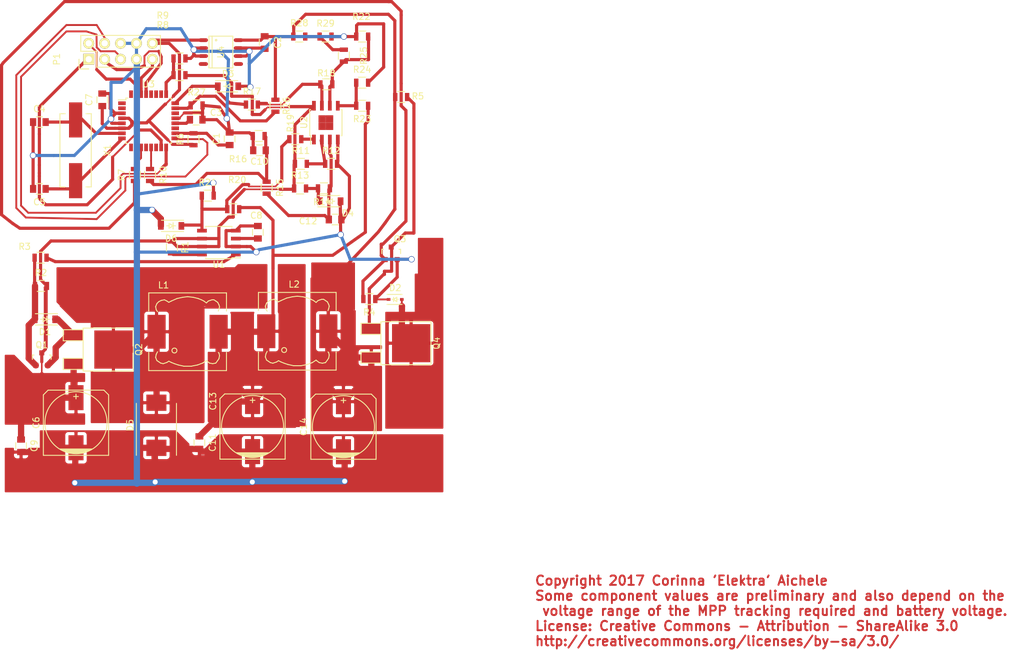
<source format=kicad_pcb>
(kicad_pcb (version 4) (host pcbnew 4.0.5-e0-6337~49~ubuntu14.04.1)

  (general
    (links 129)
    (no_connects 0)
    (area 96.196999 74.987999 259.181427 179.17)
    (thickness 1.6)
    (drawings 1)
    (tracks 605)
    (zones 0)
    (modules 61)
    (nets 52)
  )

  (page A4)
  (layers
    (0 F.Cu signal)
    (31 B.Cu power)
    (32 B.Adhes user)
    (33 F.Adhes user)
    (34 B.Paste user)
    (35 F.Paste user hide)
    (36 B.SilkS user hide)
    (37 F.SilkS user hide)
    (38 B.Mask user hide)
    (39 F.Mask user)
    (40 Dwgs.User user)
    (41 Cmts.User user)
    (42 Eco1.User user)
    (43 Eco2.User user)
    (44 Edge.Cuts user)
    (45 Margin user)
    (46 B.CrtYd user)
    (47 F.CrtYd user)
    (48 B.Fab user)
    (49 F.Fab user)
  )

  (setup
    (last_trace_width 0.3)
    (trace_clearance 0.2)
    (zone_clearance 0.508)
    (zone_45_only yes)
    (trace_min 0.2)
    (segment_width 0.2)
    (edge_width 0.1)
    (via_size 1)
    (via_drill 0.8)
    (via_min_size 0.4)
    (via_min_drill 0.3)
    (uvia_size 0.3)
    (uvia_drill 0.1)
    (uvias_allowed no)
    (uvia_min_size 0.2)
    (uvia_min_drill 0.1)
    (pcb_text_width 0.3)
    (pcb_text_size 1.5 1.5)
    (mod_edge_width 0.15)
    (mod_text_size 1 1)
    (mod_text_width 0.15)
    (pad_size 1.5 1.5)
    (pad_drill 0.6)
    (pad_to_mask_clearance 0)
    (aux_axis_origin 0 0)
    (visible_elements 7FFFFFFF)
    (pcbplotparams
      (layerselection 0x00000_00000001)
      (usegerberextensions false)
      (excludeedgelayer false)
      (linewidth 0.020000)
      (plotframeref false)
      (viasonmask false)
      (mode 1)
      (useauxorigin false)
      (hpglpennumber 1)
      (hpglpenspeed 20)
      (hpglpendiameter 15)
      (hpglpenoverlay 2)
      (psnegative false)
      (psa4output false)
      (plotreference false)
      (plotvalue false)
      (plotinvisibletext false)
      (padsonsilk false)
      (subtractmaskfromsilk false)
      (outputformat 4)
      (mirror true)
      (drillshape 1)
      (scaleselection 1)
      (outputdirectory /home/elektra/MP-Tracker/))
  )

  (net 0 "")
  (net 1 "Net-(C1-Pad1)")
  (net 2 GNDPWR)
  (net 3 +BATT)
  (net 4 "Net-(C3-Pad1)")
  (net 5 "Net-(C4-Pad2)")
  (net 6 "Net-(C5-Pad1)")
  (net 7 VCC)
  (net 8 +3.3V)
  (net 9 "Net-(C8-Pad1)")
  (net 10 "Net-(C10-Pad1)")
  (net 11 "Net-(C11-Pad1)")
  (net 12 "Net-(C12-Pad1)")
  (net 13 "Net-(D1-Pad1)")
  (net 14 "Net-(D1-Pad2)")
  (net 15 VAA)
  (net 16 "Net-(D3-Pad1)")
  (net 17 "Net-(D4-Pad1)")
  (net 18 "Net-(D5-Pad2)")
  (net 19 "Net-(D6-Pad1)")
  (net 20 "Net-(P1-Pad1)")
  (net 21 "Net-(P1-Pad2)")
  (net 22 "Net-(P1-Pad3)")
  (net 23 "Net-(P1-Pad4)")
  (net 24 "Net-(P1-Pad5)")
  (net 25 "Net-(P1-Pad9)")
  (net 26 "Net-(Q3-Pad1)")
  (net 27 "Net-(Q3-Pad3)")
  (net 28 "Net-(R1-Pad2)")
  (net 29 "Net-(R3-Pad2)")
  (net 30 "Net-(R7-Pad2)")
  (net 31 "Net-(R8-Pad2)")
  (net 32 "Net-(R10-Pad1)")
  (net 33 "Net-(R11-Pad2)")
  (net 34 "Net-(R17-Pad2)")
  (net 35 "Net-(R18-Pad2)")
  (net 36 "Net-(R19-Pad1)")
  (net 37 "Net-(R23-Pad2)")
  (net 38 "Net-(R25-Pad2)")
  (net 39 "Net-(R26-Pad2)")
  (net 40 "Net-(U3-Pad1)")
  (net 41 "Net-(U3-Pad2)")
  (net 42 "Net-(U3-Pad9)")
  (net 43 "Net-(U3-Pad10)")
  (net 44 "Net-(U3-Pad12)")
  (net 45 "Net-(U3-Pad14)")
  (net 46 "Net-(U3-Pad19)")
  (net 47 "Net-(U3-Pad22)")
  (net 48 "Net-(U3-Pad26)")
  (net 49 "Net-(U3-Pad27)")
  (net 50 "Net-(U3-Pad28)")
  (net 51 "Net-(U3-Pad32)")

  (net_class Default "This is the default net class."
    (clearance 0.2)
    (trace_width 0.3)
    (via_dia 1)
    (via_drill 0.8)
    (uvia_dia 0.3)
    (uvia_drill 0.1)
    (add_net +3.3V)
    (add_net +BATT)
    (add_net GNDPWR)
    (add_net "Net-(C1-Pad1)")
    (add_net "Net-(C10-Pad1)")
    (add_net "Net-(C11-Pad1)")
    (add_net "Net-(C12-Pad1)")
    (add_net "Net-(C3-Pad1)")
    (add_net "Net-(C4-Pad2)")
    (add_net "Net-(C5-Pad1)")
    (add_net "Net-(C8-Pad1)")
    (add_net "Net-(D1-Pad1)")
    (add_net "Net-(D1-Pad2)")
    (add_net "Net-(D3-Pad1)")
    (add_net "Net-(D4-Pad1)")
    (add_net "Net-(D5-Pad2)")
    (add_net "Net-(D6-Pad1)")
    (add_net "Net-(P1-Pad1)")
    (add_net "Net-(P1-Pad2)")
    (add_net "Net-(P1-Pad3)")
    (add_net "Net-(P1-Pad4)")
    (add_net "Net-(P1-Pad5)")
    (add_net "Net-(P1-Pad9)")
    (add_net "Net-(Q3-Pad1)")
    (add_net "Net-(Q3-Pad3)")
    (add_net "Net-(R1-Pad2)")
    (add_net "Net-(R10-Pad1)")
    (add_net "Net-(R11-Pad2)")
    (add_net "Net-(R17-Pad2)")
    (add_net "Net-(R18-Pad2)")
    (add_net "Net-(R19-Pad1)")
    (add_net "Net-(R23-Pad2)")
    (add_net "Net-(R25-Pad2)")
    (add_net "Net-(R26-Pad2)")
    (add_net "Net-(R3-Pad2)")
    (add_net "Net-(R7-Pad2)")
    (add_net "Net-(R8-Pad2)")
    (add_net "Net-(U3-Pad1)")
    (add_net "Net-(U3-Pad10)")
    (add_net "Net-(U3-Pad12)")
    (add_net "Net-(U3-Pad14)")
    (add_net "Net-(U3-Pad19)")
    (add_net "Net-(U3-Pad2)")
    (add_net "Net-(U3-Pad22)")
    (add_net "Net-(U3-Pad26)")
    (add_net "Net-(U3-Pad27)")
    (add_net "Net-(U3-Pad28)")
    (add_net "Net-(U3-Pad32)")
    (add_net "Net-(U3-Pad9)")
    (add_net VAA)
    (add_net VCC)
  )

  (net_class Medium ""
    (clearance 0.2)
    (trace_width 0.5)
    (via_dia 1)
    (via_drill 0.8)
    (uvia_dia 0.3)
    (uvia_drill 0.1)
  )

  (net_class Power ""
    (clearance 0.2)
    (trace_width 1)
    (via_dia 1)
    (via_drill 0.8)
    (uvia_dia 0.8)
    (uvia_drill 0.6)
  )

  (module Housings_SOIC:SOIC-8_3.9x4.9mm_Pitch1.27mm (layer F.Cu) (tedit 54130A77) (tstamp 57D01008)
    (at 131.318 113.919 180)
    (descr "8-Lead Plastic Small Outline (SN) - Narrow, 3.90 mm Body [SOIC] (see Microchip Packaging Specification 00000049BS.pdf)")
    (tags "SOIC 1.27")
    (path /57BD7F8F)
    (attr smd)
    (fp_text reference U1 (at 0 -3.5 180) (layer F.SilkS)
      (effects (font (size 1 1) (thickness 0.15)))
    )
    (fp_text value MC34063 (at 0 3.5 180) (layer F.Fab)
      (effects (font (size 1 1) (thickness 0.15)))
    )
    (fp_line (start -3.75 -2.75) (end -3.75 2.75) (layer F.CrtYd) (width 0.05))
    (fp_line (start 3.75 -2.75) (end 3.75 2.75) (layer F.CrtYd) (width 0.05))
    (fp_line (start -3.75 -2.75) (end 3.75 -2.75) (layer F.CrtYd) (width 0.05))
    (fp_line (start -3.75 2.75) (end 3.75 2.75) (layer F.CrtYd) (width 0.05))
    (fp_line (start -2.075 -2.575) (end -2.075 -2.43) (layer F.SilkS) (width 0.15))
    (fp_line (start 2.075 -2.575) (end 2.075 -2.43) (layer F.SilkS) (width 0.15))
    (fp_line (start 2.075 2.575) (end 2.075 2.43) (layer F.SilkS) (width 0.15))
    (fp_line (start -2.075 2.575) (end -2.075 2.43) (layer F.SilkS) (width 0.15))
    (fp_line (start -2.075 -2.575) (end 2.075 -2.575) (layer F.SilkS) (width 0.15))
    (fp_line (start -2.075 2.575) (end 2.075 2.575) (layer F.SilkS) (width 0.15))
    (fp_line (start -2.075 -2.43) (end -3.475 -2.43) (layer F.SilkS) (width 0.15))
    (pad 1 smd rect (at -2.7 -1.905 180) (size 1.55 0.6) (layers F.Cu F.Paste F.Mask)
      (net 29 "Net-(R3-Pad2)"))
    (pad 2 smd rect (at -2.7 -0.635 180) (size 1.55 0.6) (layers F.Cu F.Paste F.Mask)
      (net 2 GNDPWR))
    (pad 3 smd rect (at -2.7 0.635 180) (size 1.55 0.6) (layers F.Cu F.Paste F.Mask)
      (net 9 "Net-(C8-Pad1)"))
    (pad 4 smd rect (at -2.7 1.905 180) (size 1.55 0.6) (layers F.Cu F.Paste F.Mask)
      (net 2 GNDPWR))
    (pad 5 smd rect (at 2.7 1.905 180) (size 1.55 0.6) (layers F.Cu F.Paste F.Mask)
      (net 19 "Net-(D6-Pad1)"))
    (pad 6 smd rect (at 2.7 0.635 180) (size 1.55 0.6) (layers F.Cu F.Paste F.Mask)
      (net 7 VCC))
    (pad 7 smd rect (at 2.7 -0.635 180) (size 1.55 0.6) (layers F.Cu F.Paste F.Mask)
      (net 7 VCC))
    (pad 8 smd rect (at 2.7 -1.905 180) (size 1.55 0.6) (layers F.Cu F.Paste F.Mask)
      (net 28 "Net-(R1-Pad2)"))
    (model Housings_SOIC.3dshapes/SOIC-8_3.9x4.9mm_Pitch1.27mm.wrl
      (at (xyz 0 0 0))
      (scale (xyz 1 1 1))
      (rotate (xyz 0 0 0))
    )
  )

  (module Capacitors_SMD:C_0805 (layer F.Cu) (tedit 5415D6EA) (tstamp 57D00EA6)
    (at 133.0325 97.3455 90)
    (descr "Capacitor SMD 0805, reflow soldering, AVX (see smccp.pdf)")
    (tags "capacitor 0805")
    (path /57C5969B)
    (attr smd)
    (fp_text reference C1 (at 0 -2.1 90) (layer F.SilkS)
      (effects (font (size 1 1) (thickness 0.15)))
    )
    (fp_text value 100n (at 0 2.1 90) (layer F.Fab)
      (effects (font (size 1 1) (thickness 0.15)))
    )
    (fp_line (start -1.8 -1) (end 1.8 -1) (layer F.CrtYd) (width 0.05))
    (fp_line (start -1.8 1) (end 1.8 1) (layer F.CrtYd) (width 0.05))
    (fp_line (start -1.8 -1) (end -1.8 1) (layer F.CrtYd) (width 0.05))
    (fp_line (start 1.8 -1) (end 1.8 1) (layer F.CrtYd) (width 0.05))
    (fp_line (start 0.5 -0.85) (end -0.5 -0.85) (layer F.SilkS) (width 0.15))
    (fp_line (start -0.5 0.85) (end 0.5 0.85) (layer F.SilkS) (width 0.15))
    (pad 1 smd rect (at -1 0 90) (size 1 1.25) (layers F.Cu F.Paste F.Mask)
      (net 1 "Net-(C1-Pad1)"))
    (pad 2 smd rect (at 1 0 90) (size 1 1.25) (layers F.Cu F.Paste F.Mask)
      (net 2 GNDPWR))
    (model Capacitors_SMD.3dshapes/C_0805.wrl
      (at (xyz 0 0 0))
      (scale (xyz 1 1 1))
      (rotate (xyz 0 0 0))
    )
  )

  (module Capacitors_SMD:C_0805 (layer F.Cu) (tedit 57DAF636) (tstamp 57D00EAC)
    (at 138.6205 81.9785 270)
    (descr "Capacitor SMD 0805, reflow soldering, AVX (see smccp.pdf)")
    (tags "capacitor 0805")
    (path /57C58B62)
    (attr smd)
    (fp_text reference C2 (at 0 -2.1 270) (layer F.SilkS)
      (effects (font (size 1 1) (thickness 0.15)))
    )
    (fp_text value 100n (at -4.064 0.127 270) (layer F.Fab)
      (effects (font (size 1 1) (thickness 0.15)))
    )
    (fp_line (start -1.8 -1) (end 1.8 -1) (layer F.CrtYd) (width 0.05))
    (fp_line (start -1.8 1) (end 1.8 1) (layer F.CrtYd) (width 0.05))
    (fp_line (start -1.8 -1) (end -1.8 1) (layer F.CrtYd) (width 0.05))
    (fp_line (start 1.8 -1) (end 1.8 1) (layer F.CrtYd) (width 0.05))
    (fp_line (start 0.5 -0.85) (end -0.5 -0.85) (layer F.SilkS) (width 0.15))
    (fp_line (start -0.5 0.85) (end 0.5 0.85) (layer F.SilkS) (width 0.15))
    (pad 1 smd rect (at -1 0 270) (size 1 1.25) (layers F.Cu F.Paste F.Mask)
      (net 3 +BATT))
    (pad 2 smd rect (at 1 0 270) (size 1 1.25) (layers F.Cu F.Paste F.Mask)
      (net 2 GNDPWR))
    (model Capacitors_SMD.3dshapes/C_0805.wrl
      (at (xyz 0 0 0))
      (scale (xyz 1 1 1))
      (rotate (xyz 0 0 0))
    )
  )

  (module Capacitors_SMD:C_0805 (layer F.Cu) (tedit 5415D6EA) (tstamp 57D00EB2)
    (at 127.6985 94.2975)
    (descr "Capacitor SMD 0805, reflow soldering, AVX (see smccp.pdf)")
    (tags "capacitor 0805")
    (path /57C595B9)
    (attr smd)
    (fp_text reference C3 (at 3.175 -1.143) (layer F.SilkS)
      (effects (font (size 1 1) (thickness 0.15)))
    )
    (fp_text value 100n (at 3.937 0.254) (layer F.Fab)
      (effects (font (size 1 1) (thickness 0.15)))
    )
    (fp_line (start -1.8 -1) (end 1.8 -1) (layer F.CrtYd) (width 0.05))
    (fp_line (start -1.8 1) (end 1.8 1) (layer F.CrtYd) (width 0.05))
    (fp_line (start -1.8 -1) (end -1.8 1) (layer F.CrtYd) (width 0.05))
    (fp_line (start 1.8 -1) (end 1.8 1) (layer F.CrtYd) (width 0.05))
    (fp_line (start 0.5 -0.85) (end -0.5 -0.85) (layer F.SilkS) (width 0.15))
    (fp_line (start -0.5 0.85) (end 0.5 0.85) (layer F.SilkS) (width 0.15))
    (pad 1 smd rect (at -1 0) (size 1 1.25) (layers F.Cu F.Paste F.Mask)
      (net 4 "Net-(C3-Pad1)"))
    (pad 2 smd rect (at 1 0) (size 1 1.25) (layers F.Cu F.Paste F.Mask)
      (net 2 GNDPWR))
    (model Capacitors_SMD.3dshapes/C_0805.wrl
      (at (xyz 0 0 0))
      (scale (xyz 1 1 1))
      (rotate (xyz 0 0 0))
    )
  )

  (module Capacitors_SMD:C_0805 (layer F.Cu) (tedit 57D15140) (tstamp 57D00EB8)
    (at 102.6795 94.6785)
    (descr "Capacitor SMD 0805, reflow soldering, AVX (see smccp.pdf)")
    (tags "capacitor 0805")
    (path /57C473B7)
    (attr smd)
    (fp_text reference C4 (at 0 -2.1) (layer F.SilkS)
      (effects (font (size 1 1) (thickness 0.15)))
    )
    (fp_text value 15p (at 0.2032 -4.0132) (layer F.Fab)
      (effects (font (size 1 1) (thickness 0.15)))
    )
    (fp_line (start -1.8 -1) (end 1.8 -1) (layer F.CrtYd) (width 0.05))
    (fp_line (start -1.8 1) (end 1.8 1) (layer F.CrtYd) (width 0.05))
    (fp_line (start -1.8 -1) (end -1.8 1) (layer F.CrtYd) (width 0.05))
    (fp_line (start 1.8 -1) (end 1.8 1) (layer F.CrtYd) (width 0.05))
    (fp_line (start 0.5 -0.85) (end -0.5 -0.85) (layer F.SilkS) (width 0.15))
    (fp_line (start -0.5 0.85) (end 0.5 0.85) (layer F.SilkS) (width 0.15))
    (pad 1 smd rect (at -1 0) (size 1 1.25) (layers F.Cu F.Paste F.Mask)
      (net 2 GNDPWR))
    (pad 2 smd rect (at 1 0) (size 1 1.25) (layers F.Cu F.Paste F.Mask)
      (net 5 "Net-(C4-Pad2)"))
    (model Capacitors_SMD.3dshapes/C_0805.wrl
      (at (xyz 0 0 0))
      (scale (xyz 1 1 1))
      (rotate (xyz 0 0 0))
    )
  )

  (module Capacitors_SMD:C_0805 (layer F.Cu) (tedit 57D15145) (tstamp 57D00EBE)
    (at 102.6795 105.3465 180)
    (descr "Capacitor SMD 0805, reflow soldering, AVX (see smccp.pdf)")
    (tags "capacitor 0805")
    (path /57C473B1)
    (attr smd)
    (fp_text reference C5 (at 0 -2.1 180) (layer F.SilkS)
      (effects (font (size 1 1) (thickness 0.15)))
    )
    (fp_text value 15p (at 0 -3.5052 180) (layer F.Fab)
      (effects (font (size 1 1) (thickness 0.15)))
    )
    (fp_line (start -1.8 -1) (end 1.8 -1) (layer F.CrtYd) (width 0.05))
    (fp_line (start -1.8 1) (end 1.8 1) (layer F.CrtYd) (width 0.05))
    (fp_line (start -1.8 -1) (end -1.8 1) (layer F.CrtYd) (width 0.05))
    (fp_line (start 1.8 -1) (end 1.8 1) (layer F.CrtYd) (width 0.05))
    (fp_line (start 0.5 -0.85) (end -0.5 -0.85) (layer F.SilkS) (width 0.15))
    (fp_line (start -0.5 0.85) (end 0.5 0.85) (layer F.SilkS) (width 0.15))
    (pad 1 smd rect (at -1 0 180) (size 1 1.25) (layers F.Cu F.Paste F.Mask)
      (net 6 "Net-(C5-Pad1)"))
    (pad 2 smd rect (at 1 0 180) (size 1 1.25) (layers F.Cu F.Paste F.Mask)
      (net 2 GNDPWR))
    (model Capacitors_SMD.3dshapes/C_0805.wrl
      (at (xyz 0 0 0))
      (scale (xyz 1 1 1))
      (rotate (xyz 0 0 0))
    )
  )

  (module Capacitors_SMD:c_elec_10x10 (layer F.Cu) (tedit 55729832) (tstamp 57D00EC4)
    (at 108.5215 142.6845 90)
    (descr "SMT capacitor, aluminium electrolytic, 10x10")
    (path /57BDD4B3)
    (attr smd)
    (fp_text reference C6 (at 0 -6.35 90) (layer F.SilkS)
      (effects (font (size 1 1) (thickness 0.15)))
    )
    (fp_text value 330u (at 0 6.35 90) (layer F.Fab)
      (effects (font (size 1 1) (thickness 0.15)))
    )
    (fp_line (start -6.35 -5.6) (end 6.35 -5.6) (layer F.CrtYd) (width 0.05))
    (fp_line (start 6.35 -5.6) (end 6.35 5.6) (layer F.CrtYd) (width 0.05))
    (fp_line (start 6.35 5.6) (end -6.35 5.6) (layer F.CrtYd) (width 0.05))
    (fp_line (start -6.35 5.6) (end -6.35 -5.6) (layer F.CrtYd) (width 0.05))
    (fp_line (start -4.826 1.016) (end -4.826 -1.016) (layer F.SilkS) (width 0.15))
    (fp_line (start -4.699 -1.397) (end -4.699 1.524) (layer F.SilkS) (width 0.15))
    (fp_line (start -4.572 1.778) (end -4.572 -1.778) (layer F.SilkS) (width 0.15))
    (fp_line (start -4.445 -2.159) (end -4.445 2.159) (layer F.SilkS) (width 0.15))
    (fp_line (start -4.318 2.413) (end -4.318 -2.413) (layer F.SilkS) (width 0.15))
    (fp_line (start -4.191 -2.54) (end -4.191 2.54) (layer F.SilkS) (width 0.15))
    (fp_line (start -5.207 -5.207) (end -5.207 5.207) (layer F.SilkS) (width 0.15))
    (fp_line (start -5.207 5.207) (end 4.445 5.207) (layer F.SilkS) (width 0.15))
    (fp_line (start 4.445 5.207) (end 5.207 4.445) (layer F.SilkS) (width 0.15))
    (fp_line (start 5.207 4.445) (end 5.207 -4.445) (layer F.SilkS) (width 0.15))
    (fp_line (start 5.207 -4.445) (end 4.445 -5.207) (layer F.SilkS) (width 0.15))
    (fp_line (start 4.445 -5.207) (end -5.207 -5.207) (layer F.SilkS) (width 0.15))
    (fp_line (start 4.572 0) (end 3.81 0) (layer F.SilkS) (width 0.15))
    (fp_line (start 4.191 -0.381) (end 4.191 0.381) (layer F.SilkS) (width 0.15))
    (fp_circle (center 0 0) (end 4.953 0) (layer F.SilkS) (width 0.15))
    (pad 1 smd rect (at 4.0005 0 90) (size 4.0005 2.4003) (layers F.Cu F.Paste F.Mask)
      (net 7 VCC))
    (pad 2 smd rect (at -4.0005 0 90) (size 4.0005 2.4003) (layers F.Cu F.Paste F.Mask)
      (net 2 GNDPWR))
    (model Capacitors_SMD.3dshapes/c_elec_10x10.wrl
      (at (xyz 0 0 0))
      (scale (xyz 1 1 1))
      (rotate (xyz 0 0 0))
    )
  )

  (module Capacitors_SMD:C_0805 (layer F.Cu) (tedit 5415D6EA) (tstamp 57D00ECA)
    (at 112.7125 91.1225 90)
    (descr "Capacitor SMD 0805, reflow soldering, AVX (see smccp.pdf)")
    (tags "capacitor 0805")
    (path /57C54BAB)
    (attr smd)
    (fp_text reference C7 (at 0 -2.1 90) (layer F.SilkS)
      (effects (font (size 1 1) (thickness 0.15)))
    )
    (fp_text value 100n (at 0 2.1 90) (layer F.Fab)
      (effects (font (size 1 1) (thickness 0.15)))
    )
    (fp_line (start -1.8 -1) (end 1.8 -1) (layer F.CrtYd) (width 0.05))
    (fp_line (start -1.8 1) (end 1.8 1) (layer F.CrtYd) (width 0.05))
    (fp_line (start -1.8 -1) (end -1.8 1) (layer F.CrtYd) (width 0.05))
    (fp_line (start 1.8 -1) (end 1.8 1) (layer F.CrtYd) (width 0.05))
    (fp_line (start 0.5 -0.85) (end -0.5 -0.85) (layer F.SilkS) (width 0.15))
    (fp_line (start -0.5 0.85) (end 0.5 0.85) (layer F.SilkS) (width 0.15))
    (pad 1 smd rect (at -1 0 90) (size 1 1.25) (layers F.Cu F.Paste F.Mask)
      (net 8 +3.3V))
    (pad 2 smd rect (at 1 0 90) (size 1 1.25) (layers F.Cu F.Paste F.Mask)
      (net 2 GNDPWR))
    (model Capacitors_SMD.3dshapes/C_0805.wrl
      (at (xyz 0 0 0))
      (scale (xyz 1 1 1))
      (rotate (xyz 0 0 0))
    )
  )

  (module Capacitors_SMD:C_0805 (layer F.Cu) (tedit 57DB0B25) (tstamp 57D00ED0)
    (at 137.541 112.268 90)
    (descr "Capacitor SMD 0805, reflow soldering, AVX (see smccp.pdf)")
    (tags "capacitor 0805")
    (path /57BDC6FB)
    (attr smd)
    (fp_text reference C8 (at 2.667 -0.254 180) (layer F.SilkS)
      (effects (font (size 1 1) (thickness 0.15)))
    )
    (fp_text value 1n5 (at 4.572 -1.27 90) (layer F.Fab)
      (effects (font (size 1 1) (thickness 0.15)))
    )
    (fp_line (start -1.8 -1) (end 1.8 -1) (layer F.CrtYd) (width 0.05))
    (fp_line (start -1.8 1) (end 1.8 1) (layer F.CrtYd) (width 0.05))
    (fp_line (start -1.8 -1) (end -1.8 1) (layer F.CrtYd) (width 0.05))
    (fp_line (start 1.8 -1) (end 1.8 1) (layer F.CrtYd) (width 0.05))
    (fp_line (start 0.5 -0.85) (end -0.5 -0.85) (layer F.SilkS) (width 0.15))
    (fp_line (start -0.5 0.85) (end 0.5 0.85) (layer F.SilkS) (width 0.15))
    (pad 1 smd rect (at -1 0 90) (size 1 1.25) (layers F.Cu F.Paste F.Mask)
      (net 9 "Net-(C8-Pad1)"))
    (pad 2 smd rect (at 1 0 90) (size 1 1.25) (layers F.Cu F.Paste F.Mask)
      (net 2 GNDPWR))
    (model Capacitors_SMD.3dshapes/C_0805.wrl
      (at (xyz 0 0 0))
      (scale (xyz 1 1 1))
      (rotate (xyz 0 0 0))
    )
  )

  (module Capacitors_SMD:C_0805 (layer F.Cu) (tedit 5415D6EA) (tstamp 57D00ED6)
    (at 99.7585 146.3675 270)
    (descr "Capacitor SMD 0805, reflow soldering, AVX (see smccp.pdf)")
    (tags "capacitor 0805")
    (path /57BDC70A)
    (attr smd)
    (fp_text reference C9 (at 0 -2.1 270) (layer F.SilkS)
      (effects (font (size 1 1) (thickness 0.15)))
    )
    (fp_text value 100n (at 0 2.1 270) (layer F.Fab)
      (effects (font (size 1 1) (thickness 0.15)))
    )
    (fp_line (start -1.8 -1) (end 1.8 -1) (layer F.CrtYd) (width 0.05))
    (fp_line (start -1.8 1) (end 1.8 1) (layer F.CrtYd) (width 0.05))
    (fp_line (start -1.8 -1) (end -1.8 1) (layer F.CrtYd) (width 0.05))
    (fp_line (start 1.8 -1) (end 1.8 1) (layer F.CrtYd) (width 0.05))
    (fp_line (start 0.5 -0.85) (end -0.5 -0.85) (layer F.SilkS) (width 0.15))
    (fp_line (start -0.5 0.85) (end 0.5 0.85) (layer F.SilkS) (width 0.15))
    (pad 1 smd rect (at -1 0 270) (size 1 1.25) (layers F.Cu F.Paste F.Mask)
      (net 7 VCC))
    (pad 2 smd rect (at 1 0 270) (size 1 1.25) (layers F.Cu F.Paste F.Mask)
      (net 2 GNDPWR))
    (model Capacitors_SMD.3dshapes/C_0805.wrl
      (at (xyz 0 0 0))
      (scale (xyz 1 1 1))
      (rotate (xyz 0 0 0))
    )
  )

  (module Capacitors_SMD:C_0805 (layer F.Cu) (tedit 57DAF104) (tstamp 57D00EDC)
    (at 137.795 99.187 180)
    (descr "Capacitor SMD 0805, reflow soldering, AVX (see smccp.pdf)")
    (tags "capacitor 0805")
    (path /57C58833)
    (attr smd)
    (fp_text reference C10 (at 0 -1.778 180) (layer F.SilkS)
      (effects (font (size 1 1) (thickness 0.15)))
    )
    (fp_text value 100n (at -0.381 -3.048 180) (layer F.Fab)
      (effects (font (size 1 1) (thickness 0.15)))
    )
    (fp_line (start -1.8 -1) (end 1.8 -1) (layer F.CrtYd) (width 0.05))
    (fp_line (start -1.8 1) (end 1.8 1) (layer F.CrtYd) (width 0.05))
    (fp_line (start -1.8 -1) (end -1.8 1) (layer F.CrtYd) (width 0.05))
    (fp_line (start 1.8 -1) (end 1.8 1) (layer F.CrtYd) (width 0.05))
    (fp_line (start 0.5 -0.85) (end -0.5 -0.85) (layer F.SilkS) (width 0.15))
    (fp_line (start -0.5 0.85) (end 0.5 0.85) (layer F.SilkS) (width 0.15))
    (pad 1 smd rect (at -1 0 180) (size 1 1.25) (layers F.Cu F.Paste F.Mask)
      (net 10 "Net-(C10-Pad1)"))
    (pad 2 smd rect (at 1 0 180) (size 1 1.25) (layers F.Cu F.Paste F.Mask)
      (net 2 GNDPWR))
    (model Capacitors_SMD.3dshapes/C_0805.wrl
      (at (xyz 0 0 0))
      (scale (xyz 1 1 1))
      (rotate (xyz 0 0 0))
    )
  )

  (module Capacitors_SMD:C_0805 (layer F.Cu) (tedit 57DAF211) (tstamp 57D00EE2)
    (at 128.2065 145.8595 270)
    (descr "Capacitor SMD 0805, reflow soldering, AVX (see smccp.pdf)")
    (tags "capacitor 0805")
    (path /57BDD315)
    (attr smd)
    (fp_text reference C11 (at 0 -2.1 270) (layer F.SilkS)
      (effects (font (size 1 1) (thickness 0.15)))
    )
    (fp_text value 100n (at -3.937 0.127 270) (layer F.Fab)
      (effects (font (size 1 1) (thickness 0.15)))
    )
    (fp_line (start -1.8 -1) (end 1.8 -1) (layer F.CrtYd) (width 0.05))
    (fp_line (start -1.8 1) (end 1.8 1) (layer F.CrtYd) (width 0.05))
    (fp_line (start -1.8 -1) (end -1.8 1) (layer F.CrtYd) (width 0.05))
    (fp_line (start 1.8 -1) (end 1.8 1) (layer F.CrtYd) (width 0.05))
    (fp_line (start 0.5 -0.85) (end -0.5 -0.85) (layer F.SilkS) (width 0.15))
    (fp_line (start -0.5 0.85) (end 0.5 0.85) (layer F.SilkS) (width 0.15))
    (pad 1 smd rect (at -1 0 270) (size 1 1.25) (layers F.Cu F.Paste F.Mask)
      (net 11 "Net-(C11-Pad1)"))
    (pad 2 smd rect (at 1 0 270) (size 1 1.25) (layers F.Cu F.Paste F.Mask)
      (net 2 GNDPWR))
    (model Capacitors_SMD.3dshapes/C_0805.wrl
      (at (xyz 0 0 0))
      (scale (xyz 1 1 1))
      (rotate (xyz 0 0 0))
    )
  )

  (module Capacitors_SMD:C_0805 (layer F.Cu) (tedit 57DAEA2E) (tstamp 57D00EE8)
    (at 149.86 110.236)
    (descr "Capacitor SMD 0805, reflow soldering, AVX (see smccp.pdf)")
    (tags "capacitor 0805")
    (path /57C84A07)
    (attr smd)
    (fp_text reference C12 (at -4.318 0.254) (layer F.SilkS)
      (effects (font (size 1 1) (thickness 0.15)))
    )
    (fp_text value 10n (at 3.683 0.381) (layer F.Fab)
      (effects (font (size 1 1) (thickness 0.15)))
    )
    (fp_line (start -1.8 -1) (end 1.8 -1) (layer F.CrtYd) (width 0.05))
    (fp_line (start -1.8 1) (end 1.8 1) (layer F.CrtYd) (width 0.05))
    (fp_line (start -1.8 -1) (end -1.8 1) (layer F.CrtYd) (width 0.05))
    (fp_line (start 1.8 -1) (end 1.8 1) (layer F.CrtYd) (width 0.05))
    (fp_line (start 0.5 -0.85) (end -0.5 -0.85) (layer F.SilkS) (width 0.15))
    (fp_line (start -0.5 0.85) (end 0.5 0.85) (layer F.SilkS) (width 0.15))
    (pad 1 smd rect (at -1 0) (size 1 1.25) (layers F.Cu F.Paste F.Mask)
      (net 12 "Net-(C12-Pad1)"))
    (pad 2 smd rect (at 1 0) (size 1 1.25) (layers F.Cu F.Paste F.Mask)
      (net 2 GNDPWR))
    (model Capacitors_SMD.3dshapes/C_0805.wrl
      (at (xyz 0 0 0))
      (scale (xyz 1 1 1))
      (rotate (xyz 0 0 0))
    )
  )

  (module Capacitors_SMD:c_elec_10x10 (layer F.Cu) (tedit 57DAEDFD) (tstamp 57D00EEE)
    (at 136.6901 143.2941 90)
    (descr "SMT capacitor, aluminium electrolytic, 10x10")
    (path /57BDD477)
    (attr smd)
    (fp_text reference C13 (at 4.0386 -6.3246 90) (layer F.SilkS)
      (effects (font (size 1 1) (thickness 0.15)))
    )
    (fp_text value 1000u (at 0 6.35 90) (layer F.Fab)
      (effects (font (size 1 1) (thickness 0.15)))
    )
    (fp_line (start -6.35 -5.6) (end 6.35 -5.6) (layer F.CrtYd) (width 0.05))
    (fp_line (start 6.35 -5.6) (end 6.35 5.6) (layer F.CrtYd) (width 0.05))
    (fp_line (start 6.35 5.6) (end -6.35 5.6) (layer F.CrtYd) (width 0.05))
    (fp_line (start -6.35 5.6) (end -6.35 -5.6) (layer F.CrtYd) (width 0.05))
    (fp_line (start -4.826 1.016) (end -4.826 -1.016) (layer F.SilkS) (width 0.15))
    (fp_line (start -4.699 -1.397) (end -4.699 1.524) (layer F.SilkS) (width 0.15))
    (fp_line (start -4.572 1.778) (end -4.572 -1.778) (layer F.SilkS) (width 0.15))
    (fp_line (start -4.445 -2.159) (end -4.445 2.159) (layer F.SilkS) (width 0.15))
    (fp_line (start -4.318 2.413) (end -4.318 -2.413) (layer F.SilkS) (width 0.15))
    (fp_line (start -4.191 -2.54) (end -4.191 2.54) (layer F.SilkS) (width 0.15))
    (fp_line (start -5.207 -5.207) (end -5.207 5.207) (layer F.SilkS) (width 0.15))
    (fp_line (start -5.207 5.207) (end 4.445 5.207) (layer F.SilkS) (width 0.15))
    (fp_line (start 4.445 5.207) (end 5.207 4.445) (layer F.SilkS) (width 0.15))
    (fp_line (start 5.207 4.445) (end 5.207 -4.445) (layer F.SilkS) (width 0.15))
    (fp_line (start 5.207 -4.445) (end 4.445 -5.207) (layer F.SilkS) (width 0.15))
    (fp_line (start 4.445 -5.207) (end -5.207 -5.207) (layer F.SilkS) (width 0.15))
    (fp_line (start 4.572 0) (end 3.81 0) (layer F.SilkS) (width 0.15))
    (fp_line (start 4.191 -0.381) (end 4.191 0.381) (layer F.SilkS) (width 0.15))
    (fp_circle (center 0 0) (end 4.953 0) (layer F.SilkS) (width 0.15))
    (pad 1 smd rect (at 4.0005 0 90) (size 4.0005 2.4003) (layers F.Cu F.Paste F.Mask)
      (net 11 "Net-(C11-Pad1)"))
    (pad 2 smd rect (at -4.0005 0 90) (size 4.0005 2.4003) (layers F.Cu F.Paste F.Mask)
      (net 2 GNDPWR))
    (model Capacitors_SMD.3dshapes/c_elec_10x10.wrl
      (at (xyz 0 0 0))
      (scale (xyz 1 1 1))
      (rotate (xyz 0 0 0))
    )
  )

  (module Capacitors_SMD:c_elec_10x10 (layer F.Cu) (tedit 55729832) (tstamp 57D00EF4)
    (at 151.1935 143.3195 90)
    (descr "SMT capacitor, aluminium electrolytic, 10x10")
    (path /57BDD744)
    (attr smd)
    (fp_text reference C14 (at 0 -6.35 90) (layer F.SilkS)
      (effects (font (size 1 1) (thickness 0.15)))
    )
    (fp_text value 330u (at 0 6.35 90) (layer F.Fab)
      (effects (font (size 1 1) (thickness 0.15)))
    )
    (fp_line (start -6.35 -5.6) (end 6.35 -5.6) (layer F.CrtYd) (width 0.05))
    (fp_line (start 6.35 -5.6) (end 6.35 5.6) (layer F.CrtYd) (width 0.05))
    (fp_line (start 6.35 5.6) (end -6.35 5.6) (layer F.CrtYd) (width 0.05))
    (fp_line (start -6.35 5.6) (end -6.35 -5.6) (layer F.CrtYd) (width 0.05))
    (fp_line (start -4.826 1.016) (end -4.826 -1.016) (layer F.SilkS) (width 0.15))
    (fp_line (start -4.699 -1.397) (end -4.699 1.524) (layer F.SilkS) (width 0.15))
    (fp_line (start -4.572 1.778) (end -4.572 -1.778) (layer F.SilkS) (width 0.15))
    (fp_line (start -4.445 -2.159) (end -4.445 2.159) (layer F.SilkS) (width 0.15))
    (fp_line (start -4.318 2.413) (end -4.318 -2.413) (layer F.SilkS) (width 0.15))
    (fp_line (start -4.191 -2.54) (end -4.191 2.54) (layer F.SilkS) (width 0.15))
    (fp_line (start -5.207 -5.207) (end -5.207 5.207) (layer F.SilkS) (width 0.15))
    (fp_line (start -5.207 5.207) (end 4.445 5.207) (layer F.SilkS) (width 0.15))
    (fp_line (start 4.445 5.207) (end 5.207 4.445) (layer F.SilkS) (width 0.15))
    (fp_line (start 5.207 4.445) (end 5.207 -4.445) (layer F.SilkS) (width 0.15))
    (fp_line (start 5.207 -4.445) (end 4.445 -5.207) (layer F.SilkS) (width 0.15))
    (fp_line (start 4.445 -5.207) (end -5.207 -5.207) (layer F.SilkS) (width 0.15))
    (fp_line (start 4.572 0) (end 3.81 0) (layer F.SilkS) (width 0.15))
    (fp_line (start 4.191 -0.381) (end 4.191 0.381) (layer F.SilkS) (width 0.15))
    (fp_circle (center 0 0) (end 4.953 0) (layer F.SilkS) (width 0.15))
    (pad 1 smd rect (at 4.0005 0 90) (size 4.0005 2.4003) (layers F.Cu F.Paste F.Mask)
      (net 3 +BATT))
    (pad 2 smd rect (at -4.0005 0 90) (size 4.0005 2.4003) (layers F.Cu F.Paste F.Mask)
      (net 2 GNDPWR))
    (model Capacitors_SMD.3dshapes/c_elec_10x10.wrl
      (at (xyz 0 0 0))
      (scale (xyz 1 1 1))
      (rotate (xyz 0 0 0))
    )
  )

  (module Diodes_SMD:SOD-123 (layer F.Cu) (tedit 5530FCB9) (tstamp 57D00EFA)
    (at 103.5685 126.1745 180)
    (descr SOD-123)
    (tags SOD-123)
    (path /57BDCE83)
    (attr smd)
    (fp_text reference D1 (at 0 -2 180) (layer F.SilkS)
      (effects (font (size 1 1) (thickness 0.15)))
    )
    (fp_text value 1N4148 (at 0 2.1 180) (layer F.Fab)
      (effects (font (size 1 1) (thickness 0.15)))
    )
    (fp_line (start 0.3175 0) (end 0.6985 0) (layer F.SilkS) (width 0.15))
    (fp_line (start -0.6985 0) (end -0.3175 0) (layer F.SilkS) (width 0.15))
    (fp_line (start -0.3175 0) (end 0.3175 -0.381) (layer F.SilkS) (width 0.15))
    (fp_line (start 0.3175 -0.381) (end 0.3175 0.381) (layer F.SilkS) (width 0.15))
    (fp_line (start 0.3175 0.381) (end -0.3175 0) (layer F.SilkS) (width 0.15))
    (fp_line (start -0.3175 -0.508) (end -0.3175 0.508) (layer F.SilkS) (width 0.15))
    (fp_line (start -2.25 -1.05) (end 2.25 -1.05) (layer F.CrtYd) (width 0.05))
    (fp_line (start 2.25 -1.05) (end 2.25 1.05) (layer F.CrtYd) (width 0.05))
    (fp_line (start 2.25 1.05) (end -2.25 1.05) (layer F.CrtYd) (width 0.05))
    (fp_line (start -2.25 -1.05) (end -2.25 1.05) (layer F.CrtYd) (width 0.05))
    (fp_line (start -2 0.9) (end 1.54 0.9) (layer F.SilkS) (width 0.15))
    (fp_line (start -2 -0.9) (end 1.54 -0.9) (layer F.SilkS) (width 0.15))
    (pad 1 smd rect (at -1.635 0 180) (size 0.91 1.22) (layers F.Cu F.Paste F.Mask)
      (net 13 "Net-(D1-Pad1)"))
    (pad 2 smd rect (at 1.635 0 180) (size 0.91 1.22) (layers F.Cu F.Paste F.Mask)
      (net 14 "Net-(D1-Pad2)"))
  )

  (module Diodes_SMD:SOD-123 (layer F.Cu) (tedit 57D14B85) (tstamp 57D00F06)
    (at 132.7785 88.9635)
    (descr SOD-123)
    (tags SOD-123)
    (path /57C57DA8)
    (attr smd)
    (fp_text reference D3 (at 0 -2) (layer F.SilkS)
      (effects (font (size 1 1) (thickness 0.15)))
    )
    (fp_text value 3V3 (at 0 2.1) (layer F.Fab)
      (effects (font (size 1 1) (thickness 0.15)))
    )
    (fp_line (start 0.3175 0) (end 0.6985 0) (layer F.SilkS) (width 0.15))
    (fp_line (start -0.6985 0) (end -0.3175 0) (layer F.SilkS) (width 0.15))
    (fp_line (start -0.3175 0) (end 0.3175 -0.381) (layer F.SilkS) (width 0.15))
    (fp_line (start 0.3175 -0.381) (end 0.3175 0.381) (layer F.SilkS) (width 0.15))
    (fp_line (start 0.3175 0.381) (end -0.3175 0) (layer F.SilkS) (width 0.15))
    (fp_line (start -0.3175 -0.508) (end -0.3175 0.508) (layer F.SilkS) (width 0.15))
    (fp_line (start -2.25 -1.05) (end 2.25 -1.05) (layer F.CrtYd) (width 0.05))
    (fp_line (start 2.25 -1.05) (end 2.25 1.05) (layer F.CrtYd) (width 0.05))
    (fp_line (start 2.25 1.05) (end -2.25 1.05) (layer F.CrtYd) (width 0.05))
    (fp_line (start -2.25 -1.05) (end -2.25 1.05) (layer F.CrtYd) (width 0.05))
    (fp_line (start -2 0.9) (end 1.54 0.9) (layer F.SilkS) (width 0.15))
    (fp_line (start -2 -0.9) (end 1.54 -0.9) (layer F.SilkS) (width 0.15))
    (pad 1 smd rect (at -1.635 0) (size 0.91 1.22) (layers F.Cu F.Paste F.Mask)
      (net 16 "Net-(D3-Pad1)"))
    (pad 2 smd rect (at 1.635 0) (size 0.91 1.22) (layers F.Cu F.Paste F.Mask)
      (net 2 GNDPWR))
  )

  (module Diodes_SMD:SOD-123 (layer F.Cu) (tedit 57DAE91B) (tstamp 57D00F0C)
    (at 149.098 107.315)
    (descr SOD-123)
    (tags SOD-123)
    (path /57BDD83A)
    (attr smd)
    (fp_text reference D4 (at 2.794 1.905) (layer F.SilkS)
      (effects (font (size 1 1) (thickness 0.15)))
    )
    (fp_text value 6V2 (at 0 2.1) (layer F.Fab)
      (effects (font (size 1 1) (thickness 0.15)))
    )
    (fp_line (start 0.3175 0) (end 0.6985 0) (layer F.SilkS) (width 0.15))
    (fp_line (start -0.6985 0) (end -0.3175 0) (layer F.SilkS) (width 0.15))
    (fp_line (start -0.3175 0) (end 0.3175 -0.381) (layer F.SilkS) (width 0.15))
    (fp_line (start 0.3175 -0.381) (end 0.3175 0.381) (layer F.SilkS) (width 0.15))
    (fp_line (start 0.3175 0.381) (end -0.3175 0) (layer F.SilkS) (width 0.15))
    (fp_line (start -0.3175 -0.508) (end -0.3175 0.508) (layer F.SilkS) (width 0.15))
    (fp_line (start -2.25 -1.05) (end 2.25 -1.05) (layer F.CrtYd) (width 0.05))
    (fp_line (start 2.25 -1.05) (end 2.25 1.05) (layer F.CrtYd) (width 0.05))
    (fp_line (start 2.25 1.05) (end -2.25 1.05) (layer F.CrtYd) (width 0.05))
    (fp_line (start -2.25 -1.05) (end -2.25 1.05) (layer F.CrtYd) (width 0.05))
    (fp_line (start -2 0.9) (end 1.54 0.9) (layer F.SilkS) (width 0.15))
    (fp_line (start -2 -0.9) (end 1.54 -0.9) (layer F.SilkS) (width 0.15))
    (pad 1 smd rect (at -1.635 0) (size 0.91 1.22) (layers F.Cu F.Paste F.Mask)
      (net 17 "Net-(D4-Pad1)"))
    (pad 2 smd rect (at 1.635 0) (size 0.91 1.22) (layers F.Cu F.Paste F.Mask)
      (net 2 GNDPWR))
  )

  (module Diodes_SMD:DO-214AB (layer F.Cu) (tedit 55429DAE) (tstamp 57D00F12)
    (at 121.3485 143.0909 90)
    (descr "Jedec DO-214AB diode package. Designed according to Fairchild SS32 datasheet.")
    (tags "DO-214AB diode")
    (path /57BDD1D7)
    (attr smd)
    (fp_text reference D5 (at 0 -4.2 90) (layer F.SilkS)
      (effects (font (size 1 1) (thickness 0.15)))
    )
    (fp_text value DIODESCH (at 0 4.6 90) (layer F.Fab)
      (effects (font (size 1 1) (thickness 0.15)))
    )
    (fp_line (start -5.15 -3.45) (end 5.15 -3.45) (layer F.CrtYd) (width 0.05))
    (fp_line (start 5.15 -3.45) (end 5.15 3.45) (layer F.CrtYd) (width 0.05))
    (fp_line (start 5.15 3.45) (end -5.15 3.45) (layer F.CrtYd) (width 0.05))
    (fp_line (start -5.15 3.45) (end -5.15 -3.45) (layer F.CrtYd) (width 0.05))
    (fp_line (start 3.5 3.2) (end -4.8 3.2) (layer F.SilkS) (width 0.15))
    (fp_line (start -4.8 -3.2) (end 3.5 -3.2) (layer F.SilkS) (width 0.15))
    (pad 2 smd rect (at 3.6 0 90) (size 2.6 3.2) (layers F.Cu F.Paste F.Mask)
      (net 18 "Net-(D5-Pad2)"))
    (pad 1 smd rect (at -3.6 0 90) (size 2.6 3.2) (layers F.Cu F.Paste F.Mask)
      (net 2 GNDPWR))
    (model Diodes_SMD.3dshapes/DO-214AB.wrl
      (at (xyz 0 0 0))
      (scale (xyz 0.39 0.39 0.39))
      (rotate (xyz 0 0 180))
    )
  )

  (module Choke_SMD:Choke_SMD_12x12mm_h8mm (layer F.Cu) (tedit 58B415FD) (tstamp 57D00F1E)
    (at 126.3269 128.1557)
    (descr "Choke, SMD, 12x12mm 8mm height")
    (tags "Choke, SMD")
    (path /57BDD1E6)
    (attr smd)
    (fp_text reference L1 (at -3.8354 -7.4422) (layer F.SilkS)
      (effects (font (size 1 1) (thickness 0.15)))
    )
    (fp_text value 22u (at 0.8636 -7.5692) (layer F.Fab)
      (effects (font (size 1 1) (thickness 0.15)))
    )
    (fp_line (start -6.858 -6.604) (end 6.858 -6.604) (layer F.CrtYd) (width 0.05))
    (fp_line (start 6.858 -6.604) (end 6.858 6.604) (layer F.CrtYd) (width 0.05))
    (fp_line (start 6.858 6.604) (end -6.858 6.604) (layer F.CrtYd) (width 0.05))
    (fp_line (start -6.858 6.604) (end -6.858 -6.604) (layer F.CrtYd) (width 0.05))
    (fp_circle (center 0 0) (end 0.89916 0) (layer F.Adhes) (width 0.381))
    (fp_circle (center 0 0) (end 0.55118 0) (layer F.Adhes) (width 0.381))
    (fp_circle (center 0 0) (end 0.14986 0.14986) (layer F.Adhes) (width 0.381))
    (fp_circle (center -2.10058 2.99974) (end -1.80086 3.2512) (layer F.SilkS) (width 0.15))
    (fp_line (start 4.89966 3.29946) (end 5.00126 3.40106) (layer F.SilkS) (width 0.15))
    (fp_line (start 5.00126 3.40106) (end 5.10032 3.79984) (layer F.SilkS) (width 0.15))
    (fp_line (start 5.10032 3.79984) (end 5.00126 4.30022) (layer F.SilkS) (width 0.15))
    (fp_line (start 5.00126 4.30022) (end 4.8006 4.59994) (layer F.SilkS) (width 0.15))
    (fp_line (start 4.8006 4.59994) (end 4.50088 5.00126) (layer F.SilkS) (width 0.15))
    (fp_line (start 4.50088 5.00126) (end 4.0005 5.10032) (layer F.SilkS) (width 0.15))
    (fp_line (start 4.0005 5.10032) (end 3.50012 5.00126) (layer F.SilkS) (width 0.15))
    (fp_line (start 3.50012 5.00126) (end 3.0988 4.699) (layer F.SilkS) (width 0.15))
    (fp_line (start 3.0988 4.699) (end 2.99974 4.59994) (layer F.SilkS) (width 0.15))
    (fp_line (start 2.99974 4.59994) (end 2.4003 5.00126) (layer F.SilkS) (width 0.15))
    (fp_line (start 2.4003 5.00126) (end 1.6002 5.30098) (layer F.SilkS) (width 0.15))
    (fp_line (start 1.6002 5.30098) (end 0.59944 5.4991) (layer F.SilkS) (width 0.15))
    (fp_line (start 0.59944 5.4991) (end -0.59944 5.4991) (layer F.SilkS) (width 0.15))
    (fp_line (start -0.59944 5.4991) (end -1.50114 5.30098) (layer F.SilkS) (width 0.15))
    (fp_line (start -1.50114 5.30098) (end -2.10058 5.10032) (layer F.SilkS) (width 0.15))
    (fp_line (start -2.10058 5.10032) (end -2.60096 4.89966) (layer F.SilkS) (width 0.15))
    (fp_line (start -2.60096 4.89966) (end -2.99974 4.699) (layer F.SilkS) (width 0.15))
    (fp_line (start -2.99974 4.699) (end -3.29946 4.89966) (layer F.SilkS) (width 0.15))
    (fp_line (start -3.29946 4.89966) (end -3.8989 5.10032) (layer F.SilkS) (width 0.15))
    (fp_line (start -3.8989 5.10032) (end -4.30022 5.00126) (layer F.SilkS) (width 0.15))
    (fp_line (start -4.30022 5.00126) (end -4.59994 4.8006) (layer F.SilkS) (width 0.15))
    (fp_line (start -4.59994 4.8006) (end -4.89966 4.59994) (layer F.SilkS) (width 0.15))
    (fp_line (start -4.89966 4.59994) (end -5.10032 4.09956) (layer F.SilkS) (width 0.15))
    (fp_line (start -5.10032 4.09956) (end -5.00126 3.59918) (layer F.SilkS) (width 0.15))
    (fp_line (start -5.00126 3.59918) (end -4.8006 3.2004) (layer F.SilkS) (width 0.15))
    (fp_line (start 4.89966 -3.29946) (end 5.00126 -3.59918) (layer F.SilkS) (width 0.15))
    (fp_line (start 5.00126 -3.59918) (end 5.10032 -4.0005) (layer F.SilkS) (width 0.15))
    (fp_line (start 5.10032 -4.0005) (end 5.00126 -4.30022) (layer F.SilkS) (width 0.15))
    (fp_line (start 5.00126 -4.30022) (end 4.8006 -4.699) (layer F.SilkS) (width 0.15))
    (fp_line (start 4.8006 -4.699) (end 4.50088 -4.89966) (layer F.SilkS) (width 0.15))
    (fp_line (start 4.50088 -4.89966) (end 4.20116 -5.10032) (layer F.SilkS) (width 0.15))
    (fp_line (start 4.20116 -5.10032) (end 3.8989 -5.10032) (layer F.SilkS) (width 0.15))
    (fp_line (start 3.8989 -5.10032) (end 3.59918 -5.00126) (layer F.SilkS) (width 0.15))
    (fp_line (start 3.59918 -5.00126) (end 3.29946 -4.89966) (layer F.SilkS) (width 0.15))
    (fp_line (start 3.29946 -4.89966) (end 2.99974 -4.59994) (layer F.SilkS) (width 0.15))
    (fp_line (start 2.99974 -4.59994) (end 2.60096 -4.89966) (layer F.SilkS) (width 0.15))
    (fp_line (start 2.60096 -4.89966) (end 2.19964 -5.10032) (layer F.SilkS) (width 0.15))
    (fp_line (start 2.19964 -5.10032) (end 1.69926 -5.30098) (layer F.SilkS) (width 0.15))
    (fp_line (start 1.69926 -5.30098) (end 0.89916 -5.4991) (layer F.SilkS) (width 0.15))
    (fp_line (start 0.89916 -5.4991) (end 0 -5.6007) (layer F.SilkS) (width 0.15))
    (fp_line (start 0 -5.6007) (end -0.8001 -5.4991) (layer F.SilkS) (width 0.15))
    (fp_line (start -0.8001 -5.4991) (end -1.69926 -5.30098) (layer F.SilkS) (width 0.15))
    (fp_line (start -1.69926 -5.30098) (end -2.60096 -4.89966) (layer F.SilkS) (width 0.15))
    (fp_line (start -2.60096 -4.89966) (end -2.99974 -4.699) (layer F.SilkS) (width 0.15))
    (fp_line (start -2.99974 -4.699) (end -3.29946 -4.89966) (layer F.SilkS) (width 0.15))
    (fp_line (start -3.29946 -4.89966) (end -3.70078 -5.10032) (layer F.SilkS) (width 0.15))
    (fp_line (start -3.70078 -5.10032) (end -4.20116 -5.00126) (layer F.SilkS) (width 0.15))
    (fp_line (start -4.20116 -5.00126) (end -4.59994 -4.8006) (layer F.SilkS) (width 0.15))
    (fp_line (start -4.59994 -4.8006) (end -4.89966 -4.50088) (layer F.SilkS) (width 0.15))
    (fp_line (start -4.89966 -4.50088) (end -5.10032 -4.0005) (layer F.SilkS) (width 0.15))
    (fp_line (start -5.10032 -4.0005) (end -5.00126 -3.50012) (layer F.SilkS) (width 0.15))
    (fp_line (start -5.00126 -3.50012) (end -4.8006 -3.2004) (layer F.SilkS) (width 0.15))
    (fp_line (start -6.20014 3.29946) (end -6.20014 6.20014) (layer F.SilkS) (width 0.15))
    (fp_line (start -6.20014 6.20014) (end 6.20014 6.20014) (layer F.SilkS) (width 0.15))
    (fp_line (start 6.20014 6.20014) (end 6.20014 3.29946) (layer F.SilkS) (width 0.15))
    (fp_line (start 6.20014 -6.20014) (end -6.20014 -6.20014) (layer F.SilkS) (width 0.15))
    (fp_line (start -6.20014 -6.20014) (end -6.20014 -3.29946) (layer F.SilkS) (width 0.15))
    (fp_line (start 6.20014 -6.20014) (end 6.20014 -3.29946) (layer F.SilkS) (width 0.15))
    (pad 1 smd rect (at -4.95046 0) (size 2.90068 5.40004) (layers F.Cu F.Paste F.Mask)
      (net 18 "Net-(D5-Pad2)"))
    (pad 2 smd rect (at 4.95046 0) (size 2.90068 5.40004) (layers F.Cu F.Paste F.Mask)
      (net 11 "Net-(C11-Pad1)"))
    (model Choke_SMD.3dshapes/Choke_SMD_12x12mm_h8mm.wrl
      (at (xyz 0 0 0))
      (scale (xyz 4 4 4))
      (rotate (xyz 0 0 0))
    )
  )

  (module Choke_SMD:Choke_SMD_12x12mm_h8mm (layer F.Cu) (tedit 58B4160A) (tstamp 57D00F24)
    (at 143.8275 128.0795)
    (descr "Choke, SMD, 12x12mm 8mm height")
    (tags "Choke, SMD")
    (path /57BDD73E)
    (attr smd)
    (fp_text reference L2 (at -0.508 -7.493) (layer F.SilkS)
      (effects (font (size 1 1) (thickness 0.15)))
    )
    (fp_text value 10u (at 2.032 -7.747) (layer F.Fab)
      (effects (font (size 1 1) (thickness 0.15)))
    )
    (fp_line (start -6.858 -6.604) (end 6.858 -6.604) (layer F.CrtYd) (width 0.05))
    (fp_line (start 6.858 -6.604) (end 6.858 6.604) (layer F.CrtYd) (width 0.05))
    (fp_line (start 6.858 6.604) (end -6.858 6.604) (layer F.CrtYd) (width 0.05))
    (fp_line (start -6.858 6.604) (end -6.858 -6.604) (layer F.CrtYd) (width 0.05))
    (fp_circle (center 0 0) (end 0.89916 0) (layer F.Adhes) (width 0.381))
    (fp_circle (center 0 0) (end 0.55118 0) (layer F.Adhes) (width 0.381))
    (fp_circle (center 0 0) (end 0.14986 0.14986) (layer F.Adhes) (width 0.381))
    (fp_circle (center -2.10058 2.99974) (end -1.80086 3.2512) (layer F.SilkS) (width 0.15))
    (fp_line (start 4.89966 3.29946) (end 5.00126 3.40106) (layer F.SilkS) (width 0.15))
    (fp_line (start 5.00126 3.40106) (end 5.10032 3.79984) (layer F.SilkS) (width 0.15))
    (fp_line (start 5.10032 3.79984) (end 5.00126 4.30022) (layer F.SilkS) (width 0.15))
    (fp_line (start 5.00126 4.30022) (end 4.8006 4.59994) (layer F.SilkS) (width 0.15))
    (fp_line (start 4.8006 4.59994) (end 4.50088 5.00126) (layer F.SilkS) (width 0.15))
    (fp_line (start 4.50088 5.00126) (end 4.0005 5.10032) (layer F.SilkS) (width 0.15))
    (fp_line (start 4.0005 5.10032) (end 3.50012 5.00126) (layer F.SilkS) (width 0.15))
    (fp_line (start 3.50012 5.00126) (end 3.0988 4.699) (layer F.SilkS) (width 0.15))
    (fp_line (start 3.0988 4.699) (end 2.99974 4.59994) (layer F.SilkS) (width 0.15))
    (fp_line (start 2.99974 4.59994) (end 2.4003 5.00126) (layer F.SilkS) (width 0.15))
    (fp_line (start 2.4003 5.00126) (end 1.6002 5.30098) (layer F.SilkS) (width 0.15))
    (fp_line (start 1.6002 5.30098) (end 0.59944 5.4991) (layer F.SilkS) (width 0.15))
    (fp_line (start 0.59944 5.4991) (end -0.59944 5.4991) (layer F.SilkS) (width 0.15))
    (fp_line (start -0.59944 5.4991) (end -1.50114 5.30098) (layer F.SilkS) (width 0.15))
    (fp_line (start -1.50114 5.30098) (end -2.10058 5.10032) (layer F.SilkS) (width 0.15))
    (fp_line (start -2.10058 5.10032) (end -2.60096 4.89966) (layer F.SilkS) (width 0.15))
    (fp_line (start -2.60096 4.89966) (end -2.99974 4.699) (layer F.SilkS) (width 0.15))
    (fp_line (start -2.99974 4.699) (end -3.29946 4.89966) (layer F.SilkS) (width 0.15))
    (fp_line (start -3.29946 4.89966) (end -3.8989 5.10032) (layer F.SilkS) (width 0.15))
    (fp_line (start -3.8989 5.10032) (end -4.30022 5.00126) (layer F.SilkS) (width 0.15))
    (fp_line (start -4.30022 5.00126) (end -4.59994 4.8006) (layer F.SilkS) (width 0.15))
    (fp_line (start -4.59994 4.8006) (end -4.89966 4.59994) (layer F.SilkS) (width 0.15))
    (fp_line (start -4.89966 4.59994) (end -5.10032 4.09956) (layer F.SilkS) (width 0.15))
    (fp_line (start -5.10032 4.09956) (end -5.00126 3.59918) (layer F.SilkS) (width 0.15))
    (fp_line (start -5.00126 3.59918) (end -4.8006 3.2004) (layer F.SilkS) (width 0.15))
    (fp_line (start 4.89966 -3.29946) (end 5.00126 -3.59918) (layer F.SilkS) (width 0.15))
    (fp_line (start 5.00126 -3.59918) (end 5.10032 -4.0005) (layer F.SilkS) (width 0.15))
    (fp_line (start 5.10032 -4.0005) (end 5.00126 -4.30022) (layer F.SilkS) (width 0.15))
    (fp_line (start 5.00126 -4.30022) (end 4.8006 -4.699) (layer F.SilkS) (width 0.15))
    (fp_line (start 4.8006 -4.699) (end 4.50088 -4.89966) (layer F.SilkS) (width 0.15))
    (fp_line (start 4.50088 -4.89966) (end 4.20116 -5.10032) (layer F.SilkS) (width 0.15))
    (fp_line (start 4.20116 -5.10032) (end 3.8989 -5.10032) (layer F.SilkS) (width 0.15))
    (fp_line (start 3.8989 -5.10032) (end 3.59918 -5.00126) (layer F.SilkS) (width 0.15))
    (fp_line (start 3.59918 -5.00126) (end 3.29946 -4.89966) (layer F.SilkS) (width 0.15))
    (fp_line (start 3.29946 -4.89966) (end 2.99974 -4.59994) (layer F.SilkS) (width 0.15))
    (fp_line (start 2.99974 -4.59994) (end 2.60096 -4.89966) (layer F.SilkS) (width 0.15))
    (fp_line (start 2.60096 -4.89966) (end 2.19964 -5.10032) (layer F.SilkS) (width 0.15))
    (fp_line (start 2.19964 -5.10032) (end 1.69926 -5.30098) (layer F.SilkS) (width 0.15))
    (fp_line (start 1.69926 -5.30098) (end 0.89916 -5.4991) (layer F.SilkS) (width 0.15))
    (fp_line (start 0.89916 -5.4991) (end 0 -5.6007) (layer F.SilkS) (width 0.15))
    (fp_line (start 0 -5.6007) (end -0.8001 -5.4991) (layer F.SilkS) (width 0.15))
    (fp_line (start -0.8001 -5.4991) (end -1.69926 -5.30098) (layer F.SilkS) (width 0.15))
    (fp_line (start -1.69926 -5.30098) (end -2.60096 -4.89966) (layer F.SilkS) (width 0.15))
    (fp_line (start -2.60096 -4.89966) (end -2.99974 -4.699) (layer F.SilkS) (width 0.15))
    (fp_line (start -2.99974 -4.699) (end -3.29946 -4.89966) (layer F.SilkS) (width 0.15))
    (fp_line (start -3.29946 -4.89966) (end -3.70078 -5.10032) (layer F.SilkS) (width 0.15))
    (fp_line (start -3.70078 -5.10032) (end -4.20116 -5.00126) (layer F.SilkS) (width 0.15))
    (fp_line (start -4.20116 -5.00126) (end -4.59994 -4.8006) (layer F.SilkS) (width 0.15))
    (fp_line (start -4.59994 -4.8006) (end -4.89966 -4.50088) (layer F.SilkS) (width 0.15))
    (fp_line (start -4.89966 -4.50088) (end -5.10032 -4.0005) (layer F.SilkS) (width 0.15))
    (fp_line (start -5.10032 -4.0005) (end -5.00126 -3.50012) (layer F.SilkS) (width 0.15))
    (fp_line (start -5.00126 -3.50012) (end -4.8006 -3.2004) (layer F.SilkS) (width 0.15))
    (fp_line (start -6.20014 3.29946) (end -6.20014 6.20014) (layer F.SilkS) (width 0.15))
    (fp_line (start -6.20014 6.20014) (end 6.20014 6.20014) (layer F.SilkS) (width 0.15))
    (fp_line (start 6.20014 6.20014) (end 6.20014 3.29946) (layer F.SilkS) (width 0.15))
    (fp_line (start 6.20014 -6.20014) (end -6.20014 -6.20014) (layer F.SilkS) (width 0.15))
    (fp_line (start -6.20014 -6.20014) (end -6.20014 -3.29946) (layer F.SilkS) (width 0.15))
    (fp_line (start 6.20014 -6.20014) (end 6.20014 -3.29946) (layer F.SilkS) (width 0.15))
    (pad 1 smd rect (at -4.95046 0) (size 2.90068 5.40004) (layers F.Cu F.Paste F.Mask)
      (net 11 "Net-(C11-Pad1)"))
    (pad 2 smd rect (at 4.95046 0) (size 2.90068 5.40004) (layers F.Cu F.Paste F.Mask)
      (net 3 +BATT))
    (model Choke_SMD.3dshapes/Choke_SMD_12x12mm_h8mm.wrl
      (at (xyz 0 0 0))
      (scale (xyz 4 4 4))
      (rotate (xyz 0 0 0))
    )
  )

  (module Pin_Headers:Pin_Header_Straight_2x05 (layer F.Cu) (tedit 0) (tstamp 57D00F32)
    (at 110.5535 84.6455 90)
    (descr "Through hole pin header")
    (tags "pin header")
    (path /57C544B2)
    (fp_text reference P1 (at 0 -5.1 90) (layer F.SilkS)
      (effects (font (size 1 1) (thickness 0.15)))
    )
    (fp_text value DIL10 (at 0 -3.1 90) (layer F.Fab)
      (effects (font (size 1 1) (thickness 0.15)))
    )
    (fp_line (start -1.75 -1.75) (end -1.75 11.95) (layer F.CrtYd) (width 0.05))
    (fp_line (start 4.3 -1.75) (end 4.3 11.95) (layer F.CrtYd) (width 0.05))
    (fp_line (start -1.75 -1.75) (end 4.3 -1.75) (layer F.CrtYd) (width 0.05))
    (fp_line (start -1.75 11.95) (end 4.3 11.95) (layer F.CrtYd) (width 0.05))
    (fp_line (start 3.81 -1.27) (end 3.81 11.43) (layer F.SilkS) (width 0.15))
    (fp_line (start 3.81 11.43) (end -1.27 11.43) (layer F.SilkS) (width 0.15))
    (fp_line (start -1.27 11.43) (end -1.27 1.27) (layer F.SilkS) (width 0.15))
    (fp_line (start 3.81 -1.27) (end 1.27 -1.27) (layer F.SilkS) (width 0.15))
    (fp_line (start 0 -1.55) (end -1.55 -1.55) (layer F.SilkS) (width 0.15))
    (fp_line (start 1.27 -1.27) (end 1.27 1.27) (layer F.SilkS) (width 0.15))
    (fp_line (start 1.27 1.27) (end -1.27 1.27) (layer F.SilkS) (width 0.15))
    (fp_line (start -1.55 -1.55) (end -1.55 0) (layer F.SilkS) (width 0.15))
    (pad 1 thru_hole rect (at 0 0 90) (size 1.7272 1.7272) (drill 1.016) (layers *.Cu *.Mask F.SilkS)
      (net 20 "Net-(P1-Pad1)"))
    (pad 2 thru_hole oval (at 2.54 0 90) (size 1.7272 1.7272) (drill 1.016) (layers *.Cu *.Mask F.SilkS)
      (net 21 "Net-(P1-Pad2)"))
    (pad 3 thru_hole oval (at 0 2.54 90) (size 1.7272 1.7272) (drill 1.016) (layers *.Cu *.Mask F.SilkS)
      (net 22 "Net-(P1-Pad3)"))
    (pad 4 thru_hole oval (at 2.54 2.54 90) (size 1.7272 1.7272) (drill 1.016) (layers *.Cu *.Mask F.SilkS)
      (net 23 "Net-(P1-Pad4)"))
    (pad 5 thru_hole oval (at 0 5.08 90) (size 1.7272 1.7272) (drill 1.016) (layers *.Cu *.Mask F.SilkS)
      (net 24 "Net-(P1-Pad5)"))
    (pad 6 thru_hole oval (at 2.54 5.08 90) (size 1.7272 1.7272) (drill 1.016) (layers *.Cu *.Mask F.SilkS)
      (net 2 GNDPWR))
    (pad 7 thru_hole oval (at 0 7.62 90) (size 1.7272 1.7272) (drill 1.016) (layers *.Cu *.Mask F.SilkS)
      (net 2 GNDPWR))
    (pad 8 thru_hole oval (at 2.54 7.62 90) (size 1.7272 1.7272) (drill 1.016) (layers *.Cu *.Mask F.SilkS)
      (net 2 GNDPWR))
    (pad 9 thru_hole oval (at 0 10.16 90) (size 1.7272 1.7272) (drill 1.016) (layers *.Cu *.Mask F.SilkS)
      (net 25 "Net-(P1-Pad9)"))
    (pad 10 thru_hole oval (at 2.54 10.16 90) (size 1.7272 1.7272) (drill 1.016) (layers *.Cu *.Mask F.SilkS)
      (net 8 +3.3V))
    (model Pin_Headers.3dshapes/Pin_Header_Straight_2x05.wrl
      (at (xyz 0.05 -0.2 0))
      (scale (xyz 1 1 1))
      (rotate (xyz 0 0 90))
    )
  )

  (module TO_SOT_Packages_SMD:SOT-23 (layer F.Cu) (tedit 57D15B04) (tstamp 57D00F39)
    (at 103.0605 132.5245)
    (descr "SOT-23, Standard")
    (tags SOT-23)
    (path /57D10F64)
    (attr smd)
    (fp_text reference Q1 (at 0 -2.25) (layer F.SilkS)
      (effects (font (size 1 1) (thickness 0.15)))
    )
    (fp_text value BC817 (at 0 2.3) (layer F.Fab)
      (effects (font (size 1 1) (thickness 0.15)))
    )
    (fp_line (start -1.65 -1.6) (end 1.65 -1.6) (layer F.CrtYd) (width 0.05))
    (fp_line (start 1.65 -1.6) (end 1.65 1.6) (layer F.CrtYd) (width 0.05))
    (fp_line (start 1.65 1.6) (end -1.65 1.6) (layer F.CrtYd) (width 0.05))
    (fp_line (start -1.65 1.6) (end -1.65 -1.6) (layer F.CrtYd) (width 0.05))
    (fp_line (start 1.29916 -0.65024) (end 1.2509 -0.65024) (layer F.SilkS) (width 0.15))
    (fp_line (start -1.49982 0.0508) (end -1.49982 -0.65024) (layer F.SilkS) (width 0.15))
    (fp_line (start -1.49982 -0.65024) (end -1.2509 -0.65024) (layer F.SilkS) (width 0.15))
    (fp_line (start 1.29916 -0.65024) (end 1.49982 -0.65024) (layer F.SilkS) (width 0.15))
    (fp_line (start 1.49982 -0.65024) (end 1.49982 0.0508) (layer F.SilkS) (width 0.15))
    (pad 1 smd rect (at -0.95 1.00076) (size 0.8001 0.8001) (layers F.Cu F.Paste F.Mask)
      (net 14 "Net-(D1-Pad2)"))
    (pad 2 smd rect (at 0.95 1.00076) (size 0.8001 0.8001) (layers F.Cu F.Paste F.Mask)
      (net 13 "Net-(D1-Pad1)"))
    (pad 3 smd rect (at 0 -0.99822) (size 0.8001 0.8001) (layers F.Cu F.Paste F.Mask)
      (net 7 VCC))
    (model TO_SOT_Packages_SMD.3dshapes/SOT-23.wrl
      (at (xyz 0 0 0))
      (scale (xyz 1 1 1))
      (rotate (xyz 0 0 0))
    )
  )

  (module TO_SOT_Packages_SMD:TO-252-2Lead (layer F.Cu) (tedit 0) (tstamp 57D00F40)
    (at 108.1405 131.0005 270)
    (descr "DPAK / TO-252 2-lead smd package")
    (tags "dpak TO-252")
    (path /57BDC8CE)
    (attr smd)
    (fp_text reference Q2 (at 0 -10.414 270) (layer F.SilkS)
      (effects (font (size 1 1) (thickness 0.15)))
    )
    (fp_text value IRFR5303 (at 0 -2.413 270) (layer F.Fab)
      (effects (font (size 1 1) (thickness 0.15)))
    )
    (fp_line (start 1.397 -1.524) (end 1.397 1.651) (layer F.SilkS) (width 0.15))
    (fp_line (start 1.397 1.651) (end 3.175 1.651) (layer F.SilkS) (width 0.15))
    (fp_line (start 3.175 1.651) (end 3.175 -1.524) (layer F.SilkS) (width 0.15))
    (fp_line (start -3.175 -1.524) (end -3.175 1.651) (layer F.SilkS) (width 0.15))
    (fp_line (start -3.175 1.651) (end -1.397 1.651) (layer F.SilkS) (width 0.15))
    (fp_line (start -1.397 1.651) (end -1.397 -1.524) (layer F.SilkS) (width 0.15))
    (fp_line (start 3.429 -7.62) (end 3.429 -1.524) (layer F.SilkS) (width 0.15))
    (fp_line (start 3.429 -1.524) (end -3.429 -1.524) (layer F.SilkS) (width 0.15))
    (fp_line (start -3.429 -1.524) (end -3.429 -9.398) (layer F.SilkS) (width 0.15))
    (fp_line (start -3.429 -9.525) (end 3.429 -9.525) (layer F.SilkS) (width 0.15))
    (fp_line (start 3.429 -9.398) (end 3.429 -7.62) (layer F.SilkS) (width 0.15))
    (pad 1 smd rect (at -2.286 0 270) (size 1.651 3.048) (layers F.Cu F.Paste F.Mask)
      (net 13 "Net-(D1-Pad1)"))
    (pad 2 smd rect (at 0 -6.35 270) (size 6.096 6.096) (layers F.Cu F.Paste F.Mask)
      (net 18 "Net-(D5-Pad2)"))
    (pad 3 smd rect (at 2.286 0 270) (size 1.651 3.048) (layers F.Cu F.Paste F.Mask)
      (net 7 VCC))
    (model TO_SOT_Packages_SMD.3dshapes/TO-252-2Lead.wrl
      (at (xyz 0 0 0))
      (scale (xyz 1 1 1))
      (rotate (xyz 0 0 0))
    )
  )

  (module TO_SOT_Packages_SMD:SOT-23 (layer F.Cu) (tedit 57DAEFAE) (tstamp 57D00F47)
    (at 158.8135 115.6335)
    (descr "SOT-23, Standard")
    (tags SOT-23)
    (path /57D11CE9)
    (attr smd)
    (fp_text reference Q3 (at 1.397 -2.286) (layer F.SilkS)
      (effects (font (size 1 1) (thickness 0.15)))
    )
    (fp_text value BC817-40 (at 0 2.921) (layer F.Fab)
      (effects (font (size 1 1) (thickness 0.15)))
    )
    (fp_line (start -1.65 -1.6) (end 1.65 -1.6) (layer F.CrtYd) (width 0.05))
    (fp_line (start 1.65 -1.6) (end 1.65 1.6) (layer F.CrtYd) (width 0.05))
    (fp_line (start 1.65 1.6) (end -1.65 1.6) (layer F.CrtYd) (width 0.05))
    (fp_line (start -1.65 1.6) (end -1.65 -1.6) (layer F.CrtYd) (width 0.05))
    (fp_line (start 1.29916 -0.65024) (end 1.2509 -0.65024) (layer F.SilkS) (width 0.15))
    (fp_line (start -1.49982 0.0508) (end -1.49982 -0.65024) (layer F.SilkS) (width 0.15))
    (fp_line (start -1.49982 -0.65024) (end -1.2509 -0.65024) (layer F.SilkS) (width 0.15))
    (fp_line (start 1.29916 -0.65024) (end 1.49982 -0.65024) (layer F.SilkS) (width 0.15))
    (fp_line (start 1.49982 -0.65024) (end 1.49982 0.0508) (layer F.SilkS) (width 0.15))
    (pad 1 smd rect (at -0.95 1.00076) (size 0.8001 0.8001) (layers F.Cu F.Paste F.Mask)
      (net 26 "Net-(Q3-Pad1)"))
    (pad 2 smd rect (at 0.95 1.00076) (size 0.8001 0.8001) (layers F.Cu F.Paste F.Mask)
      (net 2 GNDPWR))
    (pad 3 smd rect (at 0 -0.99822) (size 0.8001 0.8001) (layers F.Cu F.Paste F.Mask)
      (net 27 "Net-(Q3-Pad3)"))
    (model TO_SOT_Packages_SMD.3dshapes/SOT-23.wrl
      (at (xyz 0 0 0))
      (scale (xyz 1 1 1))
      (rotate (xyz 0 0 0))
    )
  )

  (module TO_SOT_Packages_SMD:TO-252-2Lead (layer F.Cu) (tedit 57DAEF6A) (tstamp 57D00F4E)
    (at 155.6385 129.9845 270)
    (descr "DPAK / TO-252 2-lead smd package")
    (tags "dpak TO-252")
    (path /57C5A00C)
    (attr smd)
    (fp_text reference Q4 (at 0 -10.414 270) (layer F.SilkS)
      (effects (font (size 1 1) (thickness 0.15)))
    )
    (fp_text value IRFR5303 (at 0 -11.938 270) (layer F.Fab)
      (effects (font (size 1 1) (thickness 0.15)))
    )
    (fp_line (start 1.397 -1.524) (end 1.397 1.651) (layer F.SilkS) (width 0.15))
    (fp_line (start 1.397 1.651) (end 3.175 1.651) (layer F.SilkS) (width 0.15))
    (fp_line (start 3.175 1.651) (end 3.175 -1.524) (layer F.SilkS) (width 0.15))
    (fp_line (start -3.175 -1.524) (end -3.175 1.651) (layer F.SilkS) (width 0.15))
    (fp_line (start -3.175 1.651) (end -1.397 1.651) (layer F.SilkS) (width 0.15))
    (fp_line (start -1.397 1.651) (end -1.397 -1.524) (layer F.SilkS) (width 0.15))
    (fp_line (start 3.429 -7.62) (end 3.429 -1.524) (layer F.SilkS) (width 0.15))
    (fp_line (start 3.429 -1.524) (end -3.429 -1.524) (layer F.SilkS) (width 0.15))
    (fp_line (start -3.429 -1.524) (end -3.429 -9.398) (layer F.SilkS) (width 0.15))
    (fp_line (start -3.429 -9.525) (end 3.429 -9.525) (layer F.SilkS) (width 0.15))
    (fp_line (start 3.429 -9.398) (end 3.429 -7.62) (layer F.SilkS) (width 0.15))
    (pad 1 smd rect (at -2.286 0 270) (size 1.651 3.048) (layers F.Cu F.Paste F.Mask)
      (net 27 "Net-(Q3-Pad3)"))
    (pad 2 smd rect (at 0 -6.35 270) (size 6.096 6.096) (layers F.Cu F.Paste F.Mask)
      (net 15 VAA))
    (pad 3 smd rect (at 2.286 0 270) (size 1.651 3.048) (layers F.Cu F.Paste F.Mask)
      (net 3 +BATT))
    (model TO_SOT_Packages_SMD.3dshapes/TO-252-2Lead.wrl
      (at (xyz 0 0 0))
      (scale (xyz 1 1 1))
      (rotate (xyz 0 0 0))
    )
  )

  (module Resistors_SMD:R_0805 (layer F.Cu) (tedit 5415CDEB) (tstamp 57D00F54)
    (at 123.825 114.681 270)
    (descr "Resistor SMD 0805, reflow soldering, Vishay (see dcrcw.pdf)")
    (tags "resistor 0805")
    (path /57BDC7F3)
    (attr smd)
    (fp_text reference R1 (at 0 -2.1 270) (layer F.SilkS)
      (effects (font (size 1 1) (thickness 0.15)))
    )
    (fp_text value 180R (at 0 2.1 270) (layer F.Fab)
      (effects (font (size 1 1) (thickness 0.15)))
    )
    (fp_line (start -1.6 -1) (end 1.6 -1) (layer F.CrtYd) (width 0.05))
    (fp_line (start -1.6 1) (end 1.6 1) (layer F.CrtYd) (width 0.05))
    (fp_line (start -1.6 -1) (end -1.6 1) (layer F.CrtYd) (width 0.05))
    (fp_line (start 1.6 -1) (end 1.6 1) (layer F.CrtYd) (width 0.05))
    (fp_line (start 0.6 0.875) (end -0.6 0.875) (layer F.SilkS) (width 0.15))
    (fp_line (start -0.6 -0.875) (end 0.6 -0.875) (layer F.SilkS) (width 0.15))
    (pad 1 smd rect (at -0.95 0 270) (size 0.7 1.3) (layers F.Cu F.Paste F.Mask)
      (net 7 VCC))
    (pad 2 smd rect (at 0.95 0 270) (size 0.7 1.3) (layers F.Cu F.Paste F.Mask)
      (net 28 "Net-(R1-Pad2)"))
    (model Resistors_SMD.3dshapes/R_0805.wrl
      (at (xyz 0 0 0))
      (scale (xyz 1 1 1))
      (rotate (xyz 0 0 0))
    )
  )

  (module Resistors_SMD:R_0805 (layer F.Cu) (tedit 5415CDEB) (tstamp 57D00F5A)
    (at 102.9335 120.8405)
    (descr "Resistor SMD 0805, reflow soldering, Vishay (see dcrcw.pdf)")
    (tags "resistor 0805")
    (path /57BDCDA9)
    (attr smd)
    (fp_text reference R2 (at 0 -2.1) (layer F.SilkS)
      (effects (font (size 1 1) (thickness 0.15)))
    )
    (fp_text value 4K7 (at 0 2.1) (layer F.Fab)
      (effects (font (size 1 1) (thickness 0.15)))
    )
    (fp_line (start -1.6 -1) (end 1.6 -1) (layer F.CrtYd) (width 0.05))
    (fp_line (start -1.6 1) (end 1.6 1) (layer F.CrtYd) (width 0.05))
    (fp_line (start -1.6 -1) (end -1.6 1) (layer F.CrtYd) (width 0.05))
    (fp_line (start 1.6 -1) (end 1.6 1) (layer F.CrtYd) (width 0.05))
    (fp_line (start 0.6 0.875) (end -0.6 0.875) (layer F.SilkS) (width 0.15))
    (fp_line (start -0.6 -0.875) (end 0.6 -0.875) (layer F.SilkS) (width 0.15))
    (pad 1 smd rect (at -0.95 0) (size 0.7 1.3) (layers F.Cu F.Paste F.Mask)
      (net 14 "Net-(D1-Pad2)"))
    (pad 2 smd rect (at 0.95 0) (size 0.7 1.3) (layers F.Cu F.Paste F.Mask)
      (net 7 VCC))
    (model Resistors_SMD.3dshapes/R_0805.wrl
      (at (xyz 0 0 0))
      (scale (xyz 1 1 1))
      (rotate (xyz 0 0 0))
    )
  )

  (module Resistors_SMD:R_0805 (layer F.Cu) (tedit 57DB037D) (tstamp 57D00F60)
    (at 102.87 116.332)
    (descr "Resistor SMD 0805, reflow soldering, Vishay (see dcrcw.pdf)")
    (tags "resistor 0805")
    (path /57BDCAEE)
    (attr smd)
    (fp_text reference R3 (at -2.54 -1.778) (layer F.SilkS)
      (effects (font (size 1 1) (thickness 0.15)))
    )
    (fp_text value 470R (at -3.81 0) (layer F.Fab)
      (effects (font (size 1 1) (thickness 0.15)))
    )
    (fp_line (start -1.6 -1) (end 1.6 -1) (layer F.CrtYd) (width 0.05))
    (fp_line (start -1.6 1) (end 1.6 1) (layer F.CrtYd) (width 0.05))
    (fp_line (start -1.6 -1) (end -1.6 1) (layer F.CrtYd) (width 0.05))
    (fp_line (start 1.6 -1) (end 1.6 1) (layer F.CrtYd) (width 0.05))
    (fp_line (start 0.6 0.875) (end -0.6 0.875) (layer F.SilkS) (width 0.15))
    (fp_line (start -0.6 -0.875) (end 0.6 -0.875) (layer F.SilkS) (width 0.15))
    (pad 1 smd rect (at -0.95 0) (size 0.7 1.3) (layers F.Cu F.Paste F.Mask)
      (net 14 "Net-(D1-Pad2)"))
    (pad 2 smd rect (at 0.95 0) (size 0.7 1.3) (layers F.Cu F.Paste F.Mask)
      (net 29 "Net-(R3-Pad2)"))
    (model Resistors_SMD.3dshapes/R_0805.wrl
      (at (xyz 0 0 0))
      (scale (xyz 1 1 1))
      (rotate (xyz 0 0 0))
    )
  )

  (module Resistors_SMD:R_0805 (layer F.Cu) (tedit 5415CDEB) (tstamp 57D00F66)
    (at 155.321 122.936 180)
    (descr "Resistor SMD 0805, reflow soldering, Vishay (see dcrcw.pdf)")
    (tags "resistor 0805")
    (path /57C5A900)
    (attr smd)
    (fp_text reference R4 (at 0 -2.1 180) (layer F.SilkS)
      (effects (font (size 1 1) (thickness 0.15)))
    )
    (fp_text value 1k (at 0 2.1 180) (layer F.Fab)
      (effects (font (size 1 1) (thickness 0.15)))
    )
    (fp_line (start -1.6 -1) (end 1.6 -1) (layer F.CrtYd) (width 0.05))
    (fp_line (start -1.6 1) (end 1.6 1) (layer F.CrtYd) (width 0.05))
    (fp_line (start -1.6 -1) (end -1.6 1) (layer F.CrtYd) (width 0.05))
    (fp_line (start 1.6 -1) (end 1.6 1) (layer F.CrtYd) (width 0.05))
    (fp_line (start 0.6 0.875) (end -0.6 0.875) (layer F.SilkS) (width 0.15))
    (fp_line (start -0.6 -0.875) (end 0.6 -0.875) (layer F.SilkS) (width 0.15))
    (pad 1 smd rect (at -0.95 0 180) (size 0.7 1.3) (layers F.Cu F.Paste F.Mask)
      (net 2 GNDPWR))
    (pad 2 smd rect (at 0.95 0 180) (size 0.7 1.3) (layers F.Cu F.Paste F.Mask)
      (net 26 "Net-(Q3-Pad1)"))
    (model Resistors_SMD.3dshapes/R_0805.wrl
      (at (xyz 0 0 0))
      (scale (xyz 1 1 1))
      (rotate (xyz 0 0 0))
    )
  )

  (module Resistors_SMD:R_0805 (layer F.Cu) (tedit 57DAEFC0) (tstamp 57D00F6C)
    (at 160.401 90.678)
    (descr "Resistor SMD 0805, reflow soldering, Vishay (see dcrcw.pdf)")
    (tags "resistor 0805")
    (path /57C5A1E6)
    (attr smd)
    (fp_text reference R5 (at 2.667 -0.127) (layer F.SilkS)
      (effects (font (size 1 1) (thickness 0.15)))
    )
    (fp_text value 10k (at 4.953 0.254) (layer F.Fab)
      (effects (font (size 1 1) (thickness 0.15)))
    )
    (fp_line (start -1.6 -1) (end 1.6 -1) (layer F.CrtYd) (width 0.05))
    (fp_line (start -1.6 1) (end 1.6 1) (layer F.CrtYd) (width 0.05))
    (fp_line (start -1.6 -1) (end -1.6 1) (layer F.CrtYd) (width 0.05))
    (fp_line (start 1.6 -1) (end 1.6 1) (layer F.CrtYd) (width 0.05))
    (fp_line (start 0.6 0.875) (end -0.6 0.875) (layer F.SilkS) (width 0.15))
    (fp_line (start -0.6 -0.875) (end 0.6 -0.875) (layer F.SilkS) (width 0.15))
    (pad 1 smd rect (at -0.95 0) (size 0.7 1.3) (layers F.Cu F.Paste F.Mask)
      (net 3 +BATT))
    (pad 2 smd rect (at 0.95 0) (size 0.7 1.3) (layers F.Cu F.Paste F.Mask)
      (net 27 "Net-(Q3-Pad3)"))
    (model Resistors_SMD.3dshapes/R_0805.wrl
      (at (xyz 0 0 0))
      (scale (xyz 1 1 1))
      (rotate (xyz 0 0 0))
    )
  )

  (module Resistors_SMD:R_0805 (layer F.Cu) (tedit 5415CDEB) (tstamp 57D00F72)
    (at 127.2667 97.4217 90)
    (descr "Resistor SMD 0805, reflow soldering, Vishay (see dcrcw.pdf)")
    (tags "resistor 0805")
    (path /57C59AD6)
    (attr smd)
    (fp_text reference R6 (at 0 -2.1 90) (layer F.SilkS)
      (effects (font (size 1 1) (thickness 0.15)))
    )
    (fp_text value 47R (at 0 2.1 90) (layer F.Fab)
      (effects (font (size 1 1) (thickness 0.15)))
    )
    (fp_line (start -1.6 -1) (end 1.6 -1) (layer F.CrtYd) (width 0.05))
    (fp_line (start -1.6 1) (end 1.6 1) (layer F.CrtYd) (width 0.05))
    (fp_line (start -1.6 -1) (end -1.6 1) (layer F.CrtYd) (width 0.05))
    (fp_line (start 1.6 -1) (end 1.6 1) (layer F.CrtYd) (width 0.05))
    (fp_line (start 0.6 0.875) (end -0.6 0.875) (layer F.SilkS) (width 0.15))
    (fp_line (start -0.6 -0.875) (end 0.6 -0.875) (layer F.SilkS) (width 0.15))
    (pad 1 smd rect (at -0.95 0 90) (size 0.7 1.3) (layers F.Cu F.Paste F.Mask)
      (net 8 +3.3V))
    (pad 2 smd rect (at 0.95 0 90) (size 0.7 1.3) (layers F.Cu F.Paste F.Mask)
      (net 1 "Net-(C1-Pad1)"))
    (model Resistors_SMD.3dshapes/R_0805.wrl
      (at (xyz 0 0 0))
      (scale (xyz 1 1 1))
      (rotate (xyz 0 0 0))
    )
  )

  (module Resistors_SMD:R_0805 (layer F.Cu) (tedit 5415CDEB) (tstamp 57D00F78)
    (at 117.9195 103.1265 90)
    (descr "Resistor SMD 0805, reflow soldering, Vishay (see dcrcw.pdf)")
    (tags "resistor 0805")
    (path /57C5A8FA)
    (attr smd)
    (fp_text reference R7 (at 0 -2.1 90) (layer F.SilkS)
      (effects (font (size 1 1) (thickness 0.15)))
    )
    (fp_text value 1k (at 0 2.1 90) (layer F.Fab)
      (effects (font (size 1 1) (thickness 0.15)))
    )
    (fp_line (start -1.6 -1) (end 1.6 -1) (layer F.CrtYd) (width 0.05))
    (fp_line (start -1.6 1) (end 1.6 1) (layer F.CrtYd) (width 0.05))
    (fp_line (start -1.6 -1) (end -1.6 1) (layer F.CrtYd) (width 0.05))
    (fp_line (start 1.6 -1) (end 1.6 1) (layer F.CrtYd) (width 0.05))
    (fp_line (start 0.6 0.875) (end -0.6 0.875) (layer F.SilkS) (width 0.15))
    (fp_line (start -0.6 -0.875) (end 0.6 -0.875) (layer F.SilkS) (width 0.15))
    (pad 1 smd rect (at -0.95 0 90) (size 0.7 1.3) (layers F.Cu F.Paste F.Mask)
      (net 26 "Net-(Q3-Pad1)"))
    (pad 2 smd rect (at 0.95 0 90) (size 0.7 1.3) (layers F.Cu F.Paste F.Mask)
      (net 30 "Net-(R7-Pad2)"))
    (model Resistors_SMD.3dshapes/R_0805.wrl
      (at (xyz 0 0 0))
      (scale (xyz 1 1 1))
      (rotate (xyz 0 0 0))
    )
  )

  (module Resistors_SMD:R_0805 (layer F.Cu) (tedit 57DAF8F1) (tstamp 57D00F7E)
    (at 125.0315 87.1855 180)
    (descr "Resistor SMD 0805, reflow soldering, Vishay (see dcrcw.pdf)")
    (tags "resistor 0805")
    (path /57C55133)
    (attr smd)
    (fp_text reference R8 (at 2.667 8.001 180) (layer F.SilkS)
      (effects (font (size 1 1) (thickness 0.15)))
    )
    (fp_text value 27k (at -0.508 7.874 180) (layer F.Fab)
      (effects (font (size 1 1) (thickness 0.15)))
    )
    (fp_line (start -1.6 -1) (end 1.6 -1) (layer F.CrtYd) (width 0.05))
    (fp_line (start -1.6 1) (end 1.6 1) (layer F.CrtYd) (width 0.05))
    (fp_line (start -1.6 -1) (end -1.6 1) (layer F.CrtYd) (width 0.05))
    (fp_line (start 1.6 -1) (end 1.6 1) (layer F.CrtYd) (width 0.05))
    (fp_line (start 0.6 0.875) (end -0.6 0.875) (layer F.SilkS) (width 0.15))
    (fp_line (start -0.6 -0.875) (end 0.6 -0.875) (layer F.SilkS) (width 0.15))
    (pad 1 smd rect (at -0.95 0 180) (size 0.7 1.3) (layers F.Cu F.Paste F.Mask)
      (net 7 VCC))
    (pad 2 smd rect (at 0.95 0 180) (size 0.7 1.3) (layers F.Cu F.Paste F.Mask)
      (net 31 "Net-(R8-Pad2)"))
    (model Resistors_SMD.3dshapes/R_0805.wrl
      (at (xyz 0 0 0))
      (scale (xyz 1 1 1))
      (rotate (xyz 0 0 0))
    )
  )

  (module Resistors_SMD:R_0805 (layer F.Cu) (tedit 57DAF8EE) (tstamp 57D00F84)
    (at 125.0315 84.5185)
    (descr "Resistor SMD 0805, reflow soldering, Vishay (see dcrcw.pdf)")
    (tags "resistor 0805")
    (path /57C55010)
    (attr smd)
    (fp_text reference R9 (at -2.667 -6.858) (layer F.SilkS)
      (effects (font (size 1 1) (thickness 0.15)))
    )
    (fp_text value 3k3 (at 0.381 -6.858) (layer F.Fab)
      (effects (font (size 1 1) (thickness 0.15)))
    )
    (fp_line (start -1.6 -1) (end 1.6 -1) (layer F.CrtYd) (width 0.05))
    (fp_line (start -1.6 1) (end 1.6 1) (layer F.CrtYd) (width 0.05))
    (fp_line (start -1.6 -1) (end -1.6 1) (layer F.CrtYd) (width 0.05))
    (fp_line (start 1.6 -1) (end 1.6 1) (layer F.CrtYd) (width 0.05))
    (fp_line (start 0.6 0.875) (end -0.6 0.875) (layer F.SilkS) (width 0.15))
    (fp_line (start -0.6 -0.875) (end 0.6 -0.875) (layer F.SilkS) (width 0.15))
    (pad 1 smd rect (at -0.95 0) (size 0.7 1.3) (layers F.Cu F.Paste F.Mask)
      (net 31 "Net-(R8-Pad2)"))
    (pad 2 smd rect (at 0.95 0) (size 0.7 1.3) (layers F.Cu F.Paste F.Mask)
      (net 2 GNDPWR))
    (model Resistors_SMD.3dshapes/R_0805.wrl
      (at (xyz 0 0 0))
      (scale (xyz 1 1 1))
      (rotate (xyz 0 0 0))
    )
  )

  (module Resistors_SMD:R_0805 (layer F.Cu) (tedit 5415CDEB) (tstamp 57D00F8A)
    (at 120.3325 103.1265 270)
    (descr "Resistor SMD 0805, reflow soldering, Vishay (see dcrcw.pdf)")
    (tags "resistor 0805")
    (path /57C58A87)
    (attr smd)
    (fp_text reference R10 (at 0 -2.1 270) (layer F.SilkS)
      (effects (font (size 1 1) (thickness 0.15)))
    )
    (fp_text value 1K (at 0 2.1 270) (layer F.Fab)
      (effects (font (size 1 1) (thickness 0.15)))
    )
    (fp_line (start -1.6 -1) (end 1.6 -1) (layer F.CrtYd) (width 0.05))
    (fp_line (start -1.6 1) (end 1.6 1) (layer F.CrtYd) (width 0.05))
    (fp_line (start -1.6 -1) (end -1.6 1) (layer F.CrtYd) (width 0.05))
    (fp_line (start 1.6 -1) (end 1.6 1) (layer F.CrtYd) (width 0.05))
    (fp_line (start 0.6 0.875) (end -0.6 0.875) (layer F.SilkS) (width 0.15))
    (fp_line (start -0.6 -0.875) (end 0.6 -0.875) (layer F.SilkS) (width 0.15))
    (pad 1 smd rect (at -0.95 0 270) (size 0.7 1.3) (layers F.Cu F.Paste F.Mask)
      (net 32 "Net-(R10-Pad1)"))
    (pad 2 smd rect (at 0.95 0 270) (size 0.7 1.3) (layers F.Cu F.Paste F.Mask)
      (net 10 "Net-(C10-Pad1)"))
    (model Resistors_SMD.3dshapes/R_0805.wrl
      (at (xyz 0 0 0))
      (scale (xyz 1 1 1))
      (rotate (xyz 0 0 0))
    )
  )

  (module Resistors_SMD:R_0805 (layer F.Cu) (tedit 57DAE970) (tstamp 57D00F90)
    (at 144.399 101.346)
    (descr "Resistor SMD 0805, reflow soldering, Vishay (see dcrcw.pdf)")
    (tags "resistor 0805")
    (path /57BDDA09)
    (attr smd)
    (fp_text reference R11 (at 0 -2.1) (layer F.SilkS)
      (effects (font (size 1 1) (thickness 0.15)))
    )
    (fp_text value 22k (at -3.429 -0.254) (layer F.Fab)
      (effects (font (size 1 1) (thickness 0.15)))
    )
    (fp_line (start -1.6 -1) (end 1.6 -1) (layer F.CrtYd) (width 0.05))
    (fp_line (start -1.6 1) (end 1.6 1) (layer F.CrtYd) (width 0.05))
    (fp_line (start -1.6 -1) (end -1.6 1) (layer F.CrtYd) (width 0.05))
    (fp_line (start 1.6 -1) (end 1.6 1) (layer F.CrtYd) (width 0.05))
    (fp_line (start 0.6 0.875) (end -0.6 0.875) (layer F.SilkS) (width 0.15))
    (fp_line (start -0.6 -0.875) (end 0.6 -0.875) (layer F.SilkS) (width 0.15))
    (pad 1 smd rect (at -0.95 0) (size 0.7 1.3) (layers F.Cu F.Paste F.Mask)
      (net 7 VCC))
    (pad 2 smd rect (at 0.95 0) (size 0.7 1.3) (layers F.Cu F.Paste F.Mask)
      (net 33 "Net-(R11-Pad2)"))
    (model Resistors_SMD.3dshapes/R_0805.wrl
      (at (xyz 0 0 0))
      (scale (xyz 1 1 1))
      (rotate (xyz 0 0 0))
    )
  )

  (module Resistors_SMD:R_0805 (layer F.Cu) (tedit 57DAE969) (tstamp 57D00F96)
    (at 149.225 101.346)
    (descr "Resistor SMD 0805, reflow soldering, Vishay (see dcrcw.pdf)")
    (tags "resistor 0805")
    (path /57BDDA18)
    (attr smd)
    (fp_text reference R12 (at 0 -2.1) (layer F.SilkS)
      (effects (font (size 1 1) (thickness 0.15)))
    )
    (fp_text value 3k9 (at 3.175 -0.127) (layer F.Fab)
      (effects (font (size 1 1) (thickness 0.15)))
    )
    (fp_line (start -1.6 -1) (end 1.6 -1) (layer F.CrtYd) (width 0.05))
    (fp_line (start -1.6 1) (end 1.6 1) (layer F.CrtYd) (width 0.05))
    (fp_line (start -1.6 -1) (end -1.6 1) (layer F.CrtYd) (width 0.05))
    (fp_line (start 1.6 -1) (end 1.6 1) (layer F.CrtYd) (width 0.05))
    (fp_line (start 0.6 0.875) (end -0.6 0.875) (layer F.SilkS) (width 0.15))
    (fp_line (start -0.6 -0.875) (end 0.6 -0.875) (layer F.SilkS) (width 0.15))
    (pad 1 smd rect (at -0.95 0) (size 0.7 1.3) (layers F.Cu F.Paste F.Mask)
      (net 33 "Net-(R11-Pad2)"))
    (pad 2 smd rect (at 0.95 0) (size 0.7 1.3) (layers F.Cu F.Paste F.Mask)
      (net 2 GNDPWR))
    (model Resistors_SMD.3dshapes/R_0805.wrl
      (at (xyz 0 0 0))
      (scale (xyz 1 1 1))
      (rotate (xyz 0 0 0))
    )
  )

  (module Resistors_SMD:R_0805 (layer F.Cu) (tedit 5415CDEB) (tstamp 57D00F9C)
    (at 144.272 105.283)
    (descr "Resistor SMD 0805, reflow soldering, Vishay (see dcrcw.pdf)")
    (tags "resistor 0805")
    (path /57BDD849)
    (attr smd)
    (fp_text reference R13 (at 0 -2.1) (layer F.SilkS)
      (effects (font (size 1 1) (thickness 0.15)))
    )
    (fp_text value 3K9 (at 0 2.1) (layer F.Fab)
      (effects (font (size 1 1) (thickness 0.15)))
    )
    (fp_line (start -1.6 -1) (end 1.6 -1) (layer F.CrtYd) (width 0.05))
    (fp_line (start -1.6 1) (end 1.6 1) (layer F.CrtYd) (width 0.05))
    (fp_line (start -1.6 -1) (end -1.6 1) (layer F.CrtYd) (width 0.05))
    (fp_line (start 1.6 -1) (end 1.6 1) (layer F.CrtYd) (width 0.05))
    (fp_line (start 0.6 0.875) (end -0.6 0.875) (layer F.SilkS) (width 0.15))
    (fp_line (start -0.6 -0.875) (end 0.6 -0.875) (layer F.SilkS) (width 0.15))
    (pad 1 smd rect (at -0.95 0) (size 0.7 1.3) (layers F.Cu F.Paste F.Mask)
      (net 7 VCC))
    (pad 2 smd rect (at 0.95 0) (size 0.7 1.3) (layers F.Cu F.Paste F.Mask)
      (net 17 "Net-(D4-Pad1)"))
    (model Resistors_SMD.3dshapes/R_0805.wrl
      (at (xyz 0 0 0))
      (scale (xyz 1 1 1))
      (rotate (xyz 0 0 0))
    )
  )

  (module Resistors_SMD:R_0805 (layer F.Cu) (tedit 57DAE921) (tstamp 57D00FA2)
    (at 148.082 105.2576 180)
    (descr "Resistor SMD 0805, reflow soldering, Vishay (see dcrcw.pdf)")
    (tags "resistor 0805")
    (path /57C84030)
    (attr smd)
    (fp_text reference R14 (at 0.254 -2.1844 180) (layer F.SilkS)
      (effects (font (size 1 1) (thickness 0.15)))
    )
    (fp_text value 33k (at 0 2.1 180) (layer F.Fab)
      (effects (font (size 1 1) (thickness 0.15)))
    )
    (fp_line (start -1.6 -1) (end 1.6 -1) (layer F.CrtYd) (width 0.05))
    (fp_line (start -1.6 1) (end 1.6 1) (layer F.CrtYd) (width 0.05))
    (fp_line (start -1.6 -1) (end -1.6 1) (layer F.CrtYd) (width 0.05))
    (fp_line (start 1.6 -1) (end 1.6 1) (layer F.CrtYd) (width 0.05))
    (fp_line (start 0.6 0.875) (end -0.6 0.875) (layer F.SilkS) (width 0.15))
    (fp_line (start -0.6 -0.875) (end 0.6 -0.875) (layer F.SilkS) (width 0.15))
    (pad 1 smd rect (at -0.95 0 180) (size 0.7 1.3) (layers F.Cu F.Paste F.Mask)
      (net 12 "Net-(C12-Pad1)"))
    (pad 2 smd rect (at 0.95 0 180) (size 0.7 1.3) (layers F.Cu F.Paste F.Mask)
      (net 17 "Net-(D4-Pad1)"))
    (model Resistors_SMD.3dshapes/R_0805.wrl
      (at (xyz 0 0 0))
      (scale (xyz 1 1 1))
      (rotate (xyz 0 0 0))
    )
  )

  (module Resistors_SMD:R_0805 (layer F.Cu) (tedit 5415CDEB) (tstamp 57D00FA8)
    (at 138.938 105.156 270)
    (descr "Resistor SMD 0805, reflow soldering, Vishay (see dcrcw.pdf)")
    (tags "resistor 0805")
    (path /57C8242E)
    (attr smd)
    (fp_text reference R15 (at 0 -2.1 270) (layer F.SilkS)
      (effects (font (size 1 1) (thickness 0.15)))
    )
    (fp_text value 15k (at 0 2.1 270) (layer F.Fab)
      (effects (font (size 1 1) (thickness 0.15)))
    )
    (fp_line (start -1.6 -1) (end 1.6 -1) (layer F.CrtYd) (width 0.05))
    (fp_line (start -1.6 1) (end 1.6 1) (layer F.CrtYd) (width 0.05))
    (fp_line (start -1.6 -1) (end -1.6 1) (layer F.CrtYd) (width 0.05))
    (fp_line (start 1.6 -1) (end 1.6 1) (layer F.CrtYd) (width 0.05))
    (fp_line (start 0.6 0.875) (end -0.6 0.875) (layer F.SilkS) (width 0.15))
    (fp_line (start -0.6 -0.875) (end 0.6 -0.875) (layer F.SilkS) (width 0.15))
    (pad 1 smd rect (at -0.95 0 270) (size 0.7 1.3) (layers F.Cu F.Paste F.Mask)
      (net 10 "Net-(C10-Pad1)"))
    (pad 2 smd rect (at 0.95 0 270) (size 0.7 1.3) (layers F.Cu F.Paste F.Mask)
      (net 12 "Net-(C12-Pad1)"))
    (model Resistors_SMD.3dshapes/R_0805.wrl
      (at (xyz 0 0 0))
      (scale (xyz 1 1 1))
      (rotate (xyz 0 0 0))
    )
  )

  (module Resistors_SMD:R_0805 (layer F.Cu) (tedit 57DB2287) (tstamp 57D00FAE)
    (at 137.668 96.901 180)
    (descr "Resistor SMD 0805, reflow soldering, Vishay (see dcrcw.pdf)")
    (tags "resistor 0805")
    (path /57C43822)
    (attr smd)
    (fp_text reference R16 (at 3.302 -3.683 180) (layer F.SilkS)
      (effects (font (size 1 1) (thickness 0.15)))
    )
    (fp_text value 6k8 (at -0.381 1.524 180) (layer F.Fab)
      (effects (font (size 1 1) (thickness 0.15)))
    )
    (fp_line (start -1.6 -1) (end 1.6 -1) (layer F.CrtYd) (width 0.05))
    (fp_line (start -1.6 1) (end 1.6 1) (layer F.CrtYd) (width 0.05))
    (fp_line (start -1.6 -1) (end -1.6 1) (layer F.CrtYd) (width 0.05))
    (fp_line (start 1.6 -1) (end 1.6 1) (layer F.CrtYd) (width 0.05))
    (fp_line (start 0.6 0.875) (end -0.6 0.875) (layer F.SilkS) (width 0.15))
    (fp_line (start -0.6 -0.875) (end 0.6 -0.875) (layer F.SilkS) (width 0.15))
    (pad 1 smd rect (at -0.95 0 180) (size 0.7 1.3) (layers F.Cu F.Paste F.Mask)
      (net 10 "Net-(C10-Pad1)"))
    (pad 2 smd rect (at 0.95 0 180) (size 0.7 1.3) (layers F.Cu F.Paste F.Mask)
      (net 2 GNDPWR))
    (model Resistors_SMD.3dshapes/R_0805.wrl
      (at (xyz 0 0 0))
      (scale (xyz 1 1 1))
      (rotate (xyz 0 0 0))
    )
  )

  (module Resistors_SMD:R_0805 (layer F.Cu) (tedit 5415CDEB) (tstamp 57D00FB4)
    (at 136.5885 91.8845)
    (descr "Resistor SMD 0805, reflow soldering, Vishay (see dcrcw.pdf)")
    (tags "resistor 0805")
    (path /57C56310)
    (attr smd)
    (fp_text reference R17 (at 0 -2.1) (layer F.SilkS)
      (effects (font (size 1 1) (thickness 0.15)))
    )
    (fp_text value 1k (at 0 2.1) (layer F.Fab)
      (effects (font (size 1 1) (thickness 0.15)))
    )
    (fp_line (start -1.6 -1) (end 1.6 -1) (layer F.CrtYd) (width 0.05))
    (fp_line (start -1.6 1) (end 1.6 1) (layer F.CrtYd) (width 0.05))
    (fp_line (start -1.6 -1) (end -1.6 1) (layer F.CrtYd) (width 0.05))
    (fp_line (start 1.6 -1) (end 1.6 1) (layer F.CrtYd) (width 0.05))
    (fp_line (start 0.6 0.875) (end -0.6 0.875) (layer F.SilkS) (width 0.15))
    (fp_line (start -0.6 -0.875) (end 0.6 -0.875) (layer F.SilkS) (width 0.15))
    (pad 1 smd rect (at -0.95 0) (size 0.7 1.3) (layers F.Cu F.Paste F.Mask)
      (net 16 "Net-(D3-Pad1)"))
    (pad 2 smd rect (at 0.95 0) (size 0.7 1.3) (layers F.Cu F.Paste F.Mask)
      (net 34 "Net-(R17-Pad2)"))
    (model Resistors_SMD.3dshapes/R_0805.wrl
      (at (xyz 0 0 0))
      (scale (xyz 1 1 1))
      (rotate (xyz 0 0 0))
    )
  )

  (module Resistors_SMD:R_0805 (layer F.Cu) (tedit 57DAEC73) (tstamp 57D00FBA)
    (at 148.463 88.646)
    (descr "Resistor SMD 0805, reflow soldering, Vishay (see dcrcw.pdf)")
    (tags "resistor 0805")
    (path /57C56968)
    (attr smd)
    (fp_text reference R18 (at 0 -1.778) (layer F.SilkS)
      (effects (font (size 1 1) (thickness 0.15)))
    )
    (fp_text value 22k (at 0 -3.175) (layer F.Fab)
      (effects (font (size 1 1) (thickness 0.15)))
    )
    (fp_line (start -1.6 -1) (end 1.6 -1) (layer F.CrtYd) (width 0.05))
    (fp_line (start -1.6 1) (end 1.6 1) (layer F.CrtYd) (width 0.05))
    (fp_line (start -1.6 -1) (end -1.6 1) (layer F.CrtYd) (width 0.05))
    (fp_line (start 1.6 -1) (end 1.6 1) (layer F.CrtYd) (width 0.05))
    (fp_line (start 0.6 0.875) (end -0.6 0.875) (layer F.SilkS) (width 0.15))
    (fp_line (start -0.6 -0.875) (end 0.6 -0.875) (layer F.SilkS) (width 0.15))
    (pad 1 smd rect (at -0.95 0) (size 0.7 1.3) (layers F.Cu F.Paste F.Mask)
      (net 34 "Net-(R17-Pad2)"))
    (pad 2 smd rect (at 0.95 0) (size 0.7 1.3) (layers F.Cu F.Paste F.Mask)
      (net 35 "Net-(R18-Pad2)"))
    (model Resistors_SMD.3dshapes/R_0805.wrl
      (at (xyz 0 0 0))
      (scale (xyz 1 1 1))
      (rotate (xyz 0 0 0))
    )
  )

  (module Resistors_SMD:R_0805 (layer F.Cu) (tedit 57DB227C) (tstamp 57D00FC0)
    (at 143.51 97.409 180)
    (descr "Resistor SMD 0805, reflow soldering, Vishay (see dcrcw.pdf)")
    (tags "resistor 0805")
    (path /57BDDC01)
    (attr smd)
    (fp_text reference R19 (at 0.762 2.54 270) (layer F.SilkS)
      (effects (font (size 1 1) (thickness 0.15)))
    )
    (fp_text value 3k9 (at 2.286 0.889 270) (layer F.Fab)
      (effects (font (size 1 1) (thickness 0.15)))
    )
    (fp_line (start -1.6 -1) (end 1.6 -1) (layer F.CrtYd) (width 0.05))
    (fp_line (start -1.6 1) (end 1.6 1) (layer F.CrtYd) (width 0.05))
    (fp_line (start -1.6 -1) (end -1.6 1) (layer F.CrtYd) (width 0.05))
    (fp_line (start 1.6 -1) (end 1.6 1) (layer F.CrtYd) (width 0.05))
    (fp_line (start 0.6 0.875) (end -0.6 0.875) (layer F.SilkS) (width 0.15))
    (fp_line (start -0.6 -0.875) (end 0.6 -0.875) (layer F.SilkS) (width 0.15))
    (pad 1 smd rect (at -0.95 0 180) (size 0.7 1.3) (layers F.Cu F.Paste F.Mask)
      (net 36 "Net-(R19-Pad1)"))
    (pad 2 smd rect (at 0.95 0 180) (size 0.7 1.3) (layers F.Cu F.Paste F.Mask)
      (net 19 "Net-(D6-Pad1)"))
    (model Resistors_SMD.3dshapes/R_0805.wrl
      (at (xyz 0 0 0))
      (scale (xyz 1 1 1))
      (rotate (xyz 0 0 0))
    )
  )

  (module Resistors_SMD:R_0805 (layer F.Cu) (tedit 57DB0F4D) (tstamp 57D00FC6)
    (at 133.604 108.585 180)
    (descr "Resistor SMD 0805, reflow soldering, Vishay (see dcrcw.pdf)")
    (tags "resistor 0805")
    (path /57BDD36F)
    (attr smd)
    (fp_text reference R20 (at -0.635 4.699 180) (layer F.SilkS)
      (effects (font (size 1 1) (thickness 0.15)))
    )
    (fp_text value 47k (at -0.508 6.096 180) (layer F.Fab)
      (effects (font (size 1 1) (thickness 0.15)))
    )
    (fp_line (start -1.6 -1) (end 1.6 -1) (layer F.CrtYd) (width 0.05))
    (fp_line (start -1.6 1) (end 1.6 1) (layer F.CrtYd) (width 0.05))
    (fp_line (start -1.6 -1) (end -1.6 1) (layer F.CrtYd) (width 0.05))
    (fp_line (start 1.6 -1) (end 1.6 1) (layer F.CrtYd) (width 0.05))
    (fp_line (start 0.6 0.875) (end -0.6 0.875) (layer F.SilkS) (width 0.15))
    (fp_line (start -0.6 -0.875) (end 0.6 -0.875) (layer F.SilkS) (width 0.15))
    (pad 1 smd rect (at -0.95 0 180) (size 0.7 1.3) (layers F.Cu F.Paste F.Mask)
      (net 11 "Net-(C11-Pad1)"))
    (pad 2 smd rect (at 0.95 0 180) (size 0.7 1.3) (layers F.Cu F.Paste F.Mask)
      (net 19 "Net-(D6-Pad1)"))
    (model Resistors_SMD.3dshapes/R_0805.wrl
      (at (xyz 0 0 0))
      (scale (xyz 1 1 1))
      (rotate (xyz 0 0 0))
    )
  )

  (module Resistors_SMD:R_0805 (layer F.Cu) (tedit 57DB0F55) (tstamp 57D00FCC)
    (at 129.54 106.426)
    (descr "Resistor SMD 0805, reflow soldering, Vishay (see dcrcw.pdf)")
    (tags "resistor 0805")
    (path /57BDD37E)
    (attr smd)
    (fp_text reference R21 (at 0 -2.1) (layer F.SilkS)
      (effects (font (size 1 1) (thickness 0.15)))
    )
    (fp_text value 4k4 (at -0.127 -3.556) (layer F.Fab)
      (effects (font (size 1 1) (thickness 0.15)))
    )
    (fp_line (start -1.6 -1) (end 1.6 -1) (layer F.CrtYd) (width 0.05))
    (fp_line (start -1.6 1) (end 1.6 1) (layer F.CrtYd) (width 0.05))
    (fp_line (start -1.6 -1) (end -1.6 1) (layer F.CrtYd) (width 0.05))
    (fp_line (start 1.6 -1) (end 1.6 1) (layer F.CrtYd) (width 0.05))
    (fp_line (start 0.6 0.875) (end -0.6 0.875) (layer F.SilkS) (width 0.15))
    (fp_line (start -0.6 -0.875) (end 0.6 -0.875) (layer F.SilkS) (width 0.15))
    (pad 1 smd rect (at -0.95 0) (size 0.7 1.3) (layers F.Cu F.Paste F.Mask)
      (net 19 "Net-(D6-Pad1)"))
    (pad 2 smd rect (at 0.95 0) (size 0.7 1.3) (layers F.Cu F.Paste F.Mask)
      (net 2 GNDPWR))
    (model Resistors_SMD.3dshapes/R_0805.wrl
      (at (xyz 0 0 0))
      (scale (xyz 1 1 1))
      (rotate (xyz 0 0 0))
    )
  )

  (module Resistors_SMD:R_0805 (layer F.Cu) (tedit 57DB1382) (tstamp 57D00FD2)
    (at 154.178 81.026 180)
    (descr "Resistor SMD 0805, reflow soldering, Vishay (see dcrcw.pdf)")
    (tags "resistor 0805")
    (path /57C56BC9)
    (attr smd)
    (fp_text reference R22 (at 0.127 3.175 180) (layer F.SilkS)
      (effects (font (size 1 1) (thickness 0.15)))
    )
    (fp_text value 1M (at 0 1.905 180) (layer F.Fab)
      (effects (font (size 1 1) (thickness 0.15)))
    )
    (fp_line (start -1.6 -1) (end 1.6 -1) (layer F.CrtYd) (width 0.05))
    (fp_line (start -1.6 1) (end 1.6 1) (layer F.CrtYd) (width 0.05))
    (fp_line (start -1.6 -1) (end -1.6 1) (layer F.CrtYd) (width 0.05))
    (fp_line (start 1.6 -1) (end 1.6 1) (layer F.CrtYd) (width 0.05))
    (fp_line (start 0.6 0.875) (end -0.6 0.875) (layer F.SilkS) (width 0.15))
    (fp_line (start -0.6 -0.875) (end 0.6 -0.875) (layer F.SilkS) (width 0.15))
    (pad 1 smd rect (at -0.95 0 180) (size 0.7 1.3) (layers F.Cu F.Paste F.Mask)
      (net 35 "Net-(R18-Pad2)"))
    (pad 2 smd rect (at 0.95 0 180) (size 0.7 1.3) (layers F.Cu F.Paste F.Mask)
      (net 2 GNDPWR))
    (model Resistors_SMD.3dshapes/R_0805.wrl
      (at (xyz 0 0 0))
      (scale (xyz 1 1 1))
      (rotate (xyz 0 0 0))
    )
  )

  (module Resistors_SMD:R_0805 (layer F.Cu) (tedit 57DAEF20) (tstamp 57D00FD8)
    (at 154.178 92.075 180)
    (descr "Resistor SMD 0805, reflow soldering, Vishay (see dcrcw.pdf)")
    (tags "resistor 0805")
    (path /57C5821E)
    (attr smd)
    (fp_text reference R23 (at 0 -2.1 180) (layer F.SilkS)
      (effects (font (size 1 1) (thickness 0.15)))
    )
    (fp_text value 22k (at -2.413 0.254 450) (layer F.Fab)
      (effects (font (size 1 1) (thickness 0.15)))
    )
    (fp_line (start -1.6 -1) (end 1.6 -1) (layer F.CrtYd) (width 0.05))
    (fp_line (start -1.6 1) (end 1.6 1) (layer F.CrtYd) (width 0.05))
    (fp_line (start -1.6 -1) (end -1.6 1) (layer F.CrtYd) (width 0.05))
    (fp_line (start 1.6 -1) (end 1.6 1) (layer F.CrtYd) (width 0.05))
    (fp_line (start 0.6 0.875) (end -0.6 0.875) (layer F.SilkS) (width 0.15))
    (fp_line (start -0.6 -0.875) (end 0.6 -0.875) (layer F.SilkS) (width 0.15))
    (pad 1 smd rect (at -0.95 0 180) (size 0.7 1.3) (layers F.Cu F.Paste F.Mask)
      (net 11 "Net-(C11-Pad1)"))
    (pad 2 smd rect (at 0.95 0 180) (size 0.7 1.3) (layers F.Cu F.Paste F.Mask)
      (net 37 "Net-(R23-Pad2)"))
    (model Resistors_SMD.3dshapes/R_0805.wrl
      (at (xyz 0 0 0))
      (scale (xyz 1 1 1))
      (rotate (xyz 0 0 0))
    )
  )

  (module Resistors_SMD:R_0805 (layer F.Cu) (tedit 57DAEF17) (tstamp 57D00FDE)
    (at 154.178 88.392)
    (descr "Resistor SMD 0805, reflow soldering, Vishay (see dcrcw.pdf)")
    (tags "resistor 0805")
    (path /57C58224)
    (attr smd)
    (fp_text reference R24 (at 0 -2.1) (layer F.SilkS)
      (effects (font (size 1 1) (thickness 0.15)))
    )
    (fp_text value 22k (at 2.413 -0.254 90) (layer F.Fab)
      (effects (font (size 1 1) (thickness 0.15)))
    )
    (fp_line (start -1.6 -1) (end 1.6 -1) (layer F.CrtYd) (width 0.05))
    (fp_line (start -1.6 1) (end 1.6 1) (layer F.CrtYd) (width 0.05))
    (fp_line (start -1.6 -1) (end -1.6 1) (layer F.CrtYd) (width 0.05))
    (fp_line (start 1.6 -1) (end 1.6 1) (layer F.CrtYd) (width 0.05))
    (fp_line (start 0.6 0.875) (end -0.6 0.875) (layer F.SilkS) (width 0.15))
    (fp_line (start -0.6 -0.875) (end 0.6 -0.875) (layer F.SilkS) (width 0.15))
    (pad 1 smd rect (at -0.95 0) (size 0.7 1.3) (layers F.Cu F.Paste F.Mask)
      (net 37 "Net-(R23-Pad2)"))
    (pad 2 smd rect (at 0.95 0) (size 0.7 1.3) (layers F.Cu F.Paste F.Mask)
      (net 2 GNDPWR))
    (model Resistors_SMD.3dshapes/R_0805.wrl
      (at (xyz 0 0 0))
      (scale (xyz 1 1 1))
      (rotate (xyz 0 0 0))
    )
  )

  (module Resistors_SMD:R_0805 (layer F.Cu) (tedit 57DAECAE) (tstamp 57D00FE4)
    (at 151.257 84.074 90)
    (descr "Resistor SMD 0805, reflow soldering, Vishay (see dcrcw.pdf)")
    (tags "resistor 0805")
    (path /57C5630A)
    (attr smd)
    (fp_text reference R25 (at 0 3.175 90) (layer F.SilkS)
      (effects (font (size 1 1) (thickness 0.15)))
    )
    (fp_text value 2k2 (at 0 1.778 90) (layer F.Fab)
      (effects (font (size 1 1) (thickness 0.15)))
    )
    (fp_line (start -1.6 -1) (end 1.6 -1) (layer F.CrtYd) (width 0.05))
    (fp_line (start -1.6 1) (end 1.6 1) (layer F.CrtYd) (width 0.05))
    (fp_line (start -1.6 -1) (end -1.6 1) (layer F.CrtYd) (width 0.05))
    (fp_line (start 1.6 -1) (end 1.6 1) (layer F.CrtYd) (width 0.05))
    (fp_line (start 0.6 0.875) (end -0.6 0.875) (layer F.SilkS) (width 0.15))
    (fp_line (start -0.6 -0.875) (end 0.6 -0.875) (layer F.SilkS) (width 0.15))
    (pad 1 smd rect (at -0.95 0 90) (size 0.7 1.3) (layers F.Cu F.Paste F.Mask)
      (net 35 "Net-(R18-Pad2)"))
    (pad 2 smd rect (at 0.95 0 90) (size 0.7 1.3) (layers F.Cu F.Paste F.Mask)
      (net 38 "Net-(R25-Pad2)"))
    (model Resistors_SMD.3dshapes/R_0805.wrl
      (at (xyz 0 0 0))
      (scale (xyz 1 1 1))
      (rotate (xyz 0 0 0))
    )
  )

  (module Resistors_SMD:R_0805 (layer F.Cu) (tedit 57DAF3A7) (tstamp 57D00FEA)
    (at 140.335 92.075 270)
    (descr "Resistor SMD 0805, reflow soldering, Vishay (see dcrcw.pdf)")
    (tags "resistor 0805")
    (path /57C55166)
    (attr smd)
    (fp_text reference R26 (at 0 -1.778 270) (layer F.SilkS)
      (effects (font (size 1 1) (thickness 0.15)))
    )
    (fp_text value 15k (at -0.762 1.778 270) (layer F.Fab)
      (effects (font (size 1 1) (thickness 0.15)))
    )
    (fp_line (start -1.6 -1) (end 1.6 -1) (layer F.CrtYd) (width 0.05))
    (fp_line (start -1.6 1) (end 1.6 1) (layer F.CrtYd) (width 0.05))
    (fp_line (start -1.6 -1) (end -1.6 1) (layer F.CrtYd) (width 0.05))
    (fp_line (start 1.6 -1) (end 1.6 1) (layer F.CrtYd) (width 0.05))
    (fp_line (start 0.6 0.875) (end -0.6 0.875) (layer F.SilkS) (width 0.15))
    (fp_line (start -0.6 -0.875) (end 0.6 -0.875) (layer F.SilkS) (width 0.15))
    (pad 1 smd rect (at -0.95 0 270) (size 0.7 1.3) (layers F.Cu F.Paste F.Mask)
      (net 3 +BATT))
    (pad 2 smd rect (at 0.95 0 270) (size 0.7 1.3) (layers F.Cu F.Paste F.Mask)
      (net 39 "Net-(R26-Pad2)"))
    (model Resistors_SMD.3dshapes/R_0805.wrl
      (at (xyz 0 0 0))
      (scale (xyz 1 1 1))
      (rotate (xyz 0 0 0))
    )
  )

  (module Resistors_SMD:R_0805 (layer F.Cu) (tedit 5415CDEB) (tstamp 57D00FF0)
    (at 127.7645 92.0115)
    (descr "Resistor SMD 0805, reflow soldering, Vishay (see dcrcw.pdf)")
    (tags "resistor 0805")
    (path /57C5516E)
    (attr smd)
    (fp_text reference R27 (at 0 -2.1) (layer F.SilkS)
      (effects (font (size 1 1) (thickness 0.15)))
    )
    (fp_text value 3k3 (at 0.061 -3.429) (layer F.Fab)
      (effects (font (size 1 1) (thickness 0.15)))
    )
    (fp_line (start -1.6 -1) (end 1.6 -1) (layer F.CrtYd) (width 0.05))
    (fp_line (start -1.6 1) (end 1.6 1) (layer F.CrtYd) (width 0.05))
    (fp_line (start -1.6 -1) (end -1.6 1) (layer F.CrtYd) (width 0.05))
    (fp_line (start 1.6 -1) (end 1.6 1) (layer F.CrtYd) (width 0.05))
    (fp_line (start 0.6 0.875) (end -0.6 0.875) (layer F.SilkS) (width 0.15))
    (fp_line (start -0.6 -0.875) (end 0.6 -0.875) (layer F.SilkS) (width 0.15))
    (pad 1 smd rect (at -0.95 0) (size 0.7 1.3) (layers F.Cu F.Paste F.Mask)
      (net 39 "Net-(R26-Pad2)"))
    (pad 2 smd rect (at 0.95 0) (size 0.7 1.3) (layers F.Cu F.Paste F.Mask)
      (net 2 GNDPWR))
    (model Resistors_SMD.3dshapes/R_0805.wrl
      (at (xyz 0 0 0))
      (scale (xyz 1 1 1))
      (rotate (xyz 0 0 0))
    )
  )

  (module Resistors_SMD:R_0805 (layer F.Cu) (tedit 57DB133D) (tstamp 57D00FF6)
    (at 144.145 81.026)
    (descr "Resistor SMD 0805, reflow soldering, Vishay (see dcrcw.pdf)")
    (tags "resistor 0805")
    (path /57C85335)
    (attr smd)
    (fp_text reference R28 (at 0 -2.159) (layer F.SilkS)
      (effects (font (size 1 1) (thickness 0.15)))
    )
    (fp_text value 22k (at 0 2.1) (layer F.Fab)
      (effects (font (size 1 1) (thickness 0.15)))
    )
    (fp_line (start -1.6 -1) (end 1.6 -1) (layer F.CrtYd) (width 0.05))
    (fp_line (start -1.6 1) (end 1.6 1) (layer F.CrtYd) (width 0.05))
    (fp_line (start -1.6 -1) (end -1.6 1) (layer F.CrtYd) (width 0.05))
    (fp_line (start 1.6 -1) (end 1.6 1) (layer F.CrtYd) (width 0.05))
    (fp_line (start 0.6 0.875) (end -0.6 0.875) (layer F.SilkS) (width 0.15))
    (fp_line (start -0.6 -0.875) (end 0.6 -0.875) (layer F.SilkS) (width 0.15))
    (pad 1 smd rect (at -0.95 0) (size 0.7 1.3) (layers F.Cu F.Paste F.Mask)
      (net 3 +BATT))
    (pad 2 smd rect (at 0.95 0) (size 0.7 1.3) (layers F.Cu F.Paste F.Mask)
      (net 38 "Net-(R25-Pad2)"))
    (model Resistors_SMD.3dshapes/R_0805.wrl
      (at (xyz 0 0 0))
      (scale (xyz 1 1 1))
      (rotate (xyz 0 0 0))
    )
  )

  (module Resistors_SMD:R_0805 (layer F.Cu) (tedit 57DAF6C8) (tstamp 57D00FFC)
    (at 148.336 81.026)
    (descr "Resistor SMD 0805, reflow soldering, Vishay (see dcrcw.pdf)")
    (tags "resistor 0805")
    (path /57C8533B)
    (attr smd)
    (fp_text reference R29 (at 0 -2.1) (layer F.SilkS)
      (effects (font (size 1 1) (thickness 0.15)))
    )
    (fp_text value 22k (at -0.127 2.159) (layer F.Fab)
      (effects (font (size 1 1) (thickness 0.15)))
    )
    (fp_line (start -1.6 -1) (end 1.6 -1) (layer F.CrtYd) (width 0.05))
    (fp_line (start -1.6 1) (end 1.6 1) (layer F.CrtYd) (width 0.05))
    (fp_line (start -1.6 -1) (end -1.6 1) (layer F.CrtYd) (width 0.05))
    (fp_line (start 1.6 -1) (end 1.6 1) (layer F.CrtYd) (width 0.05))
    (fp_line (start 0.6 0.875) (end -0.6 0.875) (layer F.SilkS) (width 0.15))
    (fp_line (start -0.6 -0.875) (end 0.6 -0.875) (layer F.SilkS) (width 0.15))
    (pad 1 smd rect (at -0.95 0) (size 0.7 1.3) (layers F.Cu F.Paste F.Mask)
      (net 38 "Net-(R25-Pad2)"))
    (pad 2 smd rect (at 0.95 0) (size 0.7 1.3) (layers F.Cu F.Paste F.Mask)
      (net 2 GNDPWR))
    (model Resistors_SMD.3dshapes/R_0805.wrl
      (at (xyz 0 0 0))
      (scale (xyz 1 1 1))
      (rotate (xyz 0 0 0))
    )
  )

  (module Housings_SOIC:SOIC-8-1EP_3.9x4.9mm_Pitch1.27mm (layer F.Cu) (tedit 57DAF194) (tstamp 57D01018)
    (at 148.3868 94.7674 90)
    (descr "8-Lead Thermally Enhanced Plastic Small Outline (SE) - Narrow, 3.90 mm Body [SOIC] (see Microchip Packaging Specification 00000049BS.pdf)")
    (tags "SOIC 1.27")
    (path /57C567BE)
    (attr smd)
    (fp_text reference U2 (at 0 -3.5 90) (layer F.SilkS)
      (effects (font (size 1 1) (thickness 0.15)))
    )
    (fp_text value TL082 (at 0.1524 3.6322 90) (layer F.Fab)
      (effects (font (size 1 1) (thickness 0.15)))
    )
    (fp_line (start -3.75 -2.75) (end -3.75 2.75) (layer F.CrtYd) (width 0.05))
    (fp_line (start 3.75 -2.75) (end 3.75 2.75) (layer F.CrtYd) (width 0.05))
    (fp_line (start -3.75 -2.75) (end 3.75 -2.75) (layer F.CrtYd) (width 0.05))
    (fp_line (start -3.75 2.75) (end 3.75 2.75) (layer F.CrtYd) (width 0.05))
    (fp_line (start -2.075 -2.575) (end -2.075 -2.43) (layer F.SilkS) (width 0.15))
    (fp_line (start 2.075 -2.575) (end 2.075 -2.43) (layer F.SilkS) (width 0.15))
    (fp_line (start 2.075 2.575) (end 2.075 2.43) (layer F.SilkS) (width 0.15))
    (fp_line (start -2.075 2.575) (end -2.075 2.43) (layer F.SilkS) (width 0.15))
    (fp_line (start -2.075 -2.575) (end 2.075 -2.575) (layer F.SilkS) (width 0.15))
    (fp_line (start -2.075 2.575) (end 2.075 2.575) (layer F.SilkS) (width 0.15))
    (fp_line (start -2.075 -2.43) (end -3.475 -2.43) (layer F.SilkS) (width 0.15))
    (pad 1 smd rect (at -2.7 -1.905 90) (size 1.55 0.6) (layers F.Cu F.Paste F.Mask)
      (net 36 "Net-(R19-Pad1)"))
    (pad 2 smd rect (at -2.7 -0.635 90) (size 1.55 0.6) (layers F.Cu F.Paste F.Mask)
      (net 33 "Net-(R11-Pad2)"))
    (pad 3 smd rect (at -2.7 0.635 90) (size 1.55 0.6) (layers F.Cu F.Paste F.Mask)
      (net 12 "Net-(C12-Pad1)"))
    (pad 4 smd rect (at -2.7 1.905 90) (size 1.55 0.6) (layers F.Cu F.Paste F.Mask)
      (net 2 GNDPWR))
    (pad 5 smd rect (at 2.7 1.905 90) (size 1.55 0.6) (layers F.Cu F.Paste F.Mask)
      (net 37 "Net-(R23-Pad2)"))
    (pad 6 smd rect (at 2.7 0.635 90) (size 1.55 0.6) (layers F.Cu F.Paste F.Mask)
      (net 35 "Net-(R18-Pad2)"))
    (pad 7 smd rect (at 2.7 -0.635 90) (size 1.55 0.6) (layers F.Cu F.Paste F.Mask)
      (net 34 "Net-(R17-Pad2)"))
    (pad 8 smd rect (at 2.7 -1.905 90) (size 1.55 0.6) (layers F.Cu F.Paste F.Mask)
      (net 7 VCC))
    (pad 9 smd rect (at 0.5875 0.5875 90) (size 1.175 1.175) (layers F.Cu F.Paste F.Mask)
      (solder_paste_margin_ratio -0.2))
    (pad 9 smd rect (at 0.5875 -0.5875 90) (size 1.175 1.175) (layers F.Cu F.Paste F.Mask)
      (solder_paste_margin_ratio -0.2))
    (pad 9 smd rect (at -0.5875 0.5875 90) (size 1.175 1.175) (layers F.Cu F.Paste F.Mask)
      (solder_paste_margin_ratio -0.2))
    (pad 9 smd rect (at -0.5875 -0.5875 90) (size 1.175 1.175) (layers F.Cu F.Paste F.Mask)
      (solder_paste_margin_ratio -0.2))
    (model Housings_SOIC.3dshapes/SOIC-8-1EP_3.9x4.9mm_Pitch1.27mm.wrl
      (at (xyz 0 0 0))
      (scale (xyz 1 1 1))
      (rotate (xyz 0 0 0))
    )
  )

  (module Housings_QFP:LQFP-32_7x7mm_Pitch0.8mm (layer F.Cu) (tedit 54130A77) (tstamp 57D0103C)
    (at 120.1039 94.4753)
    (descr "LQFP32: plastic low profile quad flat package; 32 leads; body 7 x 7 x 1.4 mm (see NXP sot358-1_po.pdf and sot358-1_fr.pdf)")
    (tags "QFP 0.8")
    (path /57C43A6A)
    (attr smd)
    (fp_text reference U3 (at 0 -5.85) (layer F.SilkS)
      (effects (font (size 1 1) (thickness 0.15)))
    )
    (fp_text value ATMEGA8-AI (at 0 5.85) (layer F.Fab)
      (effects (font (size 1 1) (thickness 0.15)))
    )
    (fp_line (start -5.1 -5.1) (end -5.1 5.1) (layer F.CrtYd) (width 0.05))
    (fp_line (start 5.1 -5.1) (end 5.1 5.1) (layer F.CrtYd) (width 0.05))
    (fp_line (start -5.1 -5.1) (end 5.1 -5.1) (layer F.CrtYd) (width 0.05))
    (fp_line (start -5.1 5.1) (end 5.1 5.1) (layer F.CrtYd) (width 0.05))
    (fp_line (start -3.625 -3.625) (end -3.625 -3.325) (layer F.SilkS) (width 0.15))
    (fp_line (start 3.625 -3.625) (end 3.625 -3.325) (layer F.SilkS) (width 0.15))
    (fp_line (start 3.625 3.625) (end 3.625 3.325) (layer F.SilkS) (width 0.15))
    (fp_line (start -3.625 3.625) (end -3.625 3.325) (layer F.SilkS) (width 0.15))
    (fp_line (start -3.625 -3.625) (end -3.325 -3.625) (layer F.SilkS) (width 0.15))
    (fp_line (start -3.625 3.625) (end -3.325 3.625) (layer F.SilkS) (width 0.15))
    (fp_line (start 3.625 3.625) (end 3.325 3.625) (layer F.SilkS) (width 0.15))
    (fp_line (start 3.625 -3.625) (end 3.325 -3.625) (layer F.SilkS) (width 0.15))
    (fp_line (start -3.625 -3.325) (end -4.85 -3.325) (layer F.SilkS) (width 0.15))
    (pad 1 smd rect (at -4.25 -2.8) (size 1.2 0.6) (layers F.Cu F.Paste F.Mask)
      (net 40 "Net-(U3-Pad1)"))
    (pad 2 smd rect (at -4.25 -2) (size 1.2 0.6) (layers F.Cu F.Paste F.Mask)
      (net 41 "Net-(U3-Pad2)"))
    (pad 3 smd rect (at -4.25 -1.2) (size 1.2 0.6) (layers F.Cu F.Paste F.Mask)
      (net 2 GNDPWR))
    (pad 4 smd rect (at -4.25 -0.4) (size 1.2 0.6) (layers F.Cu F.Paste F.Mask)
      (net 8 +3.3V))
    (pad 5 smd rect (at -4.25 0.4) (size 1.2 0.6) (layers F.Cu F.Paste F.Mask)
      (net 2 GNDPWR))
    (pad 6 smd rect (at -4.25 1.2) (size 1.2 0.6) (layers F.Cu F.Paste F.Mask)
      (net 8 +3.3V))
    (pad 7 smd rect (at -4.25 2) (size 1.2 0.6) (layers F.Cu F.Paste F.Mask)
      (net 5 "Net-(C4-Pad2)"))
    (pad 8 smd rect (at -4.25 2.8) (size 1.2 0.6) (layers F.Cu F.Paste F.Mask)
      (net 6 "Net-(C5-Pad1)"))
    (pad 9 smd rect (at -2.8 4.25 90) (size 1.2 0.6) (layers F.Cu F.Paste F.Mask)
      (net 42 "Net-(U3-Pad9)"))
    (pad 10 smd rect (at -2 4.25 90) (size 1.2 0.6) (layers F.Cu F.Paste F.Mask)
      (net 43 "Net-(U3-Pad10)"))
    (pad 11 smd rect (at -1.2 4.25 90) (size 1.2 0.6) (layers F.Cu F.Paste F.Mask)
      (net 30 "Net-(R7-Pad2)"))
    (pad 12 smd rect (at -0.4 4.25 90) (size 1.2 0.6) (layers F.Cu F.Paste F.Mask)
      (net 44 "Net-(U3-Pad12)"))
    (pad 13 smd rect (at 0.4 4.25 90) (size 1.2 0.6) (layers F.Cu F.Paste F.Mask)
      (net 32 "Net-(R10-Pad1)"))
    (pad 14 smd rect (at 1.2 4.25 90) (size 1.2 0.6) (layers F.Cu F.Paste F.Mask)
      (net 45 "Net-(U3-Pad14)"))
    (pad 15 smd rect (at 2 4.25 90) (size 1.2 0.6) (layers F.Cu F.Paste F.Mask)
      (net 20 "Net-(P1-Pad1)"))
    (pad 16 smd rect (at 2.8 4.25 90) (size 1.2 0.6) (layers F.Cu F.Paste F.Mask)
      (net 24 "Net-(P1-Pad5)"))
    (pad 17 smd rect (at 4.25 2.8) (size 1.2 0.6) (layers F.Cu F.Paste F.Mask)
      (net 23 "Net-(P1-Pad4)"))
    (pad 18 smd rect (at 4.25 2) (size 1.2 0.6) (layers F.Cu F.Paste F.Mask)
      (net 1 "Net-(C1-Pad1)"))
    (pad 19 smd rect (at 4.25 1.2) (size 1.2 0.6) (layers F.Cu F.Paste F.Mask)
      (net 46 "Net-(U3-Pad19)"))
    (pad 20 smd rect (at 4.25 0.4) (size 1.2 0.6) (layers F.Cu F.Paste F.Mask)
      (net 4 "Net-(C3-Pad1)"))
    (pad 21 smd rect (at 4.25 -0.4) (size 1.2 0.6) (layers F.Cu F.Paste F.Mask)
      (net 2 GNDPWR))
    (pad 22 smd rect (at 4.25 -1.2) (size 1.2 0.6) (layers F.Cu F.Paste F.Mask)
      (net 47 "Net-(U3-Pad22)"))
    (pad 23 smd rect (at 4.25 -2) (size 1.2 0.6) (layers F.Cu F.Paste F.Mask)
      (net 39 "Net-(R26-Pad2)"))
    (pad 24 smd rect (at 4.25 -2.8) (size 1.2 0.6) (layers F.Cu F.Paste F.Mask)
      (net 16 "Net-(D3-Pad1)"))
    (pad 25 smd rect (at 2.8 -4.25 90) (size 1.2 0.6) (layers F.Cu F.Paste F.Mask)
      (net 31 "Net-(R8-Pad2)"))
    (pad 26 smd rect (at 2 -4.25 90) (size 1.2 0.6) (layers F.Cu F.Paste F.Mask)
      (net 48 "Net-(U3-Pad26)"))
    (pad 27 smd rect (at 1.2 -4.25 90) (size 1.2 0.6) (layers F.Cu F.Paste F.Mask)
      (net 49 "Net-(U3-Pad27)"))
    (pad 28 smd rect (at 0.4 -4.25 90) (size 1.2 0.6) (layers F.Cu F.Paste F.Mask)
      (net 50 "Net-(U3-Pad28)"))
    (pad 29 smd rect (at -0.4 -4.25 90) (size 1.2 0.6) (layers F.Cu F.Paste F.Mask)
      (net 22 "Net-(P1-Pad3)"))
    (pad 30 smd rect (at -1.2 -4.25 90) (size 1.2 0.6) (layers F.Cu F.Paste F.Mask)
      (net 25 "Net-(P1-Pad9)"))
    (pad 31 smd rect (at -2 -4.25 90) (size 1.2 0.6) (layers F.Cu F.Paste F.Mask)
      (net 21 "Net-(P1-Pad2)"))
    (pad 32 smd rect (at -2.8 -4.25 90) (size 1.2 0.6) (layers F.Cu F.Paste F.Mask)
      (net 51 "Net-(U3-Pad32)"))
    (model Housings_QFP.3dshapes/LQFP-32_7x7mm_Pitch0.8mm.wrl
      (at (xyz 0 0 0))
      (scale (xyz 1 1 1))
      (rotate (xyz 0 0 0))
    )
  )

  (module Crystals:Crystal_HC49-SD_SMD (layer F.Cu) (tedit 57D157D7) (tstamp 57D0104E)
    (at 108.458 99.187 270)
    (descr "Crystal, Quarz, HC49-SD, SMD,")
    (tags "Crystal, Quarz, HC49-SD, SMD,")
    (path /57C46F5F)
    (attr smd)
    (fp_text reference X1 (at 0 -5.08 270) (layer F.SilkS)
      (effects (font (size 1 1) (thickness 0.15)))
    )
    (fp_text value 3.6864MHz (at 0.508 9.7536 270) (layer F.Fab)
      (effects (font (size 1 1) (thickness 0.15)))
    )
    (fp_circle (center 0 0) (end 0.8509 0) (layer F.Adhes) (width 0.381))
    (fp_circle (center 0 0) (end 0.50038 0) (layer F.Adhes) (width 0.381))
    (fp_circle (center 0 0) (end 0.14986 0.0508) (layer F.Adhes) (width 0.381))
    (fp_line (start -5.84962 2.49936) (end 5.84962 2.49936) (layer F.SilkS) (width 0.15))
    (fp_line (start 5.84962 -2.49936) (end -5.84962 -2.49936) (layer F.SilkS) (width 0.15))
    (fp_line (start 5.84962 2.49936) (end 5.84962 1.651) (layer F.SilkS) (width 0.15))
    (fp_line (start 5.84962 -2.49936) (end 5.84962 -1.651) (layer F.SilkS) (width 0.15))
    (fp_line (start -5.84962 2.49936) (end -5.84962 1.651) (layer F.SilkS) (width 0.15))
    (fp_line (start -5.84962 -2.49936) (end -5.84962 -1.651) (layer F.SilkS) (width 0.15))
    (pad 1 smd rect (at -4.84886 0 270) (size 5.6007 2.10058) (layers F.Cu F.Paste F.Mask)
      (net 5 "Net-(C4-Pad2)"))
    (pad 2 smd rect (at 4.84886 0 270) (size 5.6007 2.10058) (layers F.Cu F.Paste F.Mask)
      (net 6 "Net-(C5-Pad1)"))
  )

  (module Diodes_SMD:SOD-323 (layer F.Cu) (tedit 57DAEF5A) (tstamp 57D14616)
    (at 159.4485 122.9995)
    (descr SOD-323)
    (tags SOD-323)
    (path /57C5A58E)
    (attr smd)
    (fp_text reference D2 (at 0 -1.85) (layer F.SilkS)
      (effects (font (size 1 1) (thickness 0.15)))
    )
    (fp_text value 1N4001 (at 4.572 0) (layer F.Fab)
      (effects (font (size 1 1) (thickness 0.15)))
    )
    (fp_line (start 0.25 0) (end 0.5 0) (layer F.SilkS) (width 0.15))
    (fp_line (start -0.25 0) (end -0.5 0) (layer F.SilkS) (width 0.15))
    (fp_line (start -0.25 0) (end 0.25 -0.35) (layer F.SilkS) (width 0.15))
    (fp_line (start 0.25 -0.35) (end 0.25 0.35) (layer F.SilkS) (width 0.15))
    (fp_line (start 0.25 0.35) (end -0.25 0) (layer F.SilkS) (width 0.15))
    (fp_line (start -0.25 -0.35) (end -0.25 0.35) (layer F.SilkS) (width 0.15))
    (fp_line (start -1.5 -0.95) (end 1.5 -0.95) (layer F.CrtYd) (width 0.05))
    (fp_line (start 1.5 -0.95) (end 1.5 0.95) (layer F.CrtYd) (width 0.05))
    (fp_line (start -1.5 0.95) (end 1.5 0.95) (layer F.CrtYd) (width 0.05))
    (fp_line (start -1.5 -0.95) (end -1.5 0.95) (layer F.CrtYd) (width 0.05))
    (fp_line (start -1.3 0.8) (end 1.1 0.8) (layer F.SilkS) (width 0.15))
    (fp_line (start -1.3 -0.8) (end 1.1 -0.8) (layer F.SilkS) (width 0.15))
    (pad 1 smd rect (at -1.055 0) (size 0.59 0.45) (layers F.Cu F.Paste F.Mask)
      (net 2 GNDPWR))
    (pad 2 smd rect (at 1.055 0) (size 0.59 0.45) (layers F.Cu F.Paste F.Mask)
      (net 15 VAA))
  )

  (module Diodes_SMD:SOD-123 (layer F.Cu) (tedit 57DB0B20) (tstamp 57D1461B)
    (at 123.698 111.252 180)
    (descr SOD-123)
    (tags SOD-123)
    (path /57C593AC)
    (attr smd)
    (fp_text reference D6 (at 0 -2 180) (layer F.SilkS)
      (effects (font (size 1 1) (thickness 0.15)))
    )
    (fp_text value 3V3 (at 3.937 -0.127 180) (layer F.Fab)
      (effects (font (size 1 1) (thickness 0.15)))
    )
    (fp_line (start 0.3175 0) (end 0.6985 0) (layer F.SilkS) (width 0.15))
    (fp_line (start -0.6985 0) (end -0.3175 0) (layer F.SilkS) (width 0.15))
    (fp_line (start -0.3175 0) (end 0.3175 -0.381) (layer F.SilkS) (width 0.15))
    (fp_line (start 0.3175 -0.381) (end 0.3175 0.381) (layer F.SilkS) (width 0.15))
    (fp_line (start 0.3175 0.381) (end -0.3175 0) (layer F.SilkS) (width 0.15))
    (fp_line (start -0.3175 -0.508) (end -0.3175 0.508) (layer F.SilkS) (width 0.15))
    (fp_line (start -2.25 -1.05) (end 2.25 -1.05) (layer F.CrtYd) (width 0.05))
    (fp_line (start 2.25 -1.05) (end 2.25 1.05) (layer F.CrtYd) (width 0.05))
    (fp_line (start 2.25 1.05) (end -2.25 1.05) (layer F.CrtYd) (width 0.05))
    (fp_line (start -2.25 -1.05) (end -2.25 1.05) (layer F.CrtYd) (width 0.05))
    (fp_line (start -2 0.9) (end 1.54 0.9) (layer F.SilkS) (width 0.15))
    (fp_line (start -2 -0.9) (end 1.54 -0.9) (layer F.SilkS) (width 0.15))
    (pad 1 smd rect (at -1.635 0 180) (size 0.91 1.22) (layers F.Cu F.Paste F.Mask)
      (net 19 "Net-(D6-Pad1)"))
    (pad 2 smd rect (at 1.635 0 180) (size 0.91 1.22) (layers F.Cu F.Paste F.Mask)
      (net 2 GNDPWR))
  )

  (module Power_Integrations:SO-8 (layer F.Cu) (tedit 57D14715) (tstamp 57D14620)
    (at 131.6355 83.5025 270)
    (descr "SO-8 Surface Mount Small Outline 150mil 8pin Package")
    (tags "Power Integrations D Package")
    (path /57D4A861)
    (fp_text reference U4 (at 0 0 270) (layer F.SilkS)
      (effects (font (size 1 1) (thickness 0.15)))
    )
    (fp_text value MC78L033 (at -3.4544 -0.0508 360) (layer F.Fab)
      (effects (font (size 1 1) (thickness 0.15)))
    )
    (fp_circle (center -1.905 0.762) (end -1.778 0.762) (layer F.SilkS) (width 0.15))
    (fp_line (start -2.54 1.397) (end 2.54 1.397) (layer F.SilkS) (width 0.15))
    (fp_line (start -2.54 -1.905) (end 2.54 -1.905) (layer F.SilkS) (width 0.15))
    (fp_line (start -2.54 1.905) (end 2.54 1.905) (layer F.SilkS) (width 0.15))
    (fp_line (start -2.54 1.905) (end -2.54 -1.905) (layer F.SilkS) (width 0.15))
    (fp_line (start 2.54 1.905) (end 2.54 -1.905) (layer F.SilkS) (width 0.15))
    (pad 1 smd oval (at -1.905 2.794 270) (size 0.6096 1.4732) (layers F.Cu F.Paste F.Mask)
      (net 8 +3.3V))
    (pad 2 smd oval (at -0.635 2.794 270) (size 0.6096 1.4732) (layers F.Cu F.Paste F.Mask)
      (net 2 GNDPWR))
    (pad 3 smd oval (at 0.635 2.794 270) (size 0.6096 1.4732) (layers F.Cu F.Paste F.Mask)
      (net 2 GNDPWR))
    (pad 4 smd oval (at 1.905 2.794 270) (size 0.6096 1.4732) (layers F.Cu F.Paste F.Mask))
    (pad 5 smd oval (at 1.905 -2.794 270) (size 0.6096 1.4732) (layers F.Cu F.Paste F.Mask))
    (pad 6 smd oval (at 0.635 -2.794 270) (size 0.6096 1.4732) (layers F.Cu F.Paste F.Mask)
      (net 2 GNDPWR))
    (pad 7 smd oval (at -0.635 -2.794 270) (size 0.6096 1.4732) (layers F.Cu F.Paste F.Mask)
      (net 2 GNDPWR))
    (pad 8 smd oval (at -1.905 -2.794 270) (size 0.6096 1.4732) (layers F.Cu F.Paste F.Mask)
      (net 3 +BATT))
  )

  (gr_text "Copyright 2017 Corinna 'Elektra' Aichele\nSome component values are preliminary and also depend on the\n voltage range of the MPP tracking required and battery voltage.  \nLicense: Creative Commons - Attribution - ShareAlike 3.0\nhttp://creativecommons.org/licenses/by-sa/3.0/" (at 181.61 172.72) (layer F.Cu)
    (effects (font (size 1.5 1.5) (thickness 0.3)) (justify left))
  )

  (segment (start 129.3647 96.4717) (end 131.2385 98.3455) (width 0.5) (layer F.Cu) (net 1))
  (segment (start 127.2667 96.4717) (end 129.3647 96.4717) (width 0.5) (layer F.Cu) (net 1))
  (segment (start 131.2385 98.3455) (end 133.0325 98.3455) (width 0.5) (layer F.Cu) (net 1))
  (segment (start 124.3539 96.4753) (end 127.2631 96.4753) (width 0.5) (layer F.Cu) (net 1))
  (segment (start 127.2631 96.4753) (end 127.2667 96.4717) (width 0.5) (layer F.Cu) (net 1))
  (segment (start 136.718 96.901) (end 136.795 96.978) (width 0.5) (layer F.Cu) (net 2))
  (segment (start 136.795 96.978) (end 136.795 99.187) (width 0.5) (layer F.Cu) (net 2) (tstamp 57DB2175))
  (segment (start 133.0325 96.3455) (end 133.08 96.393) (width 0.5) (layer F.Cu) (net 2))
  (segment (start 133.08 96.393) (end 136.21 96.393) (width 0.5) (layer F.Cu) (net 2) (tstamp 57DB216D))
  (segment (start 136.21 96.393) (end 136.718 96.901) (width 0.5) (layer F.Cu) (net 2) (tstamp 57DB2172))
  (segment (start 153.543 78.994) (end 157.607 78.994) (width 0.5) (layer F.Cu) (net 2))
  (segment (start 153.289 79.248) (end 153.543 78.994) (width 0.5) (layer F.Cu) (net 2) (tstamp 57DB1580))
  (segment (start 153.289 80.965) (end 153.289 79.248) (width 0.5) (layer F.Cu) (net 2) (tstamp 57DB157F))
  (segment (start 157.607 85.913) (end 155.128 88.392) (width 0.5) (layer F.Cu) (net 2) (tstamp 57DB1584))
  (segment (start 157.607 78.994) (end 157.607 85.913) (width 0.5) (layer F.Cu) (net 2) (tstamp 57DB1583))
  (segment (start 153.228 81.026) (end 153.289 80.965) (width 0.5) (layer F.Cu) (net 2))
  (segment (start 153.228 81.026) (end 151.257 81.026) (width 0.5) (layer F.Cu) (net 2))
  (segment (start 149.286 81.026) (end 151.257 81.026) (width 0.5) (layer F.Cu) (net 2))
  (segment (start 140.4921 81.026) (end 136.1741 85.344) (width 0.5) (layer B.Cu) (net 2) (tstamp 57DB1565))
  (segment (start 151.257 81.026) (end 140.4921 81.026) (width 0.5) (layer B.Cu) (net 2) (tstamp 57DB1564))
  (via (at 151.257 81.026) (size 1) (drill 0.8) (layers F.Cu B.Cu) (net 2))
  (segment (start 159.7635 116.63426) (end 159.81176 116.586) (width 0.5) (layer F.Cu) (net 2))
  (segment (start 159.81176 116.586) (end 162.052 116.586) (width 0.5) (layer F.Cu) (net 2) (tstamp 57DB14DD))
  (segment (start 152.273 116.586) (end 150.749 112.649) (width 0.5) (layer B.Cu) (net 2) (tstamp 57DB14E1))
  (segment (start 162.052 116.586) (end 152.273 116.586) (width 0.5) (layer B.Cu) (net 2) (tstamp 57DB14E0))
  (via (at 162.052 116.586) (size 1) (drill 0.8) (layers F.Cu B.Cu) (net 2))
  (segment (start 150.733 107.315) (end 150.6855 107.3625) (width 0.5) (layer F.Cu) (net 2) (status 30))
  (segment (start 150.6855 107.3625) (end 150.749 112.649) (width 0.5) (layer F.Cu) (net 2) (tstamp 57DB14D6) (status 10))
  (via (at 150.749 112.649) (size 1) (drill 0.8) (layers F.Cu B.Cu) (net 2))
  (segment (start 150.749 112.649) (end 137.668 115.062) (width 0.5) (layer B.Cu) (net 2) (tstamp 57DB14D9))
  (segment (start 137.668 115.062) (end 137.287 115.443) (width 0.5) (layer B.Cu) (net 2) (tstamp 57DB14DA))
  (segment (start 134.018 112.014) (end 132.461 112.014) (width 0.5) (layer F.Cu) (net 2))
  (segment (start 132.461 114.554) (end 134.018 114.554) (width 0.5) (layer F.Cu) (net 2) (tstamp 57DB145A))
  (segment (start 132.461 112.014) (end 132.461 114.554) (width 0.5) (layer F.Cu) (net 2) (tstamp 57DB1459))
  (segment (start 134.018 114.554) (end 135.763 114.554) (width 0.5) (layer F.Cu) (net 2))
  (segment (start 135.763 114.554) (end 136.398 114.554) (width 0.5) (layer F.Cu) (net 2) (tstamp 57DB1382))
  (segment (start 136.398 114.554) (end 137.287 115.443) (width 0.5) (layer F.Cu) (net 2) (tstamp 57DB1383))
  (via (at 137.287 115.443) (size 1) (drill 0.8) (layers F.Cu B.Cu) (net 2))
  (segment (start 137.287 115.443) (end 118.237 115.443) (width 0.5) (layer B.Cu) (net 2) (tstamp 57DB1385))
  (segment (start 130.49 106.426) (end 130.429 104.394) (width 0.5) (layer F.Cu) (net 2) (status 10))
  (segment (start 118.364 106.172) (end 118.237 106.045) (width 0.5) (layer B.Cu) (net 2) (tstamp 57DB137D))
  (segment (start 130.429 104.394) (end 118.364 106.172) (width 0.5) (layer B.Cu) (net 2) (tstamp 57DB137C))
  (via (at 130.429 104.394) (size 1) (drill 0.8) (layers F.Cu B.Cu) (net 2))
  (segment (start 134.018 112.014) (end 134.764 111.268) (width 0.5) (layer F.Cu) (net 2))
  (segment (start 134.764 111.268) (end 137.541 111.268) (width 0.5) (layer F.Cu) (net 2) (tstamp 57DB1377))
  (segment (start 120.65 108.712) (end 122.063 110.125) (width 1) (layer F.Cu) (net 2))
  (segment (start 122.063 110.125) (end 122.063 111.252) (width 1) (layer F.Cu) (net 2) (tstamp 57DB134D))
  (segment (start 118.237 108.712) (end 120.65 108.712) (width 1) (layer B.Cu) (net 2))
  (via (at 120.65 108.712) (size 1) (drill 0.8) (layers F.Cu B.Cu) (net 2))
  (segment (start 118.1735 84.6455) (end 118.237 84.709) (width 1) (layer B.Cu) (net 2))
  (segment (start 118.237 84.709) (end 118.237 106.045) (width 1) (layer B.Cu) (net 2) (tstamp 57DB1337))
  (segment (start 118.237 106.045) (end 118.237 108.712) (width 1) (layer B.Cu) (net 2) (tstamp 57DB1380))
  (segment (start 118.237 108.712) (end 118.237 115.443) (width 1) (layer B.Cu) (net 2) (tstamp 57DB1345))
  (segment (start 118.237 115.443) (end 118.237 152.273) (width 1) (layer B.Cu) (net 2) (tstamp 57DB1388))
  (segment (start 118.237 152.273) (end 118.237 152.4) (width 1) (layer B.Cu) (net 2) (tstamp 57DB1338))
  (segment (start 118.237 152.4) (end 118.237 152.273) (width 1) (layer B.Cu) (net 2) (tstamp 57DB133A))
  (segment (start 151.1935 147.32) (end 151.384 147.5105) (width 1) (layer F.Cu) (net 2))
  (segment (start 151.384 147.5105) (end 151.384 152.019) (width 1) (layer F.Cu) (net 2) (tstamp 57DB131B))
  (segment (start 136.779 152.019) (end 136.652 152.146) (width 1) (layer B.Cu) (net 2) (tstamp 57DB131E))
  (segment (start 151.384 152.019) (end 136.779 152.019) (width 1) (layer B.Cu) (net 2) (tstamp 57DB131D))
  (via (at 151.384 152.019) (size 1) (drill 0.8) (layers F.Cu B.Cu) (net 2))
  (segment (start 136.6901 147.2946) (end 136.652 147.3327) (width 1) (layer F.Cu) (net 2))
  (segment (start 136.652 147.3327) (end 136.652 152.146) (width 1) (layer F.Cu) (net 2) (tstamp 57DB1314))
  (segment (start 121.666 152.146) (end 121.158 152.146) (width 1) (layer B.Cu) (net 2) (tstamp 57DB1317))
  (segment (start 136.652 152.146) (end 121.666 152.146) (width 1) (layer B.Cu) (net 2) (tstamp 57DB1316))
  (via (at 136.652 152.146) (size 1) (drill 0.8) (layers F.Cu B.Cu) (net 2))
  (segment (start 108.5215 146.685) (end 108.458 146.7485) (width 1) (layer F.Cu) (net 2))
  (segment (start 108.458 146.7485) (end 108.331 152.273) (width 1) (layer F.Cu) (net 2) (tstamp 57DB130A))
  (segment (start 121.158 152.146) (end 121.031 147.0084) (width 1) (layer F.Cu) (net 2) (tstamp 57DB130F))
  (via (at 121.158 152.146) (size 1) (drill 0.8) (layers F.Cu B.Cu) (net 2))
  (segment (start 121.031 152.273) (end 121.158 152.146) (width 1) (layer B.Cu) (net 2) (tstamp 57DB130D))
  (segment (start 108.331 152.273) (end 118.237 152.273) (width 1) (layer B.Cu) (net 2) (tstamp 57DB130C))
  (segment (start 118.237 152.273) (end 121.031 152.273) (width 1) (layer B.Cu) (net 2) (tstamp 57DB133B))
  (via (at 108.331 152.273) (size 1) (drill 0.8) (layers F.Cu B.Cu) (net 2))
  (segment (start 121.031 147.0084) (end 121.3485 146.6909) (width 1) (layer F.Cu) (net 2) (tstamp 57DB1310))
  (segment (start 159.7635 116.63426) (end 159.766 116.63676) (width 0.25) (layer F.Cu) (net 2))
  (segment (start 159.766 116.63676) (end 159.766 119.441) (width 0.5) (layer F.Cu) (net 2) (tstamp 57DB1154))
  (segment (start 159.766 119.441) (end 156.271 122.936) (width 0.5) (layer F.Cu) (net 2) (tstamp 57DB1155))
  (segment (start 159.7635 116.63426) (end 159.766 117.01276) (width 0.25) (layer F.Cu) (net 2))
  (segment (start 156.271 122.936) (end 156.3345 122.9995) (width 0.25) (layer F.Cu) (net 2))
  (segment (start 156.3345 122.9995) (end 158.3935 122.9995) (width 0.3) (layer F.Cu) (net 2) (tstamp 57DB1138))
  (segment (start 108.5215 146.685) (end 104.521 146.685) (width 1) (layer F.Cu) (net 2))
  (segment (start 103.8385 147.3675) (end 99.7585 147.3675) (width 1) (layer F.Cu) (net 2) (tstamp 57DB108E))
  (segment (start 104.521 146.685) (end 103.8385 147.3675) (width 1) (layer F.Cu) (net 2) (tstamp 57DB108D))
  (segment (start 121.3485 146.6909) (end 108.5274 146.6909) (width 1) (layer F.Cu) (net 2))
  (segment (start 108.5274 146.6909) (end 108.5215 146.685) (width 1) (layer F.Cu) (net 2) (tstamp 57DB108A))
  (segment (start 128.2065 146.8595) (end 121.5171 146.8595) (width 1) (layer F.Cu) (net 2))
  (segment (start 121.5171 146.8595) (end 121.3485 146.6909) (width 1) (layer F.Cu) (net 2) (tstamp 57DB1086))
  (segment (start 136.6901 147.2946) (end 128.6416 147.2946) (width 1) (layer F.Cu) (net 2))
  (segment (start 128.6416 147.2946) (end 128.2065 146.8595) (width 1) (layer F.Cu) (net 2) (tstamp 57DB1083))
  (segment (start 151.1935 147.32) (end 136.7155 147.32) (width 1) (layer F.Cu) (net 2))
  (segment (start 136.7155 147.32) (end 136.6901 147.2946) (width 1) (layer F.Cu) (net 2) (tstamp 57DB1080))
  (segment (start 134.4295 82.8675) (end 138.5095 82.8675) (width 0.5) (layer F.Cu) (net 2))
  (segment (start 138.5095 82.8675) (end 138.6205 82.9785) (width 0.25) (layer F.Cu) (net 2) (tstamp 57DAF8BD))
  (segment (start 150.4155 107.6325) (end 151.13 110.236) (width 0.25) (layer F.Cu) (net 2) (status 20))
  (segment (start 152.146 103.317) (end 150.175 101.346) (width 0.5) (layer F.Cu) (net 2) (tstamp 57DAE9D5))
  (segment (start 151.13 110.236) (end 152.146 108.458) (width 0.5) (layer F.Cu) (net 2) (tstamp 57DAE9CF) (status 10))
  (segment (start 152.146 108.458) (end 152.146 103.317) (width 0.5) (layer F.Cu) (net 2) (tstamp 57DAE9D2))
  (segment (start 150.175 101.346) (end 150.175 101.158) (width 0.25) (layer F.Cu) (net 2) (status 30))
  (segment (start 150.175 101.158) (end 150.2918 100.9142) (width 0.25) (layer F.Cu) (net 2) (tstamp 57DAE8A0) (status 10))
  (segment (start 150.2918 100.9142) (end 150.2918 97.4674) (width 0.5) (layer F.Cu) (net 2) (tstamp 57DAE8A1))
  (segment (start 125.9815 84.5185) (end 126.8095 84.5185) (width 0.5) (layer F.Cu) (net 2))
  (segment (start 126.8095 84.5185) (end 127.3977 83.9303) (width 0.5) (layer F.Cu) (net 2) (tstamp 57DAAADA))
  (segment (start 127.3977 83.9303) (end 127.3175 83.9303) (width 0.5) (layer F.Cu) (net 2) (tstamp 57DAAADC))
  (segment (start 128.7145 93.218) (end 125.7935 93.218) (width 0.5) (layer F.Cu) (net 2))
  (segment (start 124.9997 94.0753) (end 124.3539 94.0753) (width 0.5) (layer F.Cu) (net 2) (tstamp 57D6D640))
  (segment (start 125.7935 93.218) (end 124.9997 94.0753) (width 0.25) (layer F.Cu) (net 2) (tstamp 57D6D63F))
  (segment (start 134.4135 88.9635) (end 136.2075 88.9635) (width 0.5) (layer F.Cu) (net 2))
  (segment (start 136.2075 88.9635) (end 136.3345 89.0905) (width 0.5) (layer F.Cu) (net 2) (tstamp 57D6D5AB))
  (via (at 136.3345 89.0905) (size 1) (drill 0.8) (layers F.Cu B.Cu) (net 2))
  (segment (start 136.3345 89.0905) (end 136.1741 88.9301) (width 0.5) (layer B.Cu) (net 2) (tstamp 57D6D5B2))
  (segment (start 136.1741 88.9301) (end 136.1741 85.344) (width 0.5) (layer B.Cu) (net 2) (tstamp 57D6D5B3))
  (segment (start 136.1741 85.344) (end 136.1741 83.3755) (width 0.5) (layer B.Cu) (net 2) (tstamp 57DB1569))
  (segment (start 132.588 94.107) (end 132.842 84.709) (width 0.5) (layer B.Cu) (net 2))
  (segment (start 132.842 84.709) (end 131.5085 83.3755) (width 0.5) (layer B.Cu) (net 2) (tstamp 57D6D4AE))
  (segment (start 131.5085 83.3755) (end 131.3815 83.2485) (width 0.5) (layer B.Cu) (net 2) (tstamp 57D6D4B6))
  (segment (start 131.3815 83.2485) (end 131.3815 83.3755) (width 0.5) (layer B.Cu) (net 2) (tstamp 57D6D4B8))
  (via (at 132.588 94.107) (size 1) (drill 0.8) (layers F.Cu B.Cu) (net 2))
  (segment (start 132.588 94.107) (end 132.6515 94.0435) (width 0.25) (layer B.Cu) (net 2) (tstamp 57D6D493))
  (segment (start 128.6985 94.2975) (end 130.9845 94.2975) (width 0.5) (layer F.Cu) (net 2))
  (segment (start 130.9845 94.2975) (end 133.0325 96.3455) (width 0.5) (layer F.Cu) (net 2) (tstamp 57D6D459))
  (segment (start 128.7145 92.0115) (end 128.7145 93.218) (width 0.5) (layer F.Cu) (net 2))
  (segment (start 128.7145 93.218) (end 128.7145 94.2815) (width 0.5) (layer F.Cu) (net 2) (tstamp 57D6D63D))
  (segment (start 128.7145 94.2815) (end 128.6985 94.2975) (width 0.25) (layer F.Cu) (net 2) (tstamp 57D6D456))
  (segment (start 133.0325 96.3455) (end 132.7785 94.2975) (width 0.5) (layer F.Cu) (net 2))
  (segment (start 132.7785 94.2975) (end 132.588 94.107) (width 0.5) (layer F.Cu) (net 2) (tstamp 57D6D433))
  (segment (start 131.3815 92.2655) (end 128.7145 92.0115) (width 0.5) (layer F.Cu) (net 2) (tstamp 57D6D450))
  (segment (start 132.588 94.107) (end 131.3815 92.2655) (width 0.5) (layer F.Cu) (net 2) (tstamp 57D6D48D))
  (segment (start 136.1741 83.3755) (end 131.3815 83.3755) (width 0.5) (layer B.Cu) (net 2))
  (via (at 136.1741 83.3755) (size 1) (drill 0.8) (layers F.Cu B.Cu) (net 2))
  (segment (start 131.3815 83.3755) (end 130.2385 83.3755) (width 0.5) (layer B.Cu) (net 2) (tstamp 57D6D4B9))
  (segment (start 127.5715 83.3755) (end 127.3175 83.1215) (width 0.5) (layer B.Cu) (net 2))
  (segment (start 130.2385 83.3755) (end 127.5715 83.3755) (width 0.5) (layer B.Cu) (net 2) (tstamp 57D6D371))
  (segment (start 136.1741 83.3755) (end 136.1741 83.6295) (width 0.5) (layer F.Cu) (net 2))
  (segment (start 136.1741 83.6295) (end 135.6661 84.1375) (width 0.5) (layer F.Cu) (net 2))
  (segment (start 135.6661 84.1375) (end 134.4295 84.1375) (width 0.5) (layer F.Cu) (net 2))
  (segment (start 134.4295 82.8675) (end 135.6661 82.8675) (width 0.5) (layer F.Cu) (net 2))
  (segment (start 135.6661 82.8675) (end 136.1741 83.3755) (width 0.5) (layer F.Cu) (net 2))
  (segment (start 127.3175 83.1215) (end 127.3175 83.9303) (width 0.5) (layer F.Cu) (net 2))
  (segment (start 127.3175 83.9303) (end 127.3175 83.8501) (width 0.5) (layer F.Cu) (net 2) (tstamp 57DAAADD))
  (segment (start 127.3175 83.8501) (end 127.6049 84.1375) (width 0.5) (layer F.Cu) (net 2))
  (segment (start 127.6049 84.1375) (end 128.8415 84.1375) (width 0.5) (layer F.Cu) (net 2))
  (segment (start 128.8415 82.8675) (end 127.5715 82.8675) (width 0.5) (layer F.Cu) (net 2))
  (segment (start 127.5715 82.8675) (end 127.3175 83.1215) (width 0.5) (layer F.Cu) (net 2))
  (via (at 127.3175 83.1215) (size 1) (drill 0.8) (layers F.Cu B.Cu) (net 2))
  (segment (start 125.241899 79.775899) (end 127.3175 83.1215) (width 0.5) (layer B.Cu) (net 2))
  (segment (start 118.1735 82.1055) (end 119.741101 79.775899) (width 0.5) (layer B.Cu) (net 2))
  (segment (start 119.741101 79.775899) (end 125.241899 79.775899) (width 0.5) (layer B.Cu) (net 2))
  (segment (start 118.1735 82.1055) (end 115.6335 82.1055) (width 0.5) (layer B.Cu) (net 2))
  (segment (start 118.1735 84.6455) (end 118.1735 82.1055) (width 0.5) (layer B.Cu) (net 2))
  (segment (start 114.1095 88.3285) (end 114.1095 94.1705) (width 0.5) (layer B.Cu) (net 2))
  (segment (start 115.7605 88.3285) (end 114.1095 88.3285) (width 0.5) (layer B.Cu) (net 2))
  (segment (start 118.1735 85.9155) (end 115.7605 88.3285) (width 0.5) (layer B.Cu) (net 2))
  (segment (start 118.1735 84.6455) (end 118.1735 85.9155) (width 0.5) (layer B.Cu) (net 2))
  (segment (start 115.8539 93.2753) (end 115.2525 93.2753) (width 0.25) (layer F.Cu) (net 2))
  (segment (start 115.2525 93.2753) (end 115.0039 93.2753) (width 0.25) (layer F.Cu) (net 2))
  (segment (start 113.9825 90.2675) (end 113.9825 92.5039) (width 0.5) (layer F.Cu) (net 2))
  (segment (start 113.9825 92.5039) (end 114.7539 93.2753) (width 0.5) (layer F.Cu) (net 2))
  (segment (start 114.7539 93.2753) (end 115.2525 93.2753) (width 0.5) (layer F.Cu) (net 2))
  (segment (start 112.7125 90.1225) (end 113.8375 90.1225) (width 0.5) (layer F.Cu) (net 2))
  (segment (start 113.8375 90.1225) (end 113.9825 90.2675) (width 0.5) (layer F.Cu) (net 2))
  (segment (start 115.8539 93.2753) (end 114.8777 93.2753) (width 0.5) (layer F.Cu) (net 2))
  (segment (start 114.8777 93.2753) (end 114.3635 93.7895) (width 0.5) (layer F.Cu) (net 2))
  (segment (start 114.3635 93.7895) (end 114.3635 93.9165) (width 0.5) (layer F.Cu) (net 2))
  (segment (start 114.3635 93.9165) (end 114.1095 94.1705) (width 0.5) (layer F.Cu) (net 2))
  (segment (start 114.2365 94.8753) (end 114.1667 94.8753) (width 0.25) (layer F.Cu) (net 2))
  (segment (start 115.8539 94.8753) (end 114.7539 94.8753) (width 0.5) (layer F.Cu) (net 2))
  (segment (start 114.7539 94.8753) (end 114.2365 94.8753) (width 0.5) (layer F.Cu) (net 2))
  (segment (start 114.1095 94.1705) (end 108.2675 100.0125) (width 0.5) (layer B.Cu) (net 2))
  (segment (start 108.2675 100.0125) (end 104.9655 100.0125) (width 0.5) (layer B.Cu) (net 2))
  (segment (start 104.9655 100.0125) (end 101.6635 100.0125) (width 0.5) (layer B.Cu) (net 2))
  (segment (start 115.0039 93.2753) (end 114.1095 94.1697) (width 0.25) (layer F.Cu) (net 2))
  (segment (start 114.1095 94.1697) (end 114.1095 94.508236) (width 0.25) (layer F.Cu) (net 2))
  (segment (start 114.1095 94.508236) (end 114.1095 94.9325) (width 0.25) (layer F.Cu) (net 2))
  (segment (start 114.1667 94.8753) (end 114.1095 94.9325) (width 0.25) (layer F.Cu) (net 2))
  (via (at 114.1095 94.1705) (size 1) (drill 0.8) (layers F.Cu B.Cu) (net 2))
  (via (at 101.6635 100.0125) (size 1) (drill 0.8) (layers F.Cu B.Cu) (net 2))
  (segment (start 101.6795 100.0125) (end 101.6795 105.3465) (width 0.5) (layer F.Cu) (net 2))
  (segment (start 101.6795 94.6785) (end 101.6795 100.0125) (width 0.5) (layer F.Cu) (net 2))
  (segment (start 101.6795 100.0125) (end 101.6635 100.0125) (width 0.25) (layer F.Cu) (net 2))
  (segment (start 140.462 81.026) (end 140.335 81.153) (width 0.5) (layer F.Cu) (net 3))
  (segment (start 140.335 81.153) (end 140.335 90.805) (width 0.5) (layer F.Cu) (net 3) (tstamp 57DB1C5E))
  (segment (start 140.335 90.805) (end 140.335 91.125) (width 0.5) (layer F.Cu) (net 3) (tstamp 57DB1C61))
  (segment (start 159.451 90.678) (end 159.385 90.744) (width 0.5) (layer F.Cu) (net 3))
  (segment (start 159.385 90.744) (end 159.385 108.585) (width 0.5) (layer F.Cu) (net 3) (tstamp 57DB1AEF))
  (segment (start 159.385 108.585) (end 159.3875 108.5875) (width 0.5) (layer F.Cu) (net 3) (tstamp 57DB1604))
  (segment (start 143.195 81.026) (end 143.256 80.965) (width 0.5) (layer F.Cu) (net 3))
  (segment (start 143.256 80.965) (end 143.256 79.629) (width 0.5) (layer F.Cu) (net 3) (tstamp 57DB15E1))
  (segment (start 159.385 78.486) (end 159.385 90.551) (width 0.5) (layer F.Cu) (net 3) (tstamp 57DB15E6))
  (segment (start 158.369 77.47) (end 159.385 78.486) (width 0.5) (layer F.Cu) (net 3) (tstamp 57DB15E5))
  (segment (start 145.161 77.47) (end 158.369 77.47) (width 0.5) (layer F.Cu) (net 3) (tstamp 57DB15E4))
  (segment (start 143.256 79.375) (end 145.161 77.47) (width 0.5) (layer F.Cu) (net 3) (tstamp 57DB15E3))
  (segment (start 143.256 79.629) (end 143.256 79.375) (width 0.5) (layer F.Cu) (net 3) (tstamp 57DB15E2))
  (segment (start 149.86 119.507) (end 148.77796 120.58904) (width 0.5) (layer F.Cu) (net 3))
  (segment (start 157.825326 110.801079) (end 156.718 112.268) (width 0.5) (layer F.Cu) (net 3) (tstamp 57DB158D))
  (segment (start 156.591 112.395) (end 149.86 119.507) (width 0.5) (layer F.Cu) (net 3) (tstamp 57DB1591))
  (segment (start 159.385 108.585) (end 157.825326 110.801079) (width 0.5) (layer F.Cu) (net 3) (tstamp 57DB158C))
  (segment (start 148.77796 120.58904) (end 148.77796 128.0795) (width 0.5) (layer F.Cu) (net 3) (tstamp 57DB1594))
  (segment (start 159.3875 108.5875) (end 159.385 108.585) (width 0.5) (layer F.Cu) (net 3))
  (segment (start 138.6205 80.9785) (end 138.668 81.026) (width 0.5) (layer F.Cu) (net 3))
  (segment (start 138.668 81.026) (end 140.462 81.026) (width 0.5) (layer F.Cu) (net 3) (tstamp 57DB152F))
  (segment (start 140.462 81.026) (end 143.195 81.026) (width 0.5) (layer F.Cu) (net 3) (tstamp 57DB1C5C))
  (segment (start 155.6385 132.2705) (end 155.6385 134.874) (width 1) (layer F.Cu) (net 3))
  (segment (start 155.6385 134.874) (end 151.1935 139.319) (width 1) (layer F.Cu) (net 3) (tstamp 57DB107D))
  (segment (start 148.77796 128.0795) (end 148.77796 136.90346) (width 1) (layer F.Cu) (net 3))
  (segment (start 148.77796 136.90346) (end 151.1935 139.319) (width 1) (layer F.Cu) (net 3) (tstamp 57DB107A))
  (segment (start 148.77796 128.0795) (end 148.77796 128.20396) (width 1) (layer F.Cu) (net 3))
  (segment (start 148.77796 128.20396) (end 152.8445 132.2705) (width 1) (layer F.Cu) (net 3) (tstamp 57DB1076))
  (segment (start 152.8445 132.2705) (end 155.6385 132.2705) (width 1) (layer F.Cu) (net 3) (tstamp 57DB1077))
  (segment (start 134.4295 81.5975) (end 138.0015 81.5975) (width 0.5) (layer F.Cu) (net 3))
  (segment (start 138.0015 81.5975) (end 138.6205 80.9785) (width 0.5) (layer F.Cu) (net 3) (tstamp 57DAF8B6))
  (segment (start 124.3539 94.8753) (end 126.1207 94.8753) (width 0.5) (layer F.Cu) (net 4))
  (segment (start 126.1207 94.8753) (end 126.6985 94.2975) (width 0.5) (layer F.Cu) (net 4))
  (segment (start 103.6795 94.6785) (end 108.85424 94.6785) (width 0.5) (layer F.Cu) (net 5))
  (segment (start 108.85424 94.6785) (end 109.3851 94.14764) (width 0.25) (layer F.Cu) (net 5) (tstamp 57D15D23))
  (segment (start 115.8539 96.4753) (end 111.71276 96.4753) (width 0.5) (layer F.Cu) (net 5))
  (segment (start 111.71276 96.4753) (end 109.3851 94.14764) (width 0.5) (layer F.Cu) (net 5) (tstamp 57D15D13))
  (segment (start 103.6795 105.3465) (end 107.88396 105.3465) (width 0.5) (layer F.Cu) (net 6))
  (segment (start 107.88396 105.3465) (end 109.3851 103.84536) (width 0.5) (layer F.Cu) (net 6) (tstamp 57D15D34))
  (segment (start 115.8539 97.2753) (end 115.8539 97.37656) (width 0.25) (layer F.Cu) (net 6))
  (segment (start 115.8539 97.37656) (end 109.3851 103.84536) (width 0.5) (layer F.Cu) (net 6) (tstamp 57D15D2B))
  (segment (start 141.097004 105.412928) (end 141.099932 105.41) (width 0.5) (layer F.Cu) (net 7))
  (segment (start 141.099932 105.41) (end 143.195 105.41) (width 0.5) (layer F.Cu) (net 7) (tstamp 57DB29DF))
  (segment (start 143.195 105.41) (end 143.322 105.283) (width 0.5) (layer F.Cu) (net 7) (tstamp 57DB29E1))
  (segment (start 137.922 93.472) (end 138.684 92.71) (width 0.5) (layer F.Cu) (net 7))
  (segment (start 137.922 93.472) (end 136.652 93.472) (width 0.5) (layer F.Cu) (net 7) (tstamp 57DB1BF7))
  (segment (start 136.652 93.472) (end 136.652 90.551) (width 0.5) (layer F.Cu) (net 7) (tstamp 57DB1BFB))
  (segment (start 136.652 90.551) (end 133.35 90.551) (width 0.5) (layer F.Cu) (net 7) (tstamp 57DB1BFD))
  (segment (start 133.35 90.551) (end 133.35 88.773) (width 0.5) (layer F.Cu) (net 7) (tstamp 57DB1BFF))
  (segment (start 133.35 88.773) (end 133.35 88.519) (width 0.5) (layer F.Cu) (net 7) (tstamp 57DB1C01))
  (segment (start 133.35 88.519) (end 133.35 88.392) (width 0.5) (layer F.Cu) (net 7) (tstamp 57DB1C04))
  (segment (start 133.35 88.392) (end 132.207 87.249) (width 0.5) (layer F.Cu) (net 7) (tstamp 57DB1C07))
  (segment (start 132.207 87.249) (end 126.045 87.249) (width 0.5) (layer F.Cu) (net 7) (tstamp 57DB1C09))
  (segment (start 139.059498 92.334502) (end 138.684 92.71) (width 0.25) (layer F.Cu) (net 7) (tstamp 57DB1BE9))
  (segment (start 146.214698 92.334502) (end 139.059498 92.334502) (width 0.25) (layer F.Cu) (net 7) (tstamp 57DB1BE3))
  (segment (start 146.4818 92.0674) (end 146.3472 92.202) (width 0.5) (layer F.Cu) (net 7))
  (segment (start 146.3472 92.202) (end 142.494 92.202) (width 0.5) (layer F.Cu) (net 7) (tstamp 57DB289A))
  (segment (start 143.322 105.283) (end 143.195 105.41) (width 0.25) (layer F.Cu) (net 7))
  (segment (start 141.097004 105.412928) (end 135.394893 105.420887) (width 0.25) (layer F.Cu) (net 7) (tstamp 57DB29DD))
  (segment (start 133.697464 107.154663) (end 135.365011 105.454754) (width 0.5) (layer F.Cu) (net 7) (tstamp 57DB206B))
  (segment (start 133.727346 107.184545) (end 133.697464 107.154663) (width 0.5) (layer F.Cu) (net 7) (tstamp 57DB206A))
  (segment (start 135.394893 105.420887) (end 133.727346 107.184545) (width 0.5) (layer F.Cu) (net 7) (tstamp 57DB2069))
  (segment (start 146.4818 92.0674) (end 146.214698 92.334502) (width 0.25) (layer F.Cu) (net 7))
  (segment (start 126.045 87.249) (end 125.9815 87.1855) (width 0.25) (layer F.Cu) (net 7) (tstamp 57DB1C0A))
  (segment (start 131.318 113.157) (end 131.318 114.554) (width 0.5) (layer F.Cu) (net 7))
  (segment (start 131.318 114.554) (end 128.618 114.554) (width 0.5) (layer F.Cu) (net 7) (tstamp 57DB1456))
  (segment (start 131.318 111.379) (end 131.318 113.157) (width 0.5) (layer F.Cu) (net 7))
  (segment (start 133.604 107.315) (end 133.604 109.855) (width 0.5) (layer F.Cu) (net 7))
  (segment (start 132.842 109.855) (end 131.318 111.379) (width 0.5) (layer F.Cu) (net 7) (tstamp 57DB144E))
  (segment (start 132.969 109.855) (end 132.842 109.855) (width 0.5) (layer F.Cu) (net 7) (tstamp 57DB144D))
  (segment (start 133.096 109.855) (end 132.969 109.855) (width 0.5) (layer F.Cu) (net 7) (tstamp 57DB144C))
  (segment (start 133.604 109.855) (end 133.096 109.855) (width 0.5) (layer F.Cu) (net 7) (tstamp 57DB144B))
  (segment (start 131.318 113.157) (end 131.318 113.284) (width 0.5) (layer F.Cu) (net 7) (tstamp 57DB1454))
  (segment (start 131.318 113.284) (end 128.618 113.284) (width 0.5) (layer F.Cu) (net 7) (tstamp 57DB1451))
  (segment (start 143.322 105.029) (end 143.195 105.156) (width 0.5) (layer F.Cu) (net 7))
  (segment (start 108.077 135.255) (end 103.505 135.255) (width 0.5) (layer F.Cu) (net 7))
  (segment (start 103.0605 131.52628) (end 103.0605 132.969) (width 0.5) (layer F.Cu) (net 7))
  (segment (start 103.0605 132.969) (end 103.0605 133.985) (width 0.25) (layer F.Cu) (net 7) (tstamp 57DB28C7))
  (segment (start 103.0605 133.985) (end 103.0605 134.8105) (width 0.25) (layer F.Cu) (net 7) (tstamp 57DB28D4))
  (segment (start 108.077 135.255) (end 108.1405 135.255) (width 0.5) (layer F.Cu) (net 7) (tstamp 57DB121C))
  (segment (start 103.0605 134.8105) (end 103.505 135.255) (width 0.5) (layer F.Cu) (net 7) (tstamp 57DB10C8))
  (segment (start 103.8835 120.8405) (end 103.632 121.092) (width 0.5) (layer F.Cu) (net 7))
  (segment (start 103.632 121.092) (end 103.632 130.429) (width 0.5) (layer F.Cu) (net 7) (tstamp 57DB1214))
  (segment (start 103.632 130.95478) (end 103.0605 131.52628) (width 0.5) (layer F.Cu) (net 7) (tstamp 57DB1216))
  (segment (start 103.632 130.429) (end 103.632 130.95478) (width 0.5) (layer F.Cu) (net 7) (tstamp 57DB1215))
  (segment (start 123.825 113.731) (end 123.759 113.665) (width 0.5) (layer F.Cu) (net 7))
  (segment (start 123.759 113.665) (end 104.521 113.665) (width 0.5) (layer F.Cu) (net 7) (tstamp 57DB120D))
  (segment (start 123.759 113.665) (end 104.521 113.665) (width 0.25) (layer F.Cu) (net 7) (tstamp 57DB11F7))
  (segment (start 102.87 119.827) (end 103.8835 120.8405) (width 0.5) (layer F.Cu) (net 7) (tstamp 57DB11FC))
  (segment (start 104.521 113.665) (end 102.87 115.316) (width 0.5) (layer F.Cu) (net 7) (tstamp 57DB11F8))
  (segment (start 102.87 115.316) (end 102.87 119.761) (width 0.5) (layer F.Cu) (net 7) (tstamp 57DB11FA))
  (segment (start 102.87 119.761) (end 102.87 119.827) (width 0.5) (layer F.Cu) (net 7) (tstamp 57DB11FB))
  (segment (start 128.618 114.554) (end 125.476 114.554) (width 0.5) (layer F.Cu) (net 7))
  (segment (start 124.648 114.554) (end 123.825 113.731) (width 0.5) (layer F.Cu) (net 7) (tstamp 57DB11EB))
  (segment (start 125.476 114.554) (end 124.648 114.554) (width 0.5) (layer F.Cu) (net 7) (tstamp 57DB11EA))
  (segment (start 128.618 113.284) (end 124.333 113.284) (width 0.5) (layer F.Cu) (net 7))
  (segment (start 124.272 113.284) (end 123.825 113.731) (width 0.5) (layer F.Cu) (net 7) (tstamp 57DB11E7))
  (segment (start 124.333 113.284) (end 124.272 113.284) (width 0.5) (layer F.Cu) (net 7) (tstamp 57DB11E6))
  (segment (start 103.8835 120.8405) (end 103.8835 130.70328) (width 0.25) (layer F.Cu) (net 7))
  (segment (start 103.8835 130.70328) (end 103.0605 131.52628) (width 0.25) (layer F.Cu) (net 7) (tstamp 57DB10CE))
  (segment (start 108.5215 138.684) (end 102.616 138.684) (width 1) (layer F.Cu) (net 7))
  (segment (start 99.7585 141.5415) (end 99.7585 145.3675) (width 1) (layer F.Cu) (net 7) (tstamp 57DB1093))
  (segment (start 102.616 138.684) (end 99.7585 141.5415) (width 1) (layer F.Cu) (net 7) (tstamp 57DB1092))
  (segment (start 108.1405 133.2865) (end 108.1405 135.255) (width 1) (layer F.Cu) (net 7))
  (segment (start 108.1405 135.255) (end 108.1405 138.303) (width 1) (layer F.Cu) (net 7) (tstamp 57DB10CC))
  (segment (start 108.1405 138.303) (end 108.5215 138.684) (width 1) (layer F.Cu) (net 7) (tstamp 57DB1062))
  (segment (start 108.1405 138.303) (end 108.5215 138.684) (width 0.25) (layer F.Cu) (net 7) (tstamp 57DB104C))
  (segment (start 107.3785 132.5245) (end 108.1405 133.2865) (width 0.25) (layer F.Cu) (net 7) (tstamp 57DB103E))
  (segment (start 143.449 101.346) (end 143.449 95.1002) (width 0.5) (layer F.Cu) (net 7))
  (segment (start 144.9921 93.5571) (end 146.4818 92.0674) (width 0.5) (layer F.Cu) (net 7) (tstamp 57DAF84D))
  (segment (start 143.449 95.1002) (end 144.9921 93.5571) (width 0.5) (layer F.Cu) (net 7) (tstamp 57DAEA47))
  (segment (start 143.322 105.029) (end 143.322 101.473) (width 0.5) (layer F.Cu) (net 7))
  (segment (start 143.322 101.473) (end 143.449 101.346) (width 0.25) (layer F.Cu) (net 7) (tstamp 57DAEA44))
  (segment (start 120.11025 94.45625) (end 123.19 97.536) (width 0.5) (layer F.Cu) (net 8))
  (segment (start 125.0315 89.535) (end 124.079 90.4875) (width 0.5) (layer F.Cu) (net 8))
  (segment (start 124.079 90.4875) (end 124.079 90.551) (width 0.5) (layer F.Cu) (net 8) (tstamp 57DB2B56))
  (segment (start 119.761 94.8055) (end 120.11025 94.45625) (width 0.5) (layer F.Cu) (net 8))
  (segment (start 120.11025 94.45625) (end 120.17375 94.39275) (width 0.5) (layer F.Cu) (net 8) (tstamp 57DB2B73))
  (segment (start 120.17375 94.39275) (end 122.7455 91.821) (width 0.5) (layer F.Cu) (net 8) (tstamp 57DB2933))
  (segment (start 122.7455 91.821) (end 122.809 91.821) (width 0.5) (layer F.Cu) (net 8) (tstamp 57DB292A))
  (segment (start 120.7135 82.1055) (end 123.3805 82.1055) (width 0.5) (layer F.Cu) (net 8))
  (segment (start 123.3805 82.1055) (end 125.0315 83.7565) (width 0.5) (layer F.Cu) (net 8) (tstamp 57DA9660))
  (segment (start 125.0315 83.7565) (end 125.0315 89.535) (width 0.5) (layer F.Cu) (net 8) (tstamp 57DA9667))
  (segment (start 124.079 90.551) (end 122.809 91.821) (width 0.3) (layer F.Cu) (net 8) (tstamp 57DB2B59))
  (segment (start 122.809 91.821) (end 120.2055 94.4245) (width 0.25) (layer F.Cu) (net 8) (tstamp 57DB292D))
  (segment (start 127.1295 98.2345) (end 123.8885 98.2345) (width 0.5) (layer F.Cu) (net 8))
  (segment (start 123.19 97.536) (end 123.8885 98.2345) (width 0.3) (layer F.Cu) (net 8) (tstamp 57DB2B78))
  (segment (start 120.2055 94.5515) (end 123.19 97.536) (width 0.25) (layer F.Cu) (net 8) (tstamp 57D6F372))
  (segment (start 120.2055 94.5515) (end 120.2055 94.4245) (width 0.5) (layer F.Cu) (net 8))
  (segment (start 127.1295 98.2345) (end 127.2667 98.3717) (width 0.25) (layer F.Cu) (net 8) (tstamp 57D6F37C))
  (segment (start 120.7135 82.1055) (end 121.4755 82.1055) (width 0.25) (layer F.Cu) (net 8))
  (segment (start 119.8245 94.8055) (end 119.761 94.8055) (width 0.5) (layer F.Cu) (net 8) (tstamp 57D6F351))
  (segment (start 119.761 94.8055) (end 117.4341 94.8055) (width 0.5) (layer F.Cu) (net 8) (tstamp 57DB2928))
  (segment (start 119.9515 94.6785) (end 119.8245 94.8055) (width 0.25) (layer F.Cu) (net 8) (tstamp 57D6F34D))
  (segment (start 120.2055 94.4245) (end 119.9515 94.6785) (width 0.25) (layer F.Cu) (net 8) (tstamp 57D6F348))
  (segment (start 120.7135 82.1055) (end 120.7135 81.8515) (width 0.25) (layer F.Cu) (net 8))
  (segment (start 128.8415 81.5975) (end 121.2215 81.5975) (width 0.5) (layer F.Cu) (net 8))
  (segment (start 121.2215 81.5975) (end 120.7135 82.1055) (width 0.5) (layer F.Cu) (net 8))
  (segment (start 112.7125 92.5195) (end 112.7125 94.9325) (width 0.5) (layer F.Cu) (net 8))
  (segment (start 112.7125 94.9325) (end 113.4553 95.6753) (width 0.5) (layer F.Cu) (net 8))
  (segment (start 113.4553 95.6753) (end 114.7539 95.6753) (width 0.5) (layer F.Cu) (net 8))
  (segment (start 114.7539 95.6753) (end 115.8539 95.6753) (width 0.5) (layer F.Cu) (net 8))
  (segment (start 117.4341 94.5555) (end 117.4341 95.1951) (width 0.5) (layer F.Cu) (net 8))
  (segment (start 117.4341 95.1951) (end 116.9539 95.6753) (width 0.5) (layer F.Cu) (net 8))
  (segment (start 116.9539 95.6753) (end 115.8539 95.6753) (width 0.5) (layer F.Cu) (net 8))
  (segment (start 115.8539 94.0753) (end 116.9539 94.0753) (width 0.5) (layer F.Cu) (net 8))
  (segment (start 116.9539 94.0753) (end 117.4341 94.5555) (width 0.5) (layer F.Cu) (net 8))
  (segment (start 117.4341 94.5555) (end 117.4341 94.8055) (width 0.5) (layer F.Cu) (net 8))
  (segment (start 117.4341 94.8055) (end 117.4341 94.9451) (width 0.25) (layer F.Cu) (net 8))
  (segment (start 117.4341 94.9451) (end 116.7039 95.6753) (width 0.25) (layer F.Cu) (net 8))
  (segment (start 116.7039 95.6753) (end 115.8539 95.6753) (width 0.25) (layer F.Cu) (net 8))
  (segment (start 134.018 113.284) (end 134.034 113.268) (width 0.5) (layer F.Cu) (net 9))
  (segment (start 134.034 113.268) (end 137.541 113.268) (width 0.5) (layer F.Cu) (net 9) (tstamp 57DB1374))
  (segment (start 138.938 104.206) (end 137.602 102.87) (width 0.5) (layer F.Cu) (net 10))
  (segment (start 120.904 104.648) (end 120.3325 104.0765) (width 0.5) (layer F.Cu) (net 10) (tstamp 57DB218B))
  (segment (start 127.635 104.648) (end 120.904 104.648) (width 0.5) (layer F.Cu) (net 10) (tstamp 57DB2189))
  (segment (start 129.413 102.87) (end 127.635 104.648) (width 0.5) (layer F.Cu) (net 10) (tstamp 57DB2188))
  (segment (start 137.602 102.87) (end 129.413 102.87) (width 0.5) (layer F.Cu) (net 10) (tstamp 57DB2185))
  (segment (start 138.795 99.187) (end 138.938 99.33) (width 0.5) (layer F.Cu) (net 10))
  (segment (start 138.938 99.33) (end 138.938 104.206) (width 0.5) (layer F.Cu) (net 10) (tstamp 57DB2180))
  (segment (start 138.618 96.901) (end 138.795 97.078) (width 0.5) (layer F.Cu) (net 10))
  (segment (start 138.795 97.078) (end 138.795 99.187) (width 0.5) (layer F.Cu) (net 10) (tstamp 57DB2179))
  (segment (start 154.686 112.268) (end 154.686 94.996) (width 0.5) (layer F.Cu) (net 11))
  (segment (start 139.954 118.11) (end 139.954 115.951) (width 0.5) (layer F.Cu) (net 11) (tstamp 57DB179F))
  (segment (start 149.479 115.951) (end 139.954 115.951) (width 0.5) (layer F.Cu) (net 11) (tstamp 57DB179E))
  (segment (start 154.686 112.268) (end 149.479 115.951) (width 0.5) (layer F.Cu) (net 11) (tstamp 57DB1797))
  (segment (start 155.128 94.554) (end 155.128 92.075) (width 0.5) (layer F.Cu) (net 11) (tstamp 57DFCFD9))
  (segment (start 154.686 94.996) (end 155.128 94.554) (width 0.5) (layer F.Cu) (net 11) (tstamp 57DFCFD3))
  (segment (start 134.554 108.585) (end 134.808 108.331) (width 0.5) (layer F.Cu) (net 11) (status 30))
  (segment (start 134.808 108.331) (end 137.922 108.331) (width 0.5) (layer F.Cu) (net 11) (tstamp 57DB1419) (status 10))
  (segment (start 139.954 110.363) (end 139.954 118.11) (width 0.5) (layer F.Cu) (net 11) (tstamp 57DB141C))
  (segment (start 137.922 108.331) (end 139.954 110.363) (width 0.5) (layer F.Cu) (net 11) (tstamp 57DB141A))
  (segment (start 139.954 118.11) (end 139.954 127.00254) (width 0.5) (layer F.Cu) (net 11) (tstamp 57DB17A2))
  (segment (start 139.954 127.00254) (end 138.87704 128.0795) (width 0.5) (layer F.Cu) (net 11) (tstamp 57DB141D))
  (segment (start 138.87704 128.0795) (end 138.87704 137.10666) (width 1) (layer F.Cu) (net 11))
  (segment (start 138.87704 137.10666) (end 136.6901 139.2936) (width 1) (layer F.Cu) (net 11) (tstamp 57DB109D))
  (segment (start 131.27736 128.1557) (end 131.27736 133.88086) (width 1) (layer F.Cu) (net 11))
  (segment (start 131.27736 133.88086) (end 136.6901 139.2936) (width 1) (layer F.Cu) (net 11) (tstamp 57DB1099))
  (segment (start 136.6901 139.2936) (end 133.7724 139.2936) (width 1) (layer F.Cu) (net 11))
  (segment (start 133.7724 139.2936) (end 128.2065 144.8595) (width 1) (layer F.Cu) (net 11) (tstamp 57DB1072))
  (segment (start 131.27736 128.1557) (end 138.80084 128.1557) (width 1) (layer F.Cu) (net 11))
  (segment (start 138.80084 128.1557) (end 138.87704 128.0795) (width 1) (layer F.Cu) (net 11) (tstamp 57DB106B))
  (segment (start 148.86 110.236) (end 148.225 109.601) (width 0.5) (layer F.Cu) (net 12))
  (segment (start 142.433 109.601) (end 138.938 106.106) (width 0.5) (layer F.Cu) (net 12) (tstamp 57DB1F76))
  (segment (start 148.225 109.601) (end 142.433 109.601) (width 0.5) (layer F.Cu) (net 12) (tstamp 57DB1F75))
  (segment (start 148.86 110.236) (end 148.86 105.4296) (width 0.5) (layer F.Cu) (net 12) (status 10))
  (segment (start 148.86 105.4296) (end 149.032 105.2576) (width 0.25) (layer F.Cu) (net 12) (tstamp 57DAEA3E))
  (segment (start 149.0218 97.4674) (end 149.0218 99.7458) (width 0.5) (layer F.Cu) (net 12))
  (segment (start 149.0218 99.7458) (end 149.225 100.076) (width 0.5) (layer F.Cu) (net 12) (tstamp 57DAE9A2))
  (segment (start 149.225 100.076) (end 149.225 104.9376) (width 0.5) (layer F.Cu) (net 12) (tstamp 57DAE9A4))
  (segment (start 149.225 104.9376) (end 149.032 105.2576) (width 0.25) (layer F.Cu) (net 12) (tstamp 57DAE9A6))
  (segment (start 108.1405 128.7145) (end 107.2515 128.7145) (width 1) (layer F.Cu) (net 13))
  (segment (start 107.2515 128.7145) (end 105.283 130.683) (width 1) (layer F.Cu) (net 13) (tstamp 57DB10B9))
  (segment (start 105.283 132.25276) (end 104.0105 133.52526) (width 1) (layer F.Cu) (net 13) (tstamp 57DB10BB))
  (segment (start 105.283 130.683) (end 105.283 132.25276) (width 1) (layer F.Cu) (net 13) (tstamp 57DB10BA))
  (segment (start 105.2035 126.1745) (end 105.6005 126.1745) (width 1) (layer F.Cu) (net 13))
  (segment (start 105.6005 126.1745) (end 108.1405 128.7145) (width 1) (layer F.Cu) (net 13) (tstamp 57DB1096))
  (segment (start 101.92 116.332) (end 101.92 120.777) (width 0.5) (layer F.Cu) (net 14))
  (segment (start 101.92 120.777) (end 101.9835 120.8405) (width 0.25) (layer F.Cu) (net 14) (tstamp 57DB10F8))
  (segment (start 101.9835 120.8405) (end 101.9835 126.1245) (width 1) (layer F.Cu) (net 14))
  (segment (start 101.9835 126.1245) (end 100.981 127.127) (width 1) (layer F.Cu) (net 14) (tstamp 57DB10C3))
  (segment (start 100.981 127.127) (end 100.981 132.39576) (width 1) (layer F.Cu) (net 14) (tstamp 57DB10C4))
  (segment (start 100.981 132.39576) (end 102.1105 133.52526) (width 1) (layer F.Cu) (net 14) (tstamp 57DB10C5))
  (segment (start 160.5035 122.9995) (end 160.5035 128.4995) (width 0.3) (layer F.Cu) (net 15))
  (segment (start 160.5035 128.4995) (end 160.528 128.475) (width 0.3) (layer F.Cu) (net 15) (tstamp 57DFC7B5))
  (segment (start 160.528 128.475) (end 160.528 124.333) (width 0.3) (layer F.Cu) (net 15) (tstamp 57DFC7B6))
  (segment (start 160.528 124.333) (end 160.528 124.079) (width 0.3) (layer F.Cu) (net 15) (tstamp 57DFC7B7))
  (segment (start 160.528 124.079) (end 160.528 124.079) (width 1) (layer F.Cu) (net 15))
  (segment (start 160.528 124.079) (end 160.5035 128.4995) (width 1) (layer F.Cu) (net 15) (tstamp 57DFC7B8))
  (segment (start 160.5035 128.4995) (end 161.9885 129.9845) (width 1) (layer F.Cu) (net 15) (tstamp 57DB10A0))
  (segment (start 131.1435 88.9635) (end 131.2705 89.8685) (width 0.5) (layer F.Cu) (net 16))
  (segment (start 133.0325 91.6305) (end 135.6385 91.8845) (width 0.5) (layer F.Cu) (net 16) (tstamp 57DAF875))
  (segment (start 131.2705 89.8685) (end 133.0325 91.6305) (width 0.5) (layer F.Cu) (net 16) (tstamp 57DAF871))
  (segment (start 131.1435 88.9635) (end 127.0657 88.9635) (width 0.5) (layer F.Cu) (net 16))
  (segment (start 127.0657 88.9635) (end 124.3539 91.6753) (width 0.5) (layer F.Cu) (net 16) (tstamp 57D6D511))
  (segment (start 147.1455 107.6325) (end 147.209 105.3346) (width 0.5) (layer F.Cu) (net 17) (status 10))
  (segment (start 147.209 105.3346) (end 147.132 105.2576) (width 0.25) (layer F.Cu) (net 17) (tstamp 57DAE9AF))
  (segment (start 145.222 105.283) (end 147.1066 105.283) (width 0.5) (layer F.Cu) (net 17))
  (segment (start 147.1066 105.283) (end 147.132 105.2576) (width 0.25) (layer F.Cu) (net 17) (tstamp 57DAE9AC))
  (segment (start 121.37644 128.1557) (end 121.37644 139.46296) (width 1) (layer F.Cu) (net 18))
  (segment (start 121.37644 139.46296) (end 121.3485 139.4909) (width 1) (layer F.Cu) (net 18) (tstamp 57DB1068))
  (segment (start 114.4905 131.0005) (end 118.53164 131.0005) (width 1) (layer F.Cu) (net 18))
  (segment (start 118.53164 131.0005) (end 121.37644 128.1557) (width 1) (layer F.Cu) (net 18) (tstamp 57DB1065))
  (segment (start 142.56 97.409) (end 141.351 98.618) (width 0.5) (layer F.Cu) (net 19))
  (segment (start 141.351 98.618) (end 141.351 104.14) (width 0.5) (layer F.Cu) (net 19) (tstamp 57DB20A6))
  (segment (start 141.351 104.14) (end 141.154998 104.14) (width 0.5) (layer F.Cu) (net 19) (tstamp 57DB20A9))
  (segment (start 141.154998 104.14) (end 140.335 104.959998) (width 0.25) (layer F.Cu) (net 19) (tstamp 57DB20AA))
  (segment (start 140.335 104.959998) (end 136.582998 104.959998) (width 0.25) (layer F.Cu) (net 19) (tstamp 57DB20AB))
  (segment (start 136.582998 104.959998) (end 136.201998 104.959998) (width 0.25) (layer F.Cu) (net 19) (tstamp 57DB20AC))
  (segment (start 136.201998 104.959998) (end 136.074998 104.959998) (width 0.25) (layer F.Cu) (net 19) (tstamp 57DB20B2))
  (segment (start 136.074998 104.959998) (end 136.074998 104.648) (width 0.25) (layer F.Cu) (net 19) (tstamp 57DB20B4))
  (segment (start 136.074998 104.648) (end 135.312998 104.648) (width 0.5) (layer F.Cu) (net 19) (tstamp 57DB20B5))
  (segment (start 135.312998 104.648) (end 135.197002 104.648) (width 0.5) (layer F.Cu) (net 19) (tstamp 57DB20B7))
  (segment (start 135.197002 104.648) (end 135.070002 104.705998) (width 0.5) (layer F.Cu) (net 19) (tstamp 57DB20B8))
  (segment (start 135.070002 104.705998) (end 132.588 107.188) (width 0.5) (layer F.Cu) (net 19) (tstamp 57DB20BF))
  (segment (start 132.588 107.188) (end 132.588 108.519) (width 0.5) (layer F.Cu) (net 19) (tstamp 57DB20C3))
  (segment (start 132.588 108.519) (end 132.654 108.585) (width 0.25) (layer F.Cu) (net 19) (tstamp 57DB20C4))
  (segment (start 132.588 108.519) (end 132.654 108.585) (width 0.5) (layer F.Cu) (net 19) (tstamp 57DB14D3))
  (segment (start 132.654 108.585) (end 132.588 108.519) (width 0.5) (layer F.Cu) (net 19))
  (segment (start 128.618 108.458) (end 128.745 108.585) (width 0.5) (layer F.Cu) (net 19))
  (segment (start 128.745 108.585) (end 132.654 108.585) (width 0.5) (layer F.Cu) (net 19) (tstamp 57DB1416) (status 20))
  (segment (start 125.333 111.252) (end 125.46 111.125) (width 0.5) (layer F.Cu) (net 19))
  (segment (start 125.46 111.125) (end 128.618 111.125) (width 0.5) (layer F.Cu) (net 19) (tstamp 57DB1362))
  (segment (start 128.59 106.426) (end 128.618 106.454) (width 0.5) (layer F.Cu) (net 19) (status 30))
  (segment (start 128.618 106.454) (end 128.618 108.458) (width 0.5) (layer F.Cu) (net 19) (tstamp 57DB123C) (status 10))
  (segment (start 128.618 108.458) (end 128.618 111.125) (width 0.5) (layer F.Cu) (net 19) (tstamp 57DB1414))
  (segment (start 128.618 111.125) (end 128.618 112.014) (width 0.5) (layer F.Cu) (net 19) (tstamp 57DB1365))
  (segment (start 110.5535 84.6455) (end 110.2995 84.6455) (width 0.25) (layer F.Cu) (net 20))
  (segment (start 110.2995 84.6455) (end 102.6795 92.2655) (width 0.5) (layer F.Cu) (net 20) (tstamp 57D7D56A))
  (segment (start 102.6795 92.2655) (end 102.6795 96.5835) (width 0.5) (layer F.Cu) (net 20) (tstamp 57D7D574))
  (segment (start 102.6795 96.5835) (end 102.6795 100.2665) (width 0.5) (layer F.Cu) (net 20) (tstamp 57D7D578))
  (segment (start 102.6795 100.2665) (end 102.6795 101.5365) (width 0.5) (layer F.Cu) (net 20) (tstamp 57D7D57D))
  (segment (start 102.6795 101.5365) (end 102.6795 102.8065) (width 0.5) (layer F.Cu) (net 20) (tstamp 57D7D57F))
  (segment (start 102.6795 102.8065) (end 102.6795 102.8065) (width 0.25) (layer F.Cu) (net 20) (tstamp 57D7D580))
  (segment (start 102.6795 102.8065) (end 102.6795 103.3145) (width 0.5) (layer F.Cu) (net 20) (tstamp 57D7D583))
  (segment (start 122.1039 97.5929) (end 122.1039 98.7253) (width 0.5) (layer F.Cu) (net 20) (tstamp 57D7D59E))
  (segment (start 120.4595 95.9485) (end 122.1039 97.5929) (width 0.5) (layer F.Cu) (net 20) (tstamp 57D7D59C))
  (segment (start 118.6815 95.9485) (end 120.4595 95.9485) (width 0.5) (layer F.Cu) (net 20) (tstamp 57D7D598))
  (segment (start 114.3635 100.2665) (end 118.6815 95.9485) (width 0.3) (layer F.Cu) (net 20) (tstamp 57D7D596))
  (segment (start 114.3635 103.8225) (end 114.3635 100.2665) (width 0.5) (layer F.Cu) (net 20) (tstamp 57D7D593))
  (segment (start 110.2995 107.8865) (end 114.3635 103.8225) (width 0.5) (layer F.Cu) (net 20) (tstamp 57D7D590))
  (segment (start 103.6955 107.8865) (end 110.2995 107.8865) (width 0.5) (layer F.Cu) (net 20) (tstamp 57D7D58E))
  (segment (start 102.6795 106.8705) (end 103.6955 107.8865) (width 0.5) (layer F.Cu) (net 20) (tstamp 57D7D58A))
  (segment (start 102.6795 103.3145) (end 102.6795 106.8705) (width 0.5) (layer F.Cu) (net 20) (tstamp 57D7D584))
  (segment (start 110.5535 82.1055) (end 110.5535 82.2325) (width 0.25) (layer F.Cu) (net 21))
  (segment (start 110.5535 82.2325) (end 111.8235 83.5025) (width 0.3) (layer F.Cu) (net 21) (tstamp 57DA9471))
  (segment (start 111.8235 83.5025) (end 111.8235 86.2965) (width 0.3) (layer F.Cu) (net 21) (tstamp 57DA9475))
  (segment (start 111.8235 86.2965) (end 113.3475 87.8205) (width 0.5) (layer F.Cu) (net 21) (tstamp 57DA947A))
  (segment (start 113.3475 87.8205) (end 117.1575 87.8205) (width 0.5) (layer F.Cu) (net 21) (tstamp 57DA947D))
  (segment (start 117.1575 87.8205) (end 118.1039 88.7669) (width 0.5) (layer F.Cu) (net 21) (tstamp 57DA9481))
  (segment (start 118.1039 88.7669) (end 118.1039 90.2253) (width 0.5) (layer F.Cu) (net 21) (tstamp 57DA9482))
  (segment (start 113.0935 84.6455) (end 112.7125 84.7725) (width 0.25) (layer F.Cu) (net 22))
  (segment (start 112.7125 84.7725) (end 114.9985 86.2965) (width 0.5) (layer F.Cu) (net 22) (tstamp 57D7D711))
  (segment (start 119.7039 88.4491) (end 119.7039 90.2253) (width 0.5) (layer F.Cu) (net 22) (tstamp 57D7D729))
  (segment (start 122.1105 85.2805) (end 119.7039 88.4491) (width 0.5) (layer F.Cu) (net 22) (tstamp 57D7D723))
  (segment (start 122.1105 84.2645) (end 122.1105 85.2805) (width 0.5) (layer F.Cu) (net 22) (tstamp 57D7D722))
  (segment (start 121.7295 83.3755) (end 122.1105 84.2645) (width 0.5) (layer F.Cu) (net 22) (tstamp 57D7D71F))
  (segment (start 120.2055 83.3755) (end 121.7295 83.3755) (width 0.3) (layer F.Cu) (net 22) (tstamp 57D7D71E))
  (segment (start 119.4435 84.1375) (end 120.2055 83.3755) (width 0.3) (layer F.Cu) (net 22) (tstamp 57D7D71C))
  (segment (start 119.4435 85.6615) (end 119.4435 84.1375) (width 0.3) (layer F.Cu) (net 22) (tstamp 57D7D71A))
  (segment (start 118.0465 86.2965) (end 119.4435 85.6615) (width 0.5) (layer F.Cu) (net 22) (tstamp 57D7D718))
  (segment (start 114.9985 86.2965) (end 118.0465 86.2965) (width 0.5) (layer F.Cu) (net 22) (tstamp 57D7D715))
  (segment (start 125.984 103.378) (end 122.555 103.378) (width 0.3) (layer F.Cu) (net 23))
  (segment (start 113.0935 81.2165) (end 113.0935 82.1055) (width 0.3) (layer F.Cu) (net 23) (tstamp 57D7D984))
  (segment (start 111.8235 79.1845) (end 113.0935 81.2165) (width 0.3) (layer F.Cu) (net 23) (tstamp 57D7D982))
  (segment (start 106.9975 79.1845) (end 111.8235 79.1845) (width 0.3) (layer F.Cu) (net 23) (tstamp 57D7D97F))
  (segment (start 106.3625 79.8195) (end 106.9975 79.1845) (width 0.3) (layer F.Cu) (net 23) (tstamp 57D7D97D))
  (segment (start 98.9965 87.1855) (end 106.3625 79.8195) (width 0.3) (layer F.Cu) (net 23) (tstamp 57D7D974))
  (segment (start 98.9965 108.3945) (end 98.9965 87.1855) (width 0.3) (layer F.Cu) (net 23) (tstamp 57D7D973))
  (segment (start 100.5205 109.9185) (end 98.9965 108.3945) (width 0.3) (layer F.Cu) (net 23) (tstamp 57D7D96F))
  (segment (start 111.8235 110.1725) (end 100.5205 109.9185) (width 0.3) (layer F.Cu) (net 23) (tstamp 57D7D969))
  (segment (start 116.3955 105.6005) (end 111.8235 110.1725) (width 0.3) (layer F.Cu) (net 23) (tstamp 57D7D967))
  (segment (start 116.3955 103.637502) (end 116.3955 105.6005) (width 0.3) (layer F.Cu) (net 23) (tstamp 57D7D965))
  (segment (start 116.6495 103.383502) (end 116.3955 103.637502) (width 0.25) (layer F.Cu) (net 23) (tstamp 57D7D962))
  (segment (start 117.2845 103.383502) (end 116.6495 103.383502) (width 0.25) (layer F.Cu) (net 23) (tstamp 57D7D961))
  (segment (start 122.555 103.383502) (end 117.2845 103.383502) (width 0.25) (layer F.Cu) (net 23) (tstamp 57DB2947))
  (segment (start 129.4765 99.8855) (end 125.984 103.378) (width 0.3) (layer F.Cu) (net 23) (tstamp 57D7D957))
  (segment (start 129.4765 97.9805) (end 129.4765 99.8855) (width 0.3) (layer F.Cu) (net 23) (tstamp 57D7D955))
  (segment (start 128.7713 97.4023) (end 129.4765 97.9805) (width 0.3) (layer F.Cu) (net 23) (tstamp 57D7D951))
  (segment (start 124.3539 97.4023) (end 128.7713 97.4023) (width 0.3) (layer F.Cu) (net 23))
  (segment (start 122.555 103.378) (end 122.555 103.383502) (width 0.3) (layer F.Cu) (net 23) (tstamp 57DB2946))
  (segment (start 113.0935 82.1055) (end 113.0935 81.5975) (width 0.25) (layer F.Cu) (net 23))
  (segment (start 122.9039 101.346) (end 122.174 102.0759) (width 0.5) (layer F.Cu) (net 24))
  (segment (start 122.174 102.0759) (end 122.174 102.235) (width 0.5) (layer F.Cu) (net 24) (tstamp 57DB294B))
  (segment (start 115.6335 84.6455) (end 115.6335 84.2645) (width 0.25) (layer F.Cu) (net 24))
  (segment (start 115.6335 84.2645) (end 114.7445 83.3755) (width 0.3) (layer F.Cu) (net 24) (tstamp 57D7D7E8))
  (segment (start 121.4755 102.9335) (end 122.174 102.235) (width 0.25) (layer F.Cu) (net 24) (tstamp 57D7D838))
  (segment (start 116.0145 102.9335) (end 121.4755 102.9335) (width 0.25) (layer F.Cu) (net 24) (tstamp 57D7D834))
  (segment (start 115.6335 103.3145) (end 116.0145 102.9335) (width 0.3) (layer F.Cu) (net 24) (tstamp 57D7D82D))
  (segment (start 115.6335 105.2195) (end 115.6335 103.3145) (width 0.3) (layer F.Cu) (net 24) (tstamp 57D7D82B))
  (segment (start 111.6965 109.1565) (end 115.6335 105.2195) (width 0.3) (layer F.Cu) (net 24) (tstamp 57D7D828))
  (segment (start 100.9015 109.1565) (end 111.6965 109.1565) (width 0.3) (layer F.Cu) (net 24) (tstamp 57D7D824))
  (segment (start 99.7585 108.0135) (end 100.9015 109.1565) (width 0.3) (layer F.Cu) (net 24) (tstamp 57D7D823))
  (segment (start 99.7585 87.4395) (end 99.7585 108.0135) (width 0.3) (layer F.Cu) (net 24) (tstamp 57D7D813))
  (segment (start 106.9975 80.2005) (end 99.7585 87.4395) (width 0.3) (layer F.Cu) (net 24) (tstamp 57D7D7FB))
  (segment (start 110.1725 80.2005) (end 106.9975 80.2005) (width 0.3) (layer F.Cu) (net 24) (tstamp 57D7D7F5))
  (segment (start 111.796132 80.708869) (end 110.1725 80.2005) (width 0.3) (layer F.Cu) (net 24) (tstamp 57D7D7F3))
  (segment (start 111.8235 82.7405) (end 111.796132 80.708869) (width 0.3) (layer F.Cu) (net 24) (tstamp 57D7D7F1))
  (segment (start 112.4585 83.3755) (end 111.8235 82.7405) (width 0.3) (layer F.Cu) (net 24) (tstamp 57D7D7EE))
  (segment (start 114.7445 83.3755) (end 112.4585 83.3755) (width 0.3) (layer F.Cu) (net 24) (tstamp 57D7D7EA))
  (segment (start 122.9039 101.5051) (end 122.9039 101.346) (width 0.5) (layer F.Cu) (net 24) (tstamp 57D7D83A))
  (segment (start 122.9039 101.346) (end 122.9039 98.7253) (width 0.5) (layer F.Cu) (net 24) (tstamp 57DB2949))
  (segment (start 122.174 102.235) (end 122.9039 101.5051) (width 0.25) (layer F.Cu) (net 24) (tstamp 57DB294E))
  (segment (start 120.7135 84.6455) (end 120.7135 85.866814) (width 0.5) (layer F.Cu) (net 25))
  (segment (start 118.9039 89.3753) (end 118.9039 90.2253) (width 0.5) (layer F.Cu) (net 25))
  (segment (start 118.9039 87.676414) (end 118.9039 89.3753) (width 0.5) (layer F.Cu) (net 25))
  (segment (start 120.7135 85.866814) (end 118.9039 87.676414) (width 0.5) (layer F.Cu) (net 25))
  (segment (start 160.02 76.581) (end 158.877 75.438) (width 0.5) (layer F.Cu) (net 26))
  (segment (start 157.226 115.99676) (end 157.226 114.173) (width 0.5) (layer F.Cu) (net 26) (tstamp 57DB18EA))
  (segment (start 157.226 114.173) (end 157.48 114.173) (width 0.5) (layer F.Cu) (net 26) (tstamp 57DB18ED))
  (segment (start 157.48 114.173) (end 159.766 111.887) (width 0.5) (layer F.Cu) (net 26) (tstamp 57DB18EE))
  (segment (start 159.766 111.887) (end 160.147 111.506) (width 0.5) (layer F.Cu) (net 26) (tstamp 57DB18F0))
  (segment (start 160.147 111.506) (end 161.163 110.49) (width 0.5) (layer F.Cu) (net 26) (tstamp 57DB18F3))
  (segment (start 161.163 110.49) (end 161.163 93.218) (width 0.5) (layer F.Cu) (net 26) (tstamp 57DB18FC))
  (segment (start 161.163 93.218) (end 161.163 93.091) (width 0.5) (layer F.Cu) (net 26) (tstamp 57DB18FF))
  (segment (start 161.163 93.091) (end 161.163 92.837) (width 0.5) (layer F.Cu) (net 26) (tstamp 57DB1908))
  (segment (start 161.163 92.837) (end 160.401 92.075) (width 0.5) (layer F.Cu) (net 26) (tstamp 57DB190C))
  (segment (start 160.401 92.075) (end 160.401 88.519) (width 0.5) (layer F.Cu) (net 26) (tstamp 57DB190E))
  (segment (start 160.401 88.519) (end 160.401 77.597) (width 0.5) (layer F.Cu) (net 26) (tstamp 57DB1911))
  (segment (start 160.401 77.597) (end 160.401 76.962) (width 0.5) (layer F.Cu) (net 26) (tstamp 57DB1913))
  (segment (start 160.401 76.962) (end 160.02 76.581) (width 0.5) (layer F.Cu) (net 26) (tstamp 57DB1920))
  (segment (start 157.8635 116.63426) (end 157.226 115.99676) (width 0.5) (layer F.Cu) (net 26))
  (segment (start 158.877 75.438) (end 158.369 75.438) (width 0.5) (layer F.Cu) (net 26) (tstamp 57DFCD4D))
  (segment (start 158.623 75.438) (end 158.369 75.438) (width 0.5) (layer F.Cu) (net 26) (tstamp 57DB192A))
  (segment (start 158.369 75.438) (end 106.68 75.438) (width 0.5) (layer F.Cu) (net 26) (tstamp 57DFCD53))
  (segment (start 117.856 107.569) (end 113.792 111.633) (width 0.5) (layer F.Cu) (net 26) (tstamp 57DB1621))
  (segment (start 117.856 107.061) (end 117.856 107.569) (width 0.5) (layer F.Cu) (net 26) (tstamp 57DB161E))
  (segment (start 117.856 104.14) (end 117.856 107.061) (width 0.5) (layer F.Cu) (net 26) (tstamp 57DB161C))
  (segment (start 96.901 85.217) (end 106.68 75.438) (width 0.5) (layer F.Cu) (net 26) (tstamp 57DB163B))
  (segment (start 96.647 85.598) (end 96.901 85.217) (width 0.5) (layer F.Cu) (net 26) (tstamp 57DB1625))
  (segment (start 96.647 109.474) (end 96.647 85.598) (width 0.5) (layer F.Cu) (net 26) (tstamp 57DFCBF3))
  (segment (start 98.425 110.871) (end 96.647 109.474) (width 0.5) (layer F.Cu) (net 26) (tstamp 57DB1624))
  (segment (start 99.568 111.633) (end 98.425 110.871) (width 0.5) (layer F.Cu) (net 26) (tstamp 57DFCBF8))
  (segment (start 113.792 111.633) (end 99.568 111.633) (width 0.5) (layer F.Cu) (net 26))
  (segment (start 117.9195 104.0765) (end 117.856 104.14) (width 0.5) (layer F.Cu) (net 26))
  (segment (start 154.371 122.936) (end 154.305 122.875) (width 0.25) (layer F.Cu) (net 26))
  (segment (start 154.305 122.875) (end 154.305 120.06576) (width 0.5) (layer F.Cu) (net 26) (tstamp 57DB1133))
  (segment (start 154.305 120.06576) (end 157.8635 116.63426) (width 0.5) (layer F.Cu) (net 26) (tstamp 57DB1134))
  (segment (start 158.8135 114.63528) (end 161.05378 112.395) (width 0.5) (layer F.Cu) (net 27))
  (segment (start 162.433 91.76) (end 161.351 90.678) (width 0.5) (layer F.Cu) (net 27) (tstamp 57DB15FE))
  (segment (start 162.433 92.456) (end 162.433 91.76) (width 0.5) (layer F.Cu) (net 27) (tstamp 57DB15FD))
  (segment (start 162.433 112.395) (end 162.433 92.456) (width 0.5) (layer F.Cu) (net 27) (tstamp 57DB15FC))
  (segment (start 162.306 112.395) (end 162.433 112.395) (width 0.5) (layer F.Cu) (net 27) (tstamp 57DB15FB))
  (segment (start 161.05378 112.395) (end 162.306 112.395) (width 0.5) (layer F.Cu) (net 27) (tstamp 57DB15FA))
  (segment (start 158.8135 114.63528) (end 158.877 114.69878) (width 0.25) (layer F.Cu) (net 27))
  (segment (start 158.877 114.69878) (end 158.877 118.491) (width 0.5) (layer F.Cu) (net 27) (tstamp 57DB1144))
  (segment (start 155.321 121.285) (end 155.321 127.635) (width 0.5) (layer F.Cu) (net 27) (tstamp 57DB114B))
  (segment (start 157.607 118.999) (end 155.321 121.285) (width 0.5) (layer F.Cu) (net 27) (tstamp 57DB114A))
  (segment (start 157.734 118.999) (end 157.607 118.999) (width 0.5) (layer F.Cu) (net 27) (tstamp 57DB1149))
  (segment (start 157.734 118.491) (end 157.734 118.999) (width 0.5) (layer F.Cu) (net 27) (tstamp 57DB1147))
  (segment (start 158.877 118.491) (end 157.734 118.491) (width 0.5) (layer F.Cu) (net 27) (tstamp 57DB1145))
  (segment (start 155.321 127.635) (end 155.6385 127.6985) (width 0.25) (layer F.Cu) (net 27) (tstamp 57DB114C))
  (segment (start 123.825 115.631) (end 124.018 115.824) (width 0.25) (layer F.Cu) (net 28))
  (segment (start 124.018 115.824) (end 128.618 115.824) (width 0.5) (layer F.Cu) (net 28) (tstamp 57DB11EE))
  (segment (start 134.018 115.824) (end 132.113 116.967) (width 0.5) (layer F.Cu) (net 29))
  (segment (start 105.217 116.967) (end 103.82 116.332) (width 0.5) (layer F.Cu) (net 29) (tstamp 57DB1211))
  (segment (start 132.113 116.967) (end 105.217 116.967) (width 0.5) (layer F.Cu) (net 29) (tstamp 57DB1210))
  (segment (start 118.9039 100.4251) (end 117.9195 101.4095) (width 0.3) (layer F.Cu) (net 30))
  (segment (start 118.9039 98.7253) (end 118.9039 100.4251) (width 0.3) (layer F.Cu) (net 30))
  (segment (start 117.9195 101.4095) (end 117.9195 102.4305) (width 0.3) (layer F.Cu) (net 30))
  (segment (start 124.0815 84.5185) (end 124.0815 87.1855) (width 0.5) (layer F.Cu) (net 31))
  (segment (start 124.0815 87.1855) (end 122.9039 88.3631) (width 0.5) (layer F.Cu) (net 31) (tstamp 57DAAADF))
  (segment (start 122.9039 88.3631) (end 122.9039 90.2253) (width 0.5) (layer F.Cu) (net 31) (tstamp 57DAAAE0))
  (segment (start 122.9385 90.1907) (end 122.9039 90.2253) (width 0.25) (layer F.Cu) (net 31) (tstamp 57D6F426))
  (segment (start 120.5039 98.7253) (end 120.5039 100.838) (width 0.3) (layer F.Cu) (net 32))
  (segment (start 120.5039 100.838) (end 120.5039 102.1931) (width 0.3) (layer F.Cu) (net 32) (tstamp 57DB2BA0))
  (segment (start 120.5039 102.1931) (end 120.3325 102.3645) (width 0.25) (layer F.Cu) (net 32))
  (segment (start 145.349 101.346) (end 148.275 101.346) (width 0.5) (layer F.Cu) (net 33) (status 10))
  (segment (start 148.275 101.346) (end 147.64 97.602) (width 0.5) (layer F.Cu) (net 33) (status 10))
  (segment (start 147.64 97.602) (end 147.7518 97.4902) (width 0.25) (layer F.Cu) (net 33) (tstamp 57DAE89A))
  (segment (start 147.7518 97.4902) (end 147.7518 97.4674) (width 0.25) (layer F.Cu) (net 33) (tstamp 57DAE89B))
  (segment (start 137.5385 91.8845) (end 137.729 91.694) (width 0.5) (layer F.Cu) (net 34))
  (segment (start 137.729 91.694) (end 138.938 91.694) (width 0.5) (layer F.Cu) (net 34) (tstamp 57DB28B0))
  (segment (start 144.653 88.646) (end 142.367 90.932) (width 0.5) (layer F.Cu) (net 34))
  (segment (start 144.653 88.646) (end 147.513 88.646) (width 0.5) (layer F.Cu) (net 34) (tstamp 57DAF883))
  (segment (start 141.4145 91.8845) (end 142.367 90.932) (width 0.25) (layer F.Cu) (net 34) (tstamp 57DAF880))
  (segment (start 137.5385 91.8845) (end 141.4145 91.8845) (width 0.25) (layer F.Cu) (net 34))
  (segment (start 145.349 88.646) (end 147.513 88.646) (width 0.25) (layer F.Cu) (net 34))
  (segment (start 147.7518 92.0674) (end 147.7518 88.8848) (width 0.5) (layer F.Cu) (net 34))
  (segment (start 147.7518 88.8848) (end 147.513 88.646) (width 0.25) (layer F.Cu) (net 34) (tstamp 57DAEB7A))
  (segment (start 155.128 81.026) (end 155.194 81.092) (width 0.5) (layer F.Cu) (net 35))
  (segment (start 155.194 81.092) (end 155.194 84.709) (width 0.5) (layer F.Cu) (net 35) (tstamp 57DB156D))
  (segment (start 155.194 84.709) (end 151.572 84.709) (width 0.5) (layer F.Cu) (net 35) (tstamp 57DB156E))
  (segment (start 151.572 84.709) (end 151.257 85.024) (width 0.5) (layer F.Cu) (net 35) (tstamp 57DB156F))
  (segment (start 149.413 88.646) (end 149.413 86.868) (width 0.5) (layer F.Cu) (net 35))
  (segment (start 149.413 86.868) (end 151.257 85.024) (width 0.5) (layer F.Cu) (net 35) (tstamp 57DAF19C))
  (segment (start 149.0218 92.0674) (end 149.0218 89.0372) (width 0.5) (layer F.Cu) (net 35))
  (segment (start 149.0218 89.0372) (end 149.413 88.646) (width 0.5) (layer F.Cu) (net 35) (tstamp 57DAEB7D))
  (segment (start 146.4818 97.4674) (end 146.4234 97.409) (width 0.5) (layer F.Cu) (net 36))
  (segment (start 146.4234 97.409) (end 144.46 97.409) (width 0.5) (layer F.Cu) (net 36) (tstamp 57DB1239))
  (segment (start 153.228 88.392) (end 153.228 92.075) (width 0.5) (layer F.Cu) (net 37))
  (segment (start 150.2918 92.0674) (end 153.2204 92.0674) (width 0.5) (layer F.Cu) (net 37))
  (segment (start 153.2204 92.0674) (end 153.228 92.075) (width 0.25) (layer F.Cu) (net 37) (tstamp 57DAEC9E))
  (segment (start 145.095 81.026) (end 147.386 81.026) (width 0.5) (layer F.Cu) (net 38))
  (segment (start 147.386 81.026) (end 149.484 83.124) (width 0.5) (layer F.Cu) (net 38))
  (segment (start 149.484 83.124) (end 151.257 83.124) (width 0.5) (layer F.Cu) (net 38) (tstamp 57DB1572))
  (segment (start 131.064 90.805) (end 130.81 90.551) (width 0.5) (layer F.Cu) (net 39))
  (segment (start 130.81 90.551) (end 128.275 90.551) (width 0.5) (layer F.Cu) (net 39) (tstamp 57DB1C2E))
  (segment (start 128.275 90.551) (end 126.8145 92.0115) (width 0.5) (layer F.Cu) (net 39) (tstamp 57DB1C32))
  (segment (start 140.335 93.025) (end 138.872 94.488) (width 0.5) (layer F.Cu) (net 39))
  (segment (start 134.747 94.488) (end 131.064 90.805) (width 0.5) (layer F.Cu) (net 39) (tstamp 57DB1C15))
  (segment (start 135.128 94.488) (end 134.747 94.488) (width 0.5) (layer F.Cu) (net 39) (tstamp 57DB1C14))
  (segment (start 138.872 94.488) (end 135.128 94.488) (width 0.5) (layer F.Cu) (net 39) (tstamp 57DB1C13))
  (segment (start 124.3539 92.4753) (end 126.3507 92.4753) (width 0.5) (layer F.Cu) (net 39))
  (segment (start 126.3507 92.4753) (end 126.8145 92.0115) (width 0.5) (layer F.Cu) (net 39))

  (zone (net 2) (net_name GNDPWR) (layer F.Cu) (tstamp 57DFC387) (hatch edge 0.508)
    (connect_pads (clearance 0.508))
    (min_thickness 0.254)
    (fill yes (arc_segments 16) (thermal_gap 0.508) (thermal_bridge_width 0.508))
    (polygon
      (pts
        (xy 126.619 146.05) (xy 126.619 146.812) (xy 129.032 146.812) (xy 131.318 144.526) (xy 167.132 144.526)
        (xy 167.132 153.797) (xy 97.155 153.797) (xy 97.155 146.685) (xy 102.743 146.685) (xy 102.743 143.891)
        (xy 124.46 143.891) (xy 126.619 146.05)
      )
    )
    (filled_polygon
      (pts
        (xy 126.492 146.102606) (xy 126.492 146.812) (xy 126.502006 146.86141) (xy 126.530447 146.903035) (xy 126.572841 146.930315)
        (xy 126.619 146.939) (xy 126.9465 146.939) (xy 126.9465 146.986502) (xy 127.105248 146.986502) (xy 126.9465 147.14525)
        (xy 126.9465 147.485809) (xy 127.043173 147.719198) (xy 127.221801 147.897827) (xy 127.45519 147.9945) (xy 127.92075 147.9945)
        (xy 128.0795 147.83575) (xy 128.0795 146.9865) (xy 128.3335 146.9865) (xy 128.3335 147.83575) (xy 128.49225 147.9945)
        (xy 128.95781 147.9945) (xy 129.191199 147.897827) (xy 129.369827 147.719198) (xy 129.427339 147.58035) (xy 134.85495 147.58035)
        (xy 134.85495 149.421159) (xy 134.951623 149.654548) (xy 135.130251 149.833177) (xy 135.36364 149.92985) (xy 136.40435 149.92985)
        (xy 136.5631 149.7711) (xy 136.5631 147.4216) (xy 136.8171 147.4216) (xy 136.8171 149.7711) (xy 136.97585 149.92985)
        (xy 138.01656 149.92985) (xy 138.249949 149.833177) (xy 138.428577 149.654548) (xy 138.52525 149.421159) (xy 138.52525 147.60575)
        (xy 149.35835 147.60575) (xy 149.35835 149.446559) (xy 149.455023 149.679948) (xy 149.633651 149.858577) (xy 149.86704 149.95525)
        (xy 150.90775 149.95525) (xy 151.0665 149.7965) (xy 151.0665 147.447) (xy 151.3205 147.447) (xy 151.3205 149.7965)
        (xy 151.47925 149.95525) (xy 152.51996 149.95525) (xy 152.753349 149.858577) (xy 152.931977 149.679948) (xy 153.02865 149.446559)
        (xy 153.02865 147.60575) (xy 152.8699 147.447) (xy 151.3205 147.447) (xy 151.0665 147.447) (xy 149.5171 147.447)
        (xy 149.35835 147.60575) (xy 138.52525 147.60575) (xy 138.52525 147.58035) (xy 138.3665 147.4216) (xy 136.8171 147.4216)
        (xy 136.5631 147.4216) (xy 135.0137 147.4216) (xy 134.85495 147.58035) (xy 129.427339 147.58035) (xy 129.4665 147.485809)
        (xy 129.4665 147.14525) (xy 129.30775 146.9865) (xy 128.3335 146.9865) (xy 128.0795 146.9865) (xy 128.0595 146.9865)
        (xy 128.0595 146.939) (xy 129.032 146.939) (xy 129.08141 146.928994) (xy 129.121803 146.901803) (xy 129.291106 146.7325)
        (xy 129.30775 146.7325) (xy 129.4665 146.57375) (xy 129.4665 146.557106) (xy 130.855565 145.168041) (xy 134.85495 145.168041)
        (xy 134.85495 147.00885) (xy 135.0137 147.1676) (xy 136.5631 147.1676) (xy 136.5631 144.8181) (xy 136.8171 144.8181)
        (xy 136.8171 147.1676) (xy 138.3665 147.1676) (xy 138.52525 147.00885) (xy 138.52525 145.193441) (xy 149.35835 145.193441)
        (xy 149.35835 147.03425) (xy 149.5171 147.193) (xy 151.0665 147.193) (xy 151.0665 144.8435) (xy 151.3205 144.8435)
        (xy 151.3205 147.193) (xy 152.8699 147.193) (xy 153.02865 147.03425) (xy 153.02865 145.193441) (xy 152.931977 144.960052)
        (xy 152.753349 144.781423) (xy 152.51996 144.68475) (xy 151.47925 144.68475) (xy 151.3205 144.8435) (xy 151.0665 144.8435)
        (xy 150.90775 144.68475) (xy 149.86704 144.68475) (xy 149.633651 144.781423) (xy 149.455023 144.960052) (xy 149.35835 145.193441)
        (xy 138.52525 145.193441) (xy 138.52525 145.168041) (xy 138.428577 144.934652) (xy 138.249949 144.756023) (xy 138.01656 144.65935)
        (xy 136.97585 144.65935) (xy 136.8171 144.8181) (xy 136.5631 144.8181) (xy 136.40435 144.65935) (xy 135.36364 144.65935)
        (xy 135.130251 144.756023) (xy 134.951623 144.934652) (xy 134.85495 145.168041) (xy 130.855565 145.168041) (xy 131.370606 144.653)
        (xy 167.005 144.653) (xy 167.005 153.67) (xy 97.282 153.67) (xy 97.282 147.65325) (xy 98.4985 147.65325)
        (xy 98.4985 147.993809) (xy 98.595173 148.227198) (xy 98.773801 148.405827) (xy 99.00719 148.5025) (xy 99.47275 148.5025)
        (xy 99.6315 148.34375) (xy 99.6315 147.4945) (xy 99.8855 147.4945) (xy 99.8855 148.34375) (xy 100.04425 148.5025)
        (xy 100.50981 148.5025) (xy 100.743199 148.405827) (xy 100.921827 148.227198) (xy 101.0185 147.993809) (xy 101.0185 147.65325)
        (xy 100.85975 147.4945) (xy 99.8855 147.4945) (xy 99.6315 147.4945) (xy 98.65725 147.4945) (xy 98.4985 147.65325)
        (xy 97.282 147.65325) (xy 97.282 146.812) (xy 98.4985 146.812) (xy 98.4985 147.08175) (xy 98.65725 147.2405)
        (xy 99.6315 147.2405) (xy 99.6315 147.2205) (xy 99.8855 147.2205) (xy 99.8855 147.2405) (xy 100.85975 147.2405)
        (xy 101.0185 147.08175) (xy 101.0185 146.97075) (xy 106.68635 146.97075) (xy 106.68635 148.811559) (xy 106.783023 149.044948)
        (xy 106.961651 149.223577) (xy 107.19504 149.32025) (xy 108.23575 149.32025) (xy 108.3945 149.1615) (xy 108.3945 146.812)
        (xy 108.6485 146.812) (xy 108.6485 149.1615) (xy 108.80725 149.32025) (xy 109.84796 149.32025) (xy 110.081349 149.223577)
        (xy 110.259977 149.044948) (xy 110.35665 148.811559) (xy 110.35665 146.97665) (xy 119.1135 146.97665) (xy 119.1135 148.117209)
        (xy 119.210173 148.350598) (xy 119.388801 148.529227) (xy 119.62219 148.6259) (xy 121.06275 148.6259) (xy 121.2215 148.46715)
        (xy 121.2215 146.8179) (xy 121.4755 146.8179) (xy 121.4755 148.46715) (xy 121.63425 148.6259) (xy 123.07481 148.6259)
        (xy 123.308199 148.529227) (xy 123.486827 148.350598) (xy 123.5835 148.117209) (xy 123.5835 146.97665) (xy 123.42475 146.8179)
        (xy 121.4755 146.8179) (xy 121.2215 146.8179) (xy 119.27225 146.8179) (xy 119.1135 146.97665) (xy 110.35665 146.97665)
        (xy 110.35665 146.97075) (xy 110.1979 146.812) (xy 108.6485 146.812) (xy 108.3945 146.812) (xy 106.8451 146.812)
        (xy 106.68635 146.97075) (xy 101.0185 146.97075) (xy 101.0185 146.812) (xy 102.743 146.812) (xy 102.79241 146.801994)
        (xy 102.834035 146.773553) (xy 102.861315 146.731159) (xy 102.87 146.685) (xy 102.87 144.558441) (xy 106.68635 144.558441)
        (xy 106.68635 146.39925) (xy 106.8451 146.558) (xy 108.3945 146.558) (xy 108.3945 144.2085) (xy 108.6485 144.2085)
        (xy 108.6485 146.558) (xy 110.1979 146.558) (xy 110.35665 146.39925) (xy 110.35665 145.264591) (xy 119.1135 145.264591)
        (xy 119.1135 146.40515) (xy 119.27225 146.5639) (xy 121.2215 146.5639) (xy 121.2215 144.91465) (xy 121.4755 144.91465)
        (xy 121.4755 146.5639) (xy 123.42475 146.5639) (xy 123.5835 146.40515) (xy 123.5835 145.264591) (xy 123.486827 145.031202)
        (xy 123.308199 144.852573) (xy 123.07481 144.7559) (xy 121.63425 144.7559) (xy 121.4755 144.91465) (xy 121.2215 144.91465)
        (xy 121.06275 144.7559) (xy 119.62219 144.7559) (xy 119.388801 144.852573) (xy 119.210173 145.031202) (xy 119.1135 145.264591)
        (xy 110.35665 145.264591) (xy 110.35665 144.558441) (xy 110.259977 144.325052) (xy 110.081349 144.146423) (xy 109.84796 144.04975)
        (xy 108.80725 144.04975) (xy 108.6485 144.2085) (xy 108.3945 144.2085) (xy 108.23575 144.04975) (xy 107.19504 144.04975)
        (xy 106.961651 144.146423) (xy 106.783023 144.325052) (xy 106.68635 144.558441) (xy 102.87 144.558441) (xy 102.87 144.018)
        (xy 124.407394 144.018)
      )
    )
  )
  (zone (net 18) (net_name "Net-(D5-Pad2)") (layer F.Cu) (tstamp 57DFC3E9) (hatch edge 0.508)
    (connect_pads (clearance 0.508))
    (min_thickness 0.254)
    (fill yes (arc_segments 16) (thermal_gap 0.508) (thermal_bridge_width 0.508))
    (polygon
      (pts
        (xy 139.065 124.46) (xy 129.032 124.46) (xy 129.032 142.748) (xy 110.871 142.748) (xy 110.871 126.746)
        (xy 108.585 126.746) (xy 105.918 124.079) (xy 105.918 123.952) (xy 105.41 123.444) (xy 105.41 117.856)
        (xy 133.858 117.856) (xy 134.366 117.348) (xy 139.065 117.348) (xy 139.065 124.46)
      )
    )
    (polygon
      (pts        (xy 129.032 124.079) (xy 129.032 124.206) (xy 129.159 124.079) (xy 129.032 124.079)
      )
    )
    (filled_polygon
      (pts
        (xy 138.938 124.333) (xy 129.032 124.333) (xy 128.98259 124.343006) (xy 128.940965 124.371447) (xy 128.913685 124.413841)
        (xy 128.905 124.46) (xy 128.905 142.555868) (xy 128.839868 142.621) (xy 110.998 142.621) (xy 110.998 139.77665)
        (xy 119.1135 139.77665) (xy 119.1135 140.917209) (xy 119.210173 141.150598) (xy 119.388801 141.329227) (xy 119.62219 141.4259)
        (xy 121.06275 141.4259) (xy 121.2215 141.26715) (xy 121.2215 139.6179) (xy 121.4755 139.6179) (xy 121.4755 141.26715)
        (xy 121.63425 141.4259) (xy 123.07481 141.4259) (xy 123.308199 141.329227) (xy 123.486827 141.150598) (xy 123.5835 140.917209)
        (xy 123.5835 139.77665) (xy 123.42475 139.6179) (xy 121.4755 139.6179) (xy 121.2215 139.6179) (xy 119.27225 139.6179)
        (xy 119.1135 139.77665) (xy 110.998 139.77665) (xy 110.998 138.064591) (xy 119.1135 138.064591) (xy 119.1135 139.20515)
        (xy 119.27225 139.3639) (xy 121.2215 139.3639) (xy 121.2215 137.71465) (xy 121.4755 137.71465) (xy 121.4755 139.3639)
        (xy 123.42475 139.3639) (xy 123.5835 139.20515) (xy 123.5835 138.064591) (xy 123.486827 137.831202) (xy 123.308199 137.652573)
        (xy 123.07481 137.5559) (xy 121.63425 137.5559) (xy 121.4755 137.71465) (xy 121.2215 137.71465) (xy 121.06275 137.5559)
        (xy 119.62219 137.5559) (xy 119.388801 137.652573) (xy 119.210173 137.831202) (xy 119.1135 138.064591) (xy 110.998 138.064591)
        (xy 110.998 134.502026) (xy 111.082801 134.586827) (xy 111.31619 134.6835) (xy 114.20475 134.6835) (xy 114.3635 134.52475)
        (xy 114.3635 131.1275) (xy 114.6175 131.1275) (xy 114.6175 134.52475) (xy 114.77625 134.6835) (xy 117.66481 134.6835)
        (xy 117.898199 134.586827) (xy 118.076827 134.408198) (xy 118.1735 134.174809) (xy 118.1735 131.28625) (xy 118.01475 131.1275)
        (xy 114.6175 131.1275) (xy 114.3635 131.1275) (xy 114.3435 131.1275) (xy 114.3435 130.8735) (xy 114.3635 130.8735)
        (xy 114.3635 127.47625) (xy 114.6175 127.47625) (xy 114.6175 130.8735) (xy 118.01475 130.8735) (xy 118.1735 130.71475)
        (xy 118.1735 128.44145) (xy 119.2911 128.44145) (xy 119.2911 130.98203) (xy 119.387773 131.215419) (xy 119.566402 131.394047)
        (xy 119.799791 131.49072) (xy 121.09069 131.49072) (xy 121.24944 131.33197) (xy 121.24944 128.2827) (xy 121.50344 128.2827)
        (xy 121.50344 131.33197) (xy 121.66219 131.49072) (xy 122.953089 131.49072) (xy 123.186478 131.394047) (xy 123.365107 131.215419)
        (xy 123.46178 130.98203) (xy 123.46178 128.44145) (xy 123.30303 128.2827) (xy 121.50344 128.2827) (xy 121.24944 128.2827)
        (xy 119.44985 128.2827) (xy 119.2911 128.44145) (xy 118.1735 128.44145) (xy 118.1735 127.826191) (xy 118.076827 127.592802)
        (xy 117.898199 127.414173) (xy 117.66481 127.3175) (xy 114.77625 127.3175) (xy 114.6175 127.47625) (xy 114.3635 127.47625)
        (xy 114.20475 127.3175) (xy 111.31619 127.3175) (xy 111.082801 127.414173) (xy 110.998 127.498974) (xy 110.998 126.746)
        (xy 110.987994 126.69659) (xy 110.959553 126.654965) (xy 110.917159 126.627685) (xy 110.871 126.619) (xy 108.637606 126.619)
        (xy 107.347976 125.32937) (xy 119.2911 125.32937) (xy 119.2911 127.86995) (xy 119.44985 128.0287) (xy 121.24944 128.0287)
        (xy 121.24944 124.97943) (xy 121.50344 124.97943) (xy 121.50344 128.0287) (xy 123.30303 128.0287) (xy 123.46178 127.86995)
        (xy 123.46178 125.32937) (xy 123.365107 125.095981) (xy 123.186478 124.917353) (xy 122.953089 124.82068) (xy 121.66219 124.82068)
        (xy 121.50344 124.97943) (xy 121.24944 124.97943) (xy 121.09069 124.82068) (xy 119.799791 124.82068) (xy 119.566402 124.917353)
        (xy 119.387773 125.095981) (xy 119.2911 125.32937) (xy 107.347976 125.32937) (xy 106.097606 124.079) (xy 128.905 124.079)
        (xy 128.905 124.206) (xy 128.915006 124.25541) (xy 128.943447 124.297035) (xy 128.985841 124.324315) (xy 129.035509 124.332952)
        (xy 129.084623 124.321584) (xy 129.121803 124.295803) (xy 129.248803 124.168803) (xy 129.276666 124.126789) (xy 129.285988 124.077246)
        (xy 129.2753 124.027978) (xy 129.246287 123.986751) (xy 129.20352 123.960059) (xy 129.159 123.952) (xy 129.032 123.952)
        (xy 128.98259 123.962006) (xy 128.940965 123.990447) (xy 128.913685 124.032841) (xy 128.905 124.079) (xy 106.097606 124.079)
        (xy 106.045 124.026394) (xy 106.045 123.952) (xy 106.034994 123.90259) (xy 106.007803 123.862197) (xy 105.537 123.391394)
        (xy 105.537 117.983) (xy 133.858 117.983) (xy 133.90741 117.972994) (xy 133.947803 117.945803) (xy 134.418606 117.475)
        (xy 138.938 117.475)
      )
    )
  )
  (zone (net 11) (net_name "Net-(C11-Pad1)") (layer F.Cu) (tstamp 57DFC5B6) (hatch edge 0.508)
    (connect_pads (clearance 0.508))
    (min_thickness 0.254)
    (fill yes (arc_segments 16) (thermal_gap 0.508) (thermal_bridge_width 0.508))
    (polygon
      (pts
        (xy 145.161 143.383) (xy 143.637 143.383) (xy 143.637 143.51) (xy 130.556 143.51) (xy 129.54 142.494)
        (xy 129.54 124.968) (xy 140.716 124.968) (xy 140.716 117.348) (xy 145.161 117.348) (xy 145.161 143.383)
      )
    )
    (filled_polygon
      (pts
        (xy 145.034 143.256) (xy 143.637 143.256) (xy 143.58759 143.266006) (xy 143.545965 143.294447) (xy 143.518685 143.336841)
        (xy 143.51 143.383) (xy 130.608606 143.383) (xy 129.667 142.441394) (xy 129.667 139.57935) (xy 134.85495 139.57935)
        (xy 134.85495 141.420159) (xy 134.951623 141.653548) (xy 135.130251 141.832177) (xy 135.36364 141.92885) (xy 136.40435 141.92885)
        (xy 136.5631 141.7701) (xy 136.5631 139.4206) (xy 136.8171 139.4206) (xy 136.8171 141.7701) (xy 136.97585 141.92885)
        (xy 138.01656 141.92885) (xy 138.249949 141.832177) (xy 138.428577 141.653548) (xy 138.52525 141.420159) (xy 138.52525 139.57935)
        (xy 138.3665 139.4206) (xy 136.8171 139.4206) (xy 136.5631 139.4206) (xy 135.0137 139.4206) (xy 134.85495 139.57935)
        (xy 129.667 139.57935) (xy 129.667 137.167041) (xy 134.85495 137.167041) (xy 134.85495 139.00785) (xy 135.0137 139.1666)
        (xy 136.5631 139.1666) (xy 136.5631 136.8171) (xy 136.8171 136.8171) (xy 136.8171 139.1666) (xy 138.3665 139.1666)
        (xy 138.52525 139.00785) (xy 138.52525 137.167041) (xy 138.428577 136.933652) (xy 138.249949 136.755023) (xy 138.01656 136.65835)
        (xy 136.97585 136.65835) (xy 136.8171 136.8171) (xy 136.5631 136.8171) (xy 136.40435 136.65835) (xy 135.36364 136.65835)
        (xy 135.130251 136.755023) (xy 134.951623 136.933652) (xy 134.85495 137.167041) (xy 129.667 137.167041) (xy 129.667 131.476756)
        (xy 129.700711 131.49072) (xy 130.99161 131.49072) (xy 131.15036 131.33197) (xy 131.15036 128.2827) (xy 131.40436 128.2827)
        (xy 131.40436 131.33197) (xy 131.56311 131.49072) (xy 132.854009 131.49072) (xy 133.087398 131.394047) (xy 133.266027 131.215419)
        (xy 133.3627 130.98203) (xy 133.3627 128.44145) (xy 133.2865 128.36525) (xy 136.7917 128.36525) (xy 136.7917 130.90583)
        (xy 136.888373 131.139219) (xy 137.067002 131.317847) (xy 137.300391 131.41452) (xy 138.59129 131.41452) (xy 138.75004 131.25577)
        (xy 138.75004 128.2065) (xy 139.00404 128.2065) (xy 139.00404 131.25577) (xy 139.16279 131.41452) (xy 140.453689 131.41452)
        (xy 140.687078 131.317847) (xy 140.865707 131.139219) (xy 140.96238 130.90583) (xy 140.96238 128.36525) (xy 140.80363 128.2065)
        (xy 139.00404 128.2065) (xy 138.75004 128.2065) (xy 136.95045 128.2065) (xy 136.7917 128.36525) (xy 133.2865 128.36525)
        (xy 133.20395 128.2827) (xy 131.40436 128.2827) (xy 131.15036 128.2827) (xy 131.13036 128.2827) (xy 131.13036 128.0287)
        (xy 131.15036 128.0287) (xy 131.15036 128.0087) (xy 131.40436 128.0087) (xy 131.40436 128.0287) (xy 133.20395 128.0287)
        (xy 133.3627 127.86995) (xy 133.3627 125.32937) (xy 133.266027 125.095981) (xy 133.265046 125.095) (xy 136.857216 125.095)
        (xy 136.7917 125.25317) (xy 136.7917 127.79375) (xy 136.95045 127.9525) (xy 138.75004 127.9525) (xy 138.75004 127.9325)
        (xy 139.00404 127.9325) (xy 139.00404 127.9525) (xy 140.80363 127.9525) (xy 140.96238 127.79375) (xy 140.96238 125.25317)
        (xy 140.865707 125.019781) (xy 140.838396 124.99247) (xy 140.843 124.968) (xy 140.843 117.475) (xy 145.034 117.475)
      )
    )
  )
  (zone (net 7) (net_name VCC) (layer F.Cu) (tstamp 57DFC656) (hatch edge 0.508)
    (connect_pads (clearance 0.508))
    (min_thickness 0.254)
    (fill yes (arc_segments 16) (thermal_gap 0.508) (thermal_bridge_width 0.508))
    (polygon
      (pts
        (xy 101.6 134.747) (xy 109.982 134.747) (xy 109.982 143.002) (xy 97.155 143.002) (xy 97.155 131.826)
        (xy 98.679 131.826) (xy 101.6 134.747)
      )
    )
    (filled_polygon
      (pts
        (xy 101.510197 134.836803) (xy 101.552211 134.864666) (xy 101.6 134.874) (xy 109.855 134.874) (xy 109.855 136.051666)
        (xy 109.84796 136.04875) (xy 108.80725 136.04875) (xy 108.6485 136.2075) (xy 108.6485 138.557) (xy 108.6685 138.557)
        (xy 108.6685 138.811) (xy 108.6485 138.811) (xy 108.6485 141.1605) (xy 108.80725 141.31925) (xy 109.84796 141.31925)
        (xy 109.855 141.316334) (xy 109.855 142.875) (xy 97.282 142.875) (xy 97.282 138.96975) (xy 106.68635 138.96975)
        (xy 106.68635 140.810559) (xy 106.783023 141.043948) (xy 106.961651 141.222577) (xy 107.19504 141.31925) (xy 108.23575 141.31925)
        (xy 108.3945 141.1605) (xy 108.3945 138.811) (xy 106.8451 138.811) (xy 106.68635 138.96975) (xy 97.282 138.96975)
        (xy 97.282 136.557441) (xy 106.68635 136.557441) (xy 106.68635 138.39825) (xy 106.8451 138.557) (xy 108.3945 138.557)
        (xy 108.3945 136.2075) (xy 108.23575 136.04875) (xy 107.19504 136.04875) (xy 106.961651 136.145423) (xy 106.783023 136.324052)
        (xy 106.68635 136.557441) (xy 97.282 136.557441) (xy 97.282 131.953) (xy 98.626394 131.953)
      )
    )
  )
  (zone (net 3) (net_name +BATT) (layer F.Cu) (tstamp 57DFC739) (hatch edge 0.508)
    (connect_pads (clearance 0.508))
    (min_thickness 0.254)
    (fill yes (arc_segments 16) (thermal_gap 0.508) (thermal_bridge_width 0.508))
    (polygon
      (pts
        (xy 153.035 124.714) (xy 153.162 124.714) (xy 153.162 130.302) (xy 157.353 130.302) (xy 157.353 144.018)
        (xy 145.923 144.018) (xy 145.923 119.507) (xy 146.05 119.507) (xy 146.05 117.094) (xy 153.035 117.094)
        (xy 153.035 124.714)
      )
    )
    (polygon
      (pts        (xy 152.781 124.714) (xy 152.86869 124.714) (xy 152.781 124.647036) (xy 152.781 124.714)
      )
    )
    (filled_polygon
      (pts
        (xy 152.908 124.584223) (xy 152.858079 124.546101) (xy 152.812736 124.524065) (xy 152.762394 124.521406) (xy 152.714983 124.538543)
        (xy 152.677974 124.572775) (xy 152.657199 124.618709) (xy 152.654 124.647036) (xy 152.654 124.714) (xy 152.664006 124.76341)
        (xy 152.692447 124.805035) (xy 152.734841 124.832315) (xy 152.781 124.841) (xy 152.86869 124.841) (xy 152.9181 124.830994)
        (xy 152.951414 124.808231) (xy 152.988841 124.832315) (xy 153.035 124.841) (xy 153.035 130.302) (xy 153.045006 130.35141)
        (xy 153.073447 130.393035) (xy 153.115841 130.420315) (xy 153.162 130.429) (xy 157.226 130.429) (xy 157.226 130.81)
        (xy 155.92425 130.81) (xy 155.7655 130.96875) (xy 155.7655 132.1435) (xy 155.7855 132.1435) (xy 155.7855 132.3975)
        (xy 155.7655 132.3975) (xy 155.7655 133.57225) (xy 155.92425 133.731) (xy 157.226 133.731) (xy 157.226 143.891)
        (xy 146.05 143.891) (xy 146.05 139.60475) (xy 149.35835 139.60475) (xy 149.35835 141.445559) (xy 149.455023 141.678948)
        (xy 149.633651 141.857577) (xy 149.86704 141.95425) (xy 150.90775 141.95425) (xy 151.0665 141.7955) (xy 151.0665 139.446)
        (xy 151.3205 139.446) (xy 151.3205 141.7955) (xy 151.47925 141.95425) (xy 152.51996 141.95425) (xy 152.753349 141.857577)
        (xy 152.931977 141.678948) (xy 153.02865 141.445559) (xy 153.02865 139.60475) (xy 152.8699 139.446) (xy 151.3205 139.446)
        (xy 151.0665 139.446) (xy 149.5171 139.446) (xy 149.35835 139.60475) (xy 146.05 139.60475) (xy 146.05 137.192441)
        (xy 149.35835 137.192441) (xy 149.35835 139.03325) (xy 149.5171 139.192) (xy 151.0665 139.192) (xy 151.0665 136.8425)
        (xy 151.3205 136.8425) (xy 151.3205 139.192) (xy 152.8699 139.192) (xy 153.02865 139.03325) (xy 153.02865 137.192441)
        (xy 152.931977 136.959052) (xy 152.753349 136.780423) (xy 152.51996 136.68375) (xy 151.47925 136.68375) (xy 151.3205 136.8425)
        (xy 151.0665 136.8425) (xy 150.90775 136.68375) (xy 149.86704 136.68375) (xy 149.633651 136.780423) (xy 149.455023 136.959052)
        (xy 149.35835 137.192441) (xy 146.05 137.192441) (xy 146.05 132.55625) (xy 153.4795 132.55625) (xy 153.4795 133.222309)
        (xy 153.576173 133.455698) (xy 153.754801 133.634327) (xy 153.98819 133.731) (xy 155.35275 133.731) (xy 155.5115 133.57225)
        (xy 155.5115 132.3975) (xy 153.63825 132.3975) (xy 153.4795 132.55625) (xy 146.05 132.55625) (xy 146.05 128.36525)
        (xy 146.69262 128.36525) (xy 146.69262 130.90583) (xy 146.789293 131.139219) (xy 146.967922 131.317847) (xy 147.201311 131.41452)
        (xy 148.49221 131.41452) (xy 148.65096 131.25577) (xy 148.65096 128.2065) (xy 148.90496 128.2065) (xy 148.90496 131.25577)
        (xy 149.06371 131.41452) (xy 150.354609 131.41452) (xy 150.58596 131.318691) (xy 153.4795 131.318691) (xy 153.4795 131.98475)
        (xy 153.63825 132.1435) (xy 155.5115 132.1435) (xy 155.5115 130.96875) (xy 155.35275 130.81) (xy 153.98819 130.81)
        (xy 153.754801 130.906673) (xy 153.576173 131.085302) (xy 153.4795 131.318691) (xy 150.58596 131.318691) (xy 150.587998 131.317847)
        (xy 150.766627 131.139219) (xy 150.8633 130.90583) (xy 150.8633 128.36525) (xy 150.70455 128.2065) (xy 148.90496 128.2065)
        (xy 148.65096 128.2065) (xy 146.85137 128.2065) (xy 146.69262 128.36525) (xy 146.05 128.36525) (xy 146.05 125.25317)
        (xy 146.69262 125.25317) (xy 146.69262 127.79375) (xy 146.85137 127.9525) (xy 148.65096 127.9525) (xy 148.65096 124.90323)
        (xy 148.90496 124.90323) (xy 148.90496 127.9525) (xy 150.70455 127.9525) (xy 150.8633 127.79375) (xy 150.8633 125.25317)
        (xy 150.766627 125.019781) (xy 150.587998 124.841153) (xy 150.354609 124.74448) (xy 149.06371 124.74448) (xy 148.90496 124.90323)
        (xy 148.65096 124.90323) (xy 148.49221 124.74448) (xy 147.201311 124.74448) (xy 146.967922 124.841153) (xy 146.789293 125.019781)
        (xy 146.69262 125.25317) (xy 146.05 125.25317) (xy 146.05 119.634) (xy 146.09941 119.623994) (xy 146.141035 119.595553)
        (xy 146.168315 119.553159) (xy 146.177 119.507) (xy 146.177 117.221) (xy 152.908 117.221)
      )
    )
  )
  (zone (net 15) (net_name VAA) (layer F.Cu) (tstamp 57DFC7DE) (hatch edge 0.508)
    (connect_pads (clearance 0.508))
    (min_thickness 0.254)
    (fill yes (arc_segments 16) (thermal_gap 0.508) (thermal_bridge_width 0.508))
    (polygon
      (pts
        (xy 167.132 143.637) (xy 157.861 143.637) (xy 157.861 124.968) (xy 162.56 124.968) (xy 162.56 118.872)
        (xy 163.068 118.872) (xy 163.068 113.157) (xy 167.132 113.157) (xy 167.132 143.637)
      )
    )
    (filled_polygon
      (pts
        (xy 167.005 143.51) (xy 157.988 143.51) (xy 157.988 130.27025) (xy 158.3055 130.27025) (xy 158.3055 133.158809)
        (xy 158.402173 133.392198) (xy 158.580801 133.570827) (xy 158.81419 133.6675) (xy 161.70275 133.6675) (xy 161.8615 133.50875)
        (xy 161.8615 130.1115) (xy 162.1155 130.1115) (xy 162.1155 133.50875) (xy 162.27425 133.6675) (xy 165.16281 133.6675)
        (xy 165.396199 133.570827) (xy 165.574827 133.392198) (xy 165.6715 133.158809) (xy 165.6715 130.27025) (xy 165.51275 130.1115)
        (xy 162.1155 130.1115) (xy 161.8615 130.1115) (xy 158.46425 130.1115) (xy 158.3055 130.27025) (xy 157.988 130.27025)
        (xy 157.988 126.810191) (xy 158.3055 126.810191) (xy 158.3055 129.69875) (xy 158.46425 129.8575) (xy 161.8615 129.8575)
        (xy 161.8615 126.46025) (xy 162.1155 126.46025) (xy 162.1155 129.8575) (xy 165.51275 129.8575) (xy 165.6715 129.69875)
        (xy 165.6715 126.810191) (xy 165.574827 126.576802) (xy 165.396199 126.398173) (xy 165.16281 126.3015) (xy 162.27425 126.3015)
        (xy 162.1155 126.46025) (xy 161.8615 126.46025) (xy 161.70275 126.3015) (xy 158.81419 126.3015) (xy 158.580801 126.398173)
        (xy 158.402173 126.576802) (xy 158.3055 126.810191) (xy 157.988 126.810191) (xy 157.988 125.095) (xy 162.56 125.095)
        (xy 162.60941 125.084994) (xy 162.651035 125.056553) (xy 162.678315 125.014159) (xy 162.687 124.968) (xy 162.687 118.999)
        (xy 163.068 118.999) (xy 163.11741 118.988994) (xy 163.159035 118.960553) (xy 163.186315 118.918159) (xy 163.195 118.872)
        (xy 163.195 113.284) (xy 167.005 113.284)
      )
    )
  )
)

</source>
